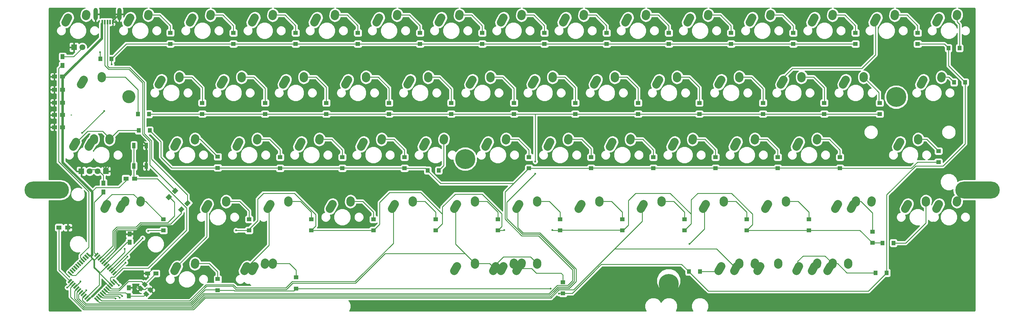
<source format=gbl>
G04 #@! TF.FileFunction,Copper,L2,Bot,Signal*
%FSLAX46Y46*%
G04 Gerber Fmt 4.6, Leading zero omitted, Abs format (unit mm)*
G04 Created by KiCad (PCBNEW 4.0.5+dfsg1-4) date Tue May 30 14:12:21 2017*
%MOMM*%
%LPD*%
G01*
G04 APERTURE LIST*
%ADD10C,0.100000*%
%ADD11C,2.500000*%
%ADD12R,1.500000X1.250000*%
%ADD13R,1.250000X1.500000*%
%ADD14R,1.500000X1.300000*%
%ADD15R,1.000000X1.700000*%
%ADD16O,13.600000X5.200000*%
%ADD17C,4.000000*%
%ADD18C,6.100000*%
%ADD19R,1.800000X1.800000*%
%ADD20C,1.800000*%
%ADD21R,1.300000X1.500000*%
%ADD22R,0.500000X1.400000*%
%ADD23O,1.300000X3.800000*%
%ADD24R,1.200000X1.400000*%
%ADD25R,1.400000X1.200000*%
%ADD26C,0.600000*%
%ADD27C,0.250000*%
%ADD28C,0.500000*%
%ADD29C,0.750000*%
%ADD30C,0.254000*%
G04 APERTURE END LIST*
D10*
D11*
X211312953Y-179356296D02*
X210502047Y-180816204D01*
X216852224Y-178276922D02*
X216812776Y-178855578D01*
D10*
G36*
X82137958Y-175116280D02*
X82526866Y-175505188D01*
X81466206Y-176565848D01*
X81077298Y-176176940D01*
X82137958Y-175116280D01*
X82137958Y-175116280D01*
G37*
G36*
X82703643Y-175681966D02*
X83092551Y-176070874D01*
X82031891Y-177131534D01*
X81642983Y-176742626D01*
X82703643Y-175681966D01*
X82703643Y-175681966D01*
G37*
G36*
X83269328Y-176247651D02*
X83658236Y-176636559D01*
X82597576Y-177697219D01*
X82208668Y-177308311D01*
X83269328Y-176247651D01*
X83269328Y-176247651D01*
G37*
G36*
X83835014Y-176813336D02*
X84223922Y-177202244D01*
X83163262Y-178262904D01*
X82774354Y-177873996D01*
X83835014Y-176813336D01*
X83835014Y-176813336D01*
G37*
G36*
X84400699Y-177379022D02*
X84789607Y-177767930D01*
X83728947Y-178828590D01*
X83340039Y-178439682D01*
X84400699Y-177379022D01*
X84400699Y-177379022D01*
G37*
G36*
X84966385Y-177944707D02*
X85355293Y-178333615D01*
X84294633Y-179394275D01*
X83905725Y-179005367D01*
X84966385Y-177944707D01*
X84966385Y-177944707D01*
G37*
G36*
X85532070Y-178510393D02*
X85920978Y-178899301D01*
X84860318Y-179959961D01*
X84471410Y-179571053D01*
X85532070Y-178510393D01*
X85532070Y-178510393D01*
G37*
G36*
X86097756Y-179076078D02*
X86486664Y-179464986D01*
X85426004Y-180525646D01*
X85037096Y-180136738D01*
X86097756Y-179076078D01*
X86097756Y-179076078D01*
G37*
G36*
X86663441Y-179641764D02*
X87052349Y-180030672D01*
X85991689Y-181091332D01*
X85602781Y-180702424D01*
X86663441Y-179641764D01*
X86663441Y-179641764D01*
G37*
G36*
X87229126Y-180207449D02*
X87618034Y-180596357D01*
X86557374Y-181657017D01*
X86168466Y-181268109D01*
X87229126Y-180207449D01*
X87229126Y-180207449D01*
G37*
G36*
X87794812Y-180773134D02*
X88183720Y-181162042D01*
X87123060Y-182222702D01*
X86734152Y-181833794D01*
X87794812Y-180773134D01*
X87794812Y-180773134D01*
G37*
G36*
X88183720Y-184237958D02*
X87794812Y-184626866D01*
X86734152Y-183566206D01*
X87123060Y-183177298D01*
X88183720Y-184237958D01*
X88183720Y-184237958D01*
G37*
G36*
X87618034Y-184803643D02*
X87229126Y-185192551D01*
X86168466Y-184131891D01*
X86557374Y-183742983D01*
X87618034Y-184803643D01*
X87618034Y-184803643D01*
G37*
G36*
X87052349Y-185369328D02*
X86663441Y-185758236D01*
X85602781Y-184697576D01*
X85991689Y-184308668D01*
X87052349Y-185369328D01*
X87052349Y-185369328D01*
G37*
G36*
X86486664Y-185935014D02*
X86097756Y-186323922D01*
X85037096Y-185263262D01*
X85426004Y-184874354D01*
X86486664Y-185935014D01*
X86486664Y-185935014D01*
G37*
G36*
X85920978Y-186500699D02*
X85532070Y-186889607D01*
X84471410Y-185828947D01*
X84860318Y-185440039D01*
X85920978Y-186500699D01*
X85920978Y-186500699D01*
G37*
G36*
X85355293Y-187066385D02*
X84966385Y-187455293D01*
X83905725Y-186394633D01*
X84294633Y-186005725D01*
X85355293Y-187066385D01*
X85355293Y-187066385D01*
G37*
G36*
X84789607Y-187632070D02*
X84400699Y-188020978D01*
X83340039Y-186960318D01*
X83728947Y-186571410D01*
X84789607Y-187632070D01*
X84789607Y-187632070D01*
G37*
G36*
X84223922Y-188197756D02*
X83835014Y-188586664D01*
X82774354Y-187526004D01*
X83163262Y-187137096D01*
X84223922Y-188197756D01*
X84223922Y-188197756D01*
G37*
G36*
X83658236Y-188763441D02*
X83269328Y-189152349D01*
X82208668Y-188091689D01*
X82597576Y-187702781D01*
X83658236Y-188763441D01*
X83658236Y-188763441D01*
G37*
G36*
X83092551Y-189329126D02*
X82703643Y-189718034D01*
X81642983Y-188657374D01*
X82031891Y-188268466D01*
X83092551Y-189329126D01*
X83092551Y-189329126D01*
G37*
G36*
X82526866Y-189894812D02*
X82137958Y-190283720D01*
X81077298Y-189223060D01*
X81466206Y-188834152D01*
X82526866Y-189894812D01*
X82526866Y-189894812D01*
G37*
G36*
X79733794Y-188834152D02*
X80122702Y-189223060D01*
X79062042Y-190283720D01*
X78673134Y-189894812D01*
X79733794Y-188834152D01*
X79733794Y-188834152D01*
G37*
G36*
X79168109Y-188268466D02*
X79557017Y-188657374D01*
X78496357Y-189718034D01*
X78107449Y-189329126D01*
X79168109Y-188268466D01*
X79168109Y-188268466D01*
G37*
G36*
X78602424Y-187702781D02*
X78991332Y-188091689D01*
X77930672Y-189152349D01*
X77541764Y-188763441D01*
X78602424Y-187702781D01*
X78602424Y-187702781D01*
G37*
G36*
X78036738Y-187137096D02*
X78425646Y-187526004D01*
X77364986Y-188586664D01*
X76976078Y-188197756D01*
X78036738Y-187137096D01*
X78036738Y-187137096D01*
G37*
G36*
X77471053Y-186571410D02*
X77859961Y-186960318D01*
X76799301Y-188020978D01*
X76410393Y-187632070D01*
X77471053Y-186571410D01*
X77471053Y-186571410D01*
G37*
G36*
X76905367Y-186005725D02*
X77294275Y-186394633D01*
X76233615Y-187455293D01*
X75844707Y-187066385D01*
X76905367Y-186005725D01*
X76905367Y-186005725D01*
G37*
G36*
X76339682Y-185440039D02*
X76728590Y-185828947D01*
X75667930Y-186889607D01*
X75279022Y-186500699D01*
X76339682Y-185440039D01*
X76339682Y-185440039D01*
G37*
G36*
X75773996Y-184874354D02*
X76162904Y-185263262D01*
X75102244Y-186323922D01*
X74713336Y-185935014D01*
X75773996Y-184874354D01*
X75773996Y-184874354D01*
G37*
G36*
X75208311Y-184308668D02*
X75597219Y-184697576D01*
X74536559Y-185758236D01*
X74147651Y-185369328D01*
X75208311Y-184308668D01*
X75208311Y-184308668D01*
G37*
G36*
X74642626Y-183742983D02*
X75031534Y-184131891D01*
X73970874Y-185192551D01*
X73581966Y-184803643D01*
X74642626Y-183742983D01*
X74642626Y-183742983D01*
G37*
G36*
X74076940Y-183177298D02*
X74465848Y-183566206D01*
X73405188Y-184626866D01*
X73016280Y-184237958D01*
X74076940Y-183177298D01*
X74076940Y-183177298D01*
G37*
G36*
X74465848Y-181833794D02*
X74076940Y-182222702D01*
X73016280Y-181162042D01*
X73405188Y-180773134D01*
X74465848Y-181833794D01*
X74465848Y-181833794D01*
G37*
G36*
X75031534Y-181268109D02*
X74642626Y-181657017D01*
X73581966Y-180596357D01*
X73970874Y-180207449D01*
X75031534Y-181268109D01*
X75031534Y-181268109D01*
G37*
G36*
X75597219Y-180702424D02*
X75208311Y-181091332D01*
X74147651Y-180030672D01*
X74536559Y-179641764D01*
X75597219Y-180702424D01*
X75597219Y-180702424D01*
G37*
G36*
X76162904Y-180136738D02*
X75773996Y-180525646D01*
X74713336Y-179464986D01*
X75102244Y-179076078D01*
X76162904Y-180136738D01*
X76162904Y-180136738D01*
G37*
G36*
X76728590Y-179571053D02*
X76339682Y-179959961D01*
X75279022Y-178899301D01*
X75667930Y-178510393D01*
X76728590Y-179571053D01*
X76728590Y-179571053D01*
G37*
G36*
X77294275Y-179005367D02*
X76905367Y-179394275D01*
X75844707Y-178333615D01*
X76233615Y-177944707D01*
X77294275Y-179005367D01*
X77294275Y-179005367D01*
G37*
G36*
X77859961Y-178439682D02*
X77471053Y-178828590D01*
X76410393Y-177767930D01*
X76799301Y-177379022D01*
X77859961Y-178439682D01*
X77859961Y-178439682D01*
G37*
G36*
X78425646Y-177873996D02*
X78036738Y-178262904D01*
X76976078Y-177202244D01*
X77364986Y-176813336D01*
X78425646Y-177873996D01*
X78425646Y-177873996D01*
G37*
G36*
X78991332Y-177308311D02*
X78602424Y-177697219D01*
X77541764Y-176636559D01*
X77930672Y-176247651D01*
X78991332Y-177308311D01*
X78991332Y-177308311D01*
G37*
G36*
X79557017Y-176742626D02*
X79168109Y-177131534D01*
X78107449Y-176070874D01*
X78496357Y-175681966D01*
X79557017Y-176742626D01*
X79557017Y-176742626D01*
G37*
G36*
X80122702Y-176176940D02*
X79733794Y-176565848D01*
X78673134Y-175505188D01*
X79062042Y-175116280D01*
X80122702Y-176176940D01*
X80122702Y-176176940D01*
G37*
D12*
X100050000Y-181550000D03*
X97550000Y-181550000D03*
D13*
X91750000Y-188450000D03*
X91750000Y-185950000D03*
D12*
X71500000Y-136750000D03*
X69000000Y-136750000D03*
X71500000Y-133000000D03*
X69000000Y-133000000D03*
X71500000Y-129250000D03*
X69000000Y-129250000D03*
X71500000Y-125250000D03*
X69000000Y-125250000D03*
X71500000Y-121250000D03*
X69000000Y-121250000D03*
D13*
X92000000Y-172000000D03*
X92000000Y-169500000D03*
D14*
X90900000Y-152500000D03*
X93600000Y-152500000D03*
X70400000Y-167500000D03*
X73100000Y-167500000D03*
D10*
G36*
X103974695Y-159144543D02*
X103055457Y-158225305D01*
X104116117Y-157164645D01*
X105035355Y-158083883D01*
X103974695Y-159144543D01*
X103974695Y-159144543D01*
G37*
G36*
X105883883Y-157235355D02*
X104964645Y-156316117D01*
X106025305Y-155255457D01*
X106944543Y-156174695D01*
X105883883Y-157235355D01*
X105883883Y-157235355D01*
G37*
G36*
X109825305Y-159055457D02*
X110744543Y-159974695D01*
X109683883Y-161035355D01*
X108764645Y-160116117D01*
X109825305Y-159055457D01*
X109825305Y-159055457D01*
G37*
G36*
X107916117Y-160964645D02*
X108835355Y-161883883D01*
X107774695Y-162944543D01*
X106855457Y-162025305D01*
X107916117Y-160964645D01*
X107916117Y-160964645D01*
G37*
D15*
X97150000Y-148650000D03*
X97150000Y-142350000D03*
X93350000Y-148650000D03*
X93350000Y-142350000D03*
D16*
X66600000Y-156000000D03*
X351700000Y-156000000D03*
D17*
X91800000Y-127400000D03*
D18*
X326800000Y-127500000D03*
X257100000Y-184800000D03*
X194800000Y-146500000D03*
D10*
G36*
X94531192Y-186081802D02*
X95379720Y-185233274D01*
X96369670Y-186223224D01*
X95521142Y-187071752D01*
X94531192Y-186081802D01*
X94531192Y-186081802D01*
G37*
G36*
X96228248Y-187778858D02*
X97076776Y-186930330D01*
X98066726Y-187920280D01*
X97218198Y-188768808D01*
X96228248Y-187778858D01*
X96228248Y-187778858D01*
G37*
G36*
X95733274Y-184879720D02*
X96581802Y-184031192D01*
X97571752Y-185021142D01*
X96723224Y-185869670D01*
X95733274Y-184879720D01*
X95733274Y-184879720D01*
G37*
G36*
X97430330Y-186576776D02*
X98278858Y-185728248D01*
X99268808Y-186718198D01*
X98420280Y-187566726D01*
X97430330Y-186576776D01*
X97430330Y-186576776D01*
G37*
D19*
X75000000Y-112250000D03*
D20*
X77540000Y-112250000D03*
D19*
X77250000Y-150250000D03*
D20*
X79790000Y-150250000D03*
D21*
X71500000Y-117850000D03*
X71500000Y-115150000D03*
X84000000Y-156600000D03*
X84000000Y-153900000D03*
D19*
X84750000Y-150250000D03*
D20*
X82210000Y-150250000D03*
D11*
X75581703Y-141256296D02*
X74770797Y-142716204D01*
X81120974Y-140176922D02*
X81081526Y-140755578D01*
D22*
X83650000Y-104500000D03*
X84450000Y-104500000D03*
X85250000Y-104500000D03*
X86050000Y-104500000D03*
X86850000Y-104500000D03*
D23*
X81600000Y-102100000D03*
X88900000Y-102100000D03*
D11*
X297037953Y-179356296D02*
X296227047Y-180816204D01*
X302577224Y-178276922D02*
X302537776Y-178855578D01*
X306562953Y-179356296D02*
X305752047Y-180816204D01*
X312102224Y-178276922D02*
X312062776Y-178855578D01*
X320850453Y-103156296D02*
X320039547Y-104616204D01*
X326389724Y-102076922D02*
X326350276Y-102655578D01*
X73200453Y-103156296D02*
X72389547Y-104616204D01*
X78739724Y-102076922D02*
X78700276Y-102655578D01*
X111300453Y-103156296D02*
X110489547Y-104616204D01*
X116839724Y-102076922D02*
X116800276Y-102655578D01*
X130350453Y-103156296D02*
X129539547Y-104616204D01*
X135889724Y-102076922D02*
X135850276Y-102655578D01*
X149400453Y-103156296D02*
X148589547Y-104616204D01*
X154939724Y-102076922D02*
X154900276Y-102655578D01*
X168450453Y-103156296D02*
X167639547Y-104616204D01*
X173989724Y-102076922D02*
X173950276Y-102655578D01*
X187500453Y-103156296D02*
X186689547Y-104616204D01*
X193039724Y-102076922D02*
X193000276Y-102655578D01*
X206550453Y-103156296D02*
X205739547Y-104616204D01*
X212089724Y-102076922D02*
X212050276Y-102655578D01*
X225600453Y-103156296D02*
X224789547Y-104616204D01*
X231139724Y-102076922D02*
X231100276Y-102655578D01*
X244650453Y-103156296D02*
X243839547Y-104616204D01*
X250189724Y-102076922D02*
X250150276Y-102655578D01*
X263700453Y-103156296D02*
X262889547Y-104616204D01*
X269239724Y-102076922D02*
X269200276Y-102655578D01*
X282750453Y-103156296D02*
X281939547Y-104616204D01*
X288289724Y-102076922D02*
X288250276Y-102655578D01*
X301800453Y-103156296D02*
X300989547Y-104616204D01*
X307339724Y-102076922D02*
X307300276Y-102655578D01*
X101775453Y-122206296D02*
X100964547Y-123666204D01*
X107314724Y-121126922D02*
X107275276Y-121705578D01*
X120825453Y-122206296D02*
X120014547Y-123666204D01*
X126364724Y-121126922D02*
X126325276Y-121705578D01*
X139875453Y-122206296D02*
X139064547Y-123666204D01*
X145414724Y-121126922D02*
X145375276Y-121705578D01*
X158925453Y-122206296D02*
X158114547Y-123666204D01*
X164464724Y-121126922D02*
X164425276Y-121705578D01*
X177975453Y-122206296D02*
X177164547Y-123666204D01*
X183514724Y-121126922D02*
X183475276Y-121705578D01*
X197025453Y-122206296D02*
X196214547Y-123666204D01*
X202564724Y-121126922D02*
X202525276Y-121705578D01*
X216075453Y-122206296D02*
X215264547Y-123666204D01*
X221614724Y-121126922D02*
X221575276Y-121705578D01*
X235125453Y-122206296D02*
X234314547Y-123666204D01*
X240664724Y-121126922D02*
X240625276Y-121705578D01*
X254175453Y-122206296D02*
X253364547Y-123666204D01*
X259714724Y-121126922D02*
X259675276Y-121705578D01*
X273225453Y-122206296D02*
X272414547Y-123666204D01*
X278764724Y-121126922D02*
X278725276Y-121705578D01*
X292275453Y-122206296D02*
X291464547Y-123666204D01*
X297814724Y-121126922D02*
X297775276Y-121705578D01*
X311325453Y-122206296D02*
X310514547Y-123666204D01*
X316864724Y-121126922D02*
X316825276Y-121705578D01*
X106537953Y-141256296D02*
X105727047Y-142716204D01*
X112077224Y-140176922D02*
X112037776Y-140755578D01*
X125587953Y-141256296D02*
X124777047Y-142716204D01*
X131127224Y-140176922D02*
X131087776Y-140755578D01*
X144637953Y-141256296D02*
X143827047Y-142716204D01*
X150177224Y-140176922D02*
X150137776Y-140755578D01*
X163687953Y-141256296D02*
X162877047Y-142716204D01*
X169227224Y-140176922D02*
X169187776Y-140755578D01*
X182737953Y-141256296D02*
X181927047Y-142716204D01*
X188277224Y-140176922D02*
X188237776Y-140755578D01*
X201787953Y-141256296D02*
X200977047Y-142716204D01*
X207327224Y-140176922D02*
X207287776Y-140755578D01*
X220837953Y-141256296D02*
X220027047Y-142716204D01*
X226377224Y-140176922D02*
X226337776Y-140755578D01*
X239887953Y-141256296D02*
X239077047Y-142716204D01*
X245427224Y-140176922D02*
X245387776Y-140755578D01*
X258937953Y-141256296D02*
X258127047Y-142716204D01*
X264477224Y-140176922D02*
X264437776Y-140755578D01*
X277987953Y-141256296D02*
X277177047Y-142716204D01*
X283527224Y-140176922D02*
X283487776Y-140755578D01*
X297037953Y-141256296D02*
X296227047Y-142716204D01*
X302577224Y-140176922D02*
X302537776Y-140755578D01*
X116062953Y-160306296D02*
X115252047Y-161766204D01*
X121602224Y-159226922D02*
X121562776Y-159805578D01*
X135112953Y-160306296D02*
X134302047Y-161766204D01*
X140652224Y-159226922D02*
X140612776Y-159805578D01*
X154162953Y-160306296D02*
X153352047Y-161766204D01*
X159702224Y-159226922D02*
X159662776Y-159805578D01*
X173212953Y-160306296D02*
X172402047Y-161766204D01*
X178752224Y-159226922D02*
X178712776Y-159805578D01*
X192262953Y-160306296D02*
X191452047Y-161766204D01*
X197802224Y-159226922D02*
X197762776Y-159805578D01*
X211312953Y-160306296D02*
X210502047Y-161766204D01*
X216852224Y-159226922D02*
X216812776Y-159805578D01*
X230362953Y-160306296D02*
X229552047Y-161766204D01*
X235902224Y-159226922D02*
X235862776Y-159805578D01*
X249412953Y-160306296D02*
X248602047Y-161766204D01*
X254952224Y-159226922D02*
X254912776Y-159805578D01*
X268462953Y-160306296D02*
X267652047Y-161766204D01*
X274002224Y-159226922D02*
X273962776Y-159805578D01*
X287512953Y-160306296D02*
X286702047Y-161766204D01*
X293052224Y-159226922D02*
X293012776Y-159805578D01*
X330375453Y-160306296D02*
X329564547Y-161766204D01*
X335914724Y-159226922D02*
X335875276Y-159805578D01*
X106537953Y-179356296D02*
X105727047Y-180816204D01*
X112077224Y-178276922D02*
X112037776Y-178855578D01*
X301800453Y-179356296D02*
X300989547Y-180816204D01*
X307339724Y-178276922D02*
X307300276Y-178855578D01*
X339900453Y-103156296D02*
X339089547Y-104616204D01*
X345439724Y-102076922D02*
X345400276Y-102655578D01*
X92250453Y-103156296D02*
X91439547Y-104616204D01*
X97789724Y-102076922D02*
X97750276Y-102655578D01*
X80344203Y-141256296D02*
X79533297Y-142716204D01*
X85883474Y-140176922D02*
X85844026Y-140755578D01*
X89869203Y-160306296D02*
X89058297Y-161766204D01*
X95408474Y-159226922D02*
X95369026Y-159805578D01*
X308944203Y-160306296D02*
X308133297Y-161766204D01*
X314483474Y-159226922D02*
X314444026Y-159805578D01*
X285131703Y-179356296D02*
X284320797Y-180816204D01*
X290670974Y-178276922D02*
X290631526Y-178855578D01*
X127969203Y-179356296D02*
X127158297Y-180816204D01*
X133508474Y-178276922D02*
X133469026Y-178855578D01*
X77962953Y-122206296D02*
X77152047Y-123666204D01*
X83502224Y-121126922D02*
X83462776Y-121705578D01*
X130350453Y-179356296D02*
X129539547Y-180816204D01*
X135889724Y-178276922D02*
X135850276Y-178855578D01*
X277987953Y-179356296D02*
X277177047Y-180816204D01*
X283527224Y-178276922D02*
X283487776Y-178855578D01*
X335137953Y-122206296D02*
X334327047Y-123666204D01*
X340677224Y-121126922D02*
X340637776Y-121705578D01*
X273225453Y-179356296D02*
X272414547Y-180816204D01*
X278764724Y-178276922D02*
X278725276Y-178855578D01*
X206550453Y-179356296D02*
X205739547Y-180816204D01*
X212089724Y-178276922D02*
X212050276Y-178855578D01*
X204169203Y-179356296D02*
X203358297Y-180816204D01*
X209708474Y-178276922D02*
X209669026Y-178855578D01*
X327994203Y-141256296D02*
X327183297Y-142716204D01*
X333533474Y-140176922D02*
X333494026Y-140755578D01*
D24*
X344500000Y-123000000D03*
X347900000Y-123000000D03*
D25*
X333375000Y-107837500D03*
X333375000Y-111237500D03*
D24*
X346200000Y-112500000D03*
X342800000Y-112500000D03*
X320500000Y-181400000D03*
X323900000Y-181400000D03*
X266700000Y-181000000D03*
X263300000Y-181000000D03*
D25*
X224750000Y-184300000D03*
X224750000Y-187700000D03*
X143000000Y-182800000D03*
X143000000Y-186200000D03*
X119000000Y-183300000D03*
X119000000Y-186700000D03*
D24*
X325950000Y-172250000D03*
X322550000Y-172250000D03*
D25*
X319500000Y-168800000D03*
X319500000Y-172200000D03*
X300037500Y-164987500D03*
X300037500Y-168387500D03*
X280987500Y-164987500D03*
X280987500Y-168387500D03*
X261937500Y-164987500D03*
X261937500Y-168387500D03*
X242887500Y-164987500D03*
X242887500Y-168387500D03*
X223837500Y-164987500D03*
X223837500Y-168387500D03*
X204787500Y-164987500D03*
X204787500Y-168387500D03*
X185737500Y-164987500D03*
X185737500Y-168387500D03*
X166687500Y-164987500D03*
X166687500Y-168387500D03*
X147637500Y-164987500D03*
X147637500Y-168387500D03*
X128587500Y-164987500D03*
X128587500Y-168387500D03*
X102393750Y-164987500D03*
X102393750Y-168387500D03*
X339750000Y-144050000D03*
X339750000Y-147450000D03*
X309562500Y-145937500D03*
X309562500Y-149337500D03*
X290512500Y-145937500D03*
X290512500Y-149337500D03*
X271462500Y-145937500D03*
X271462500Y-149337500D03*
X252412500Y-145937500D03*
X252412500Y-149337500D03*
X233362500Y-145937500D03*
X233362500Y-149337500D03*
X214312500Y-145937500D03*
X214312500Y-149337500D03*
D24*
X186700000Y-150000000D03*
X183300000Y-150000000D03*
D25*
X176212500Y-145937500D03*
X176212500Y-149337500D03*
X157162500Y-145937500D03*
X157162500Y-149337500D03*
X138112500Y-145937500D03*
X138112500Y-149337500D03*
X119000000Y-145800000D03*
X119000000Y-149200000D03*
D24*
X94800000Y-137750000D03*
X98200000Y-137750000D03*
D25*
X321750000Y-129300000D03*
X321750000Y-132700000D03*
X304750000Y-129300000D03*
X304750000Y-132700000D03*
X286000000Y-129300000D03*
X286000000Y-132700000D03*
X266500000Y-129300000D03*
X266500000Y-132700000D03*
X247750000Y-129300000D03*
X247750000Y-132700000D03*
X228500000Y-129300000D03*
X228500000Y-132700000D03*
X209750000Y-129300000D03*
X209750000Y-132700000D03*
X190500000Y-129300000D03*
X190500000Y-132700000D03*
X171500000Y-129300000D03*
X171500000Y-132700000D03*
X152250000Y-129300000D03*
X152250000Y-132700000D03*
X133500000Y-129300000D03*
X133500000Y-132700000D03*
X114250000Y-129300000D03*
X114250000Y-132700000D03*
D24*
X94550000Y-132750000D03*
X97950000Y-132750000D03*
D25*
X314325000Y-107837500D03*
X314325000Y-111237500D03*
X295275000Y-107837500D03*
X295275000Y-111237500D03*
X276225000Y-107837500D03*
X276225000Y-111237500D03*
X257175000Y-107837500D03*
X257175000Y-111237500D03*
X238125000Y-107837500D03*
X238125000Y-111237500D03*
X219075000Y-107837500D03*
X219075000Y-111237500D03*
X200025000Y-107837500D03*
X200025000Y-111237500D03*
X161925000Y-107837500D03*
X161925000Y-111237500D03*
X142875000Y-107837500D03*
X142875000Y-111237500D03*
X123825000Y-107837500D03*
X123825000Y-111237500D03*
X104500000Y-107800000D03*
X104500000Y-111200000D03*
D24*
X83050000Y-115750000D03*
X86450000Y-115750000D03*
D25*
X180975000Y-107837500D03*
X180975000Y-111237500D03*
D11*
X85106703Y-160306296D02*
X84295797Y-161766204D01*
X90645974Y-159226922D02*
X90606526Y-159805578D01*
X339900453Y-160306296D02*
X339089547Y-161766204D01*
X345439724Y-159226922D02*
X345400276Y-159805578D01*
X313706703Y-160306296D02*
X312895797Y-161766204D01*
X319245974Y-159226922D02*
X319206526Y-159805578D01*
X192262953Y-179356296D02*
X191452047Y-180816204D01*
X197802224Y-178276922D02*
X197762776Y-178855578D01*
D26*
X107500000Y-165000000D03*
X110750000Y-165000000D03*
X92750000Y-140250000D03*
X83000000Y-113750000D03*
X86500000Y-117500000D03*
X84250000Y-131750000D03*
X77000000Y-184000000D03*
X77500000Y-138500000D03*
X216250000Y-147250000D03*
X216250000Y-151000000D03*
X78750000Y-186750000D03*
X97750000Y-168500000D03*
X221500000Y-168250000D03*
X206750000Y-168250000D03*
X124600000Y-168400000D03*
X223500000Y-187750000D03*
X221000000Y-186200000D03*
X90500000Y-174000000D03*
X90750000Y-178250000D03*
X106132500Y-180086250D03*
X91350000Y-176450000D03*
X96000000Y-170750000D03*
X88750000Y-185200000D03*
X263500000Y-172500000D03*
X72900000Y-185900000D03*
X89750000Y-188500000D03*
X89000000Y-189000000D03*
X87750000Y-189250000D03*
D27*
X74250000Y-133000000D02*
X74000000Y-133000000D01*
X74000000Y-133000000D02*
X74250000Y-133000000D01*
X87950000Y-186950000D02*
X88750000Y-186950000D01*
X85950000Y-186950000D02*
X87950000Y-186950000D01*
X85196194Y-186196194D02*
X85950000Y-186950000D01*
X95681371Y-184050000D02*
X96687868Y-185056497D01*
X91650000Y-184050000D02*
X95681371Y-184050000D01*
X88750000Y-186950000D02*
X91650000Y-184050000D01*
X96687868Y-185056497D02*
X96687868Y-184912132D01*
X96687868Y-184912132D02*
X100050000Y-181550000D01*
X85196194Y-186164823D02*
X85196194Y-186196194D01*
X96131371Y-184500000D02*
X96687868Y-185056497D01*
X96231497Y-184787868D02*
X96231497Y-184881497D01*
D28*
X105474996Y-167025004D02*
X107500000Y-165000000D01*
X105474996Y-167025004D02*
X105000000Y-167025004D01*
D27*
X87750000Y-168950000D02*
X87750000Y-174418629D01*
X88350000Y-168350000D02*
X87750000Y-168950000D01*
X89000000Y-168350000D02*
X88350000Y-168350000D01*
X91000000Y-168350000D02*
X89000000Y-168350000D01*
X89000000Y-168350000D02*
X94474572Y-168350000D01*
D28*
X86850000Y-104500000D02*
X86850000Y-104150000D01*
X86850000Y-104150000D02*
X88900000Y-102100000D01*
D27*
X94474572Y-168350000D02*
X94500000Y-168324572D01*
X94500000Y-168324572D02*
X94500000Y-168250000D01*
X94500000Y-168250000D02*
X94500000Y-168324572D01*
X97550000Y-181550000D02*
X97700000Y-181550000D01*
X97700000Y-181550000D02*
X99750000Y-179500000D01*
D28*
X92050000Y-169400000D02*
X93424572Y-169400000D01*
X93424572Y-169400000D02*
X94500000Y-168324572D01*
X95799568Y-167025004D02*
X105000000Y-167025004D01*
X94500000Y-168324572D02*
X95799568Y-167025004D01*
X105000000Y-167025004D02*
X105224996Y-167025004D01*
D27*
X87500000Y-186350000D02*
X88713602Y-186350000D01*
X93513602Y-181550000D02*
X97550000Y-181550000D01*
X88713602Y-186350000D02*
X93513602Y-181550000D01*
X79397918Y-189558936D02*
X79441064Y-189558936D01*
X79441064Y-189558936D02*
X84350000Y-184650000D01*
X84350000Y-184650000D02*
X84812742Y-184650000D01*
X84812742Y-184650000D02*
X85761880Y-185599138D01*
X85761880Y-185599138D02*
X85799138Y-185599138D01*
X85799138Y-185599138D02*
X86550000Y-186350000D01*
X86550000Y-186350000D02*
X87500000Y-186350000D01*
X87750000Y-174418629D02*
X84064823Y-178103806D01*
X91400000Y-186000000D02*
X95368629Y-186000000D01*
X95368629Y-186000000D02*
X95556497Y-186187868D01*
X95556497Y-186187868D02*
X95687868Y-186187868D01*
X95687868Y-186187868D02*
X95950000Y-186450000D01*
X95950000Y-186450000D02*
X96750000Y-186450000D01*
X96750000Y-186450000D02*
X97150000Y-186050000D01*
X97150000Y-186050000D02*
X97681371Y-186050000D01*
X97681371Y-186050000D02*
X98243503Y-186612132D01*
D28*
X97150000Y-142350000D02*
X97150000Y-142150000D01*
X97150000Y-142150000D02*
X95250000Y-140250000D01*
X95250000Y-140250000D02*
X92750000Y-140250000D01*
D29*
X81600000Y-102100000D02*
X81600000Y-103150000D01*
D27*
X68750000Y-121250000D02*
X68500000Y-121250000D01*
X68500000Y-121250000D02*
X68750000Y-121250000D01*
D29*
X81600000Y-102100000D02*
X81600000Y-101350000D01*
D27*
X92750000Y-140250000D02*
X91000000Y-140250000D01*
X91000000Y-140250000D02*
X86500000Y-144750000D01*
X86500000Y-144750000D02*
X86500000Y-148000000D01*
X86500000Y-148000000D02*
X84750000Y-149750000D01*
D28*
X97150000Y-142350000D02*
X97150000Y-148650000D01*
D27*
X75000000Y-111750000D02*
X74850000Y-111750000D01*
X88500000Y-102100000D02*
X88700000Y-102100000D01*
X75000000Y-111750000D02*
X74825000Y-111750000D01*
X97150000Y-148650000D02*
X97150000Y-149013602D01*
X96750000Y-141950000D02*
X97150000Y-142350000D01*
X97100000Y-142350000D02*
X97150000Y-142350000D01*
X77250000Y-149750000D02*
X77250000Y-149250000D01*
X77250000Y-149250000D02*
X78250000Y-148250000D01*
X83250000Y-148250000D02*
X84750000Y-149750000D01*
X78250000Y-148250000D02*
X83250000Y-148250000D01*
X97150000Y-148650000D02*
X97150000Y-148950000D01*
X87500000Y-187500000D02*
X90800000Y-187500000D01*
X90800000Y-187500000D02*
X91750000Y-188450000D01*
X91400000Y-188500000D02*
X96355635Y-188500000D01*
X96355635Y-188500000D02*
X97112132Y-187743503D01*
X84630509Y-186730509D02*
X84730511Y-186730509D01*
X84730511Y-186730509D02*
X85500002Y-187500000D01*
X85500002Y-187500000D02*
X87500000Y-187500000D01*
X87500000Y-187500000D02*
X87600000Y-187500000D01*
D29*
X82750000Y-110250000D02*
X83500000Y-109500000D01*
X83500000Y-109500000D02*
X83500000Y-105000000D01*
X71500000Y-121250000D02*
X71750000Y-121250000D01*
X71750000Y-121250000D02*
X82750000Y-110250000D01*
X82750000Y-110250000D02*
X83000000Y-110000000D01*
D27*
X80500000Y-156510048D02*
X80500000Y-156500000D01*
X81750000Y-155250000D02*
X82250000Y-155250000D01*
X80500000Y-156500000D02*
X81750000Y-155250000D01*
D29*
X71500000Y-147375000D02*
X71500000Y-147510048D01*
X71500000Y-136750000D02*
X71500000Y-147250000D01*
X71500000Y-147250000D02*
X71500000Y-147375000D01*
X80500000Y-156510048D02*
X80500000Y-173500000D01*
X71500000Y-147510048D02*
X80500000Y-156510048D01*
D27*
X83000000Y-155250000D02*
X82250000Y-155250000D01*
X90900000Y-153100000D02*
X88750000Y-155250000D01*
X88750000Y-155250000D02*
X83150000Y-155250000D01*
X83150000Y-155250000D02*
X83000000Y-155250000D01*
X79397918Y-175841064D02*
X79591064Y-175841064D01*
X79591064Y-175841064D02*
X80350000Y-176600000D01*
X80350000Y-176600000D02*
X80350000Y-176700000D01*
D29*
X80500000Y-173500000D02*
X80500000Y-175800000D01*
X80500000Y-175800000D02*
X80350000Y-175950000D01*
D28*
X80350000Y-175950000D02*
X80350000Y-176700000D01*
X80350000Y-176700000D02*
X80350000Y-176700000D01*
X80350000Y-176700000D02*
X80650000Y-177000000D01*
D29*
X80500000Y-173500000D02*
X80500000Y-173700000D01*
D27*
X82700000Y-181250000D02*
X82700000Y-185100000D01*
X81900000Y-185900000D02*
X78832233Y-188967767D01*
X82700000Y-185100000D02*
X81900000Y-185900000D01*
D28*
X81225000Y-177525000D02*
X81225000Y-179775000D01*
X81225000Y-179775000D02*
X82700000Y-181250000D01*
D27*
X85196194Y-179235177D02*
X85164823Y-179235177D01*
X85164823Y-179235177D02*
X83150000Y-181250000D01*
X83150000Y-181250000D02*
X82700000Y-181250000D01*
X82700000Y-181250000D02*
X82550000Y-181250000D01*
X86327565Y-185033452D02*
X86327565Y-185027565D01*
X86327565Y-185027565D02*
X82550000Y-181250000D01*
X75500000Y-182150000D02*
X74400000Y-182150000D01*
X76150000Y-181500000D02*
X80650000Y-177000000D01*
X76150000Y-181500000D02*
X75500000Y-182150000D01*
X73747918Y-181497918D02*
X74400000Y-182150000D01*
X82367767Y-176406750D02*
X82343250Y-176406750D01*
X82343250Y-176406750D02*
X81225000Y-177525000D01*
X81225000Y-177525000D02*
X81200000Y-177550000D01*
D28*
X80650000Y-177000000D02*
X81200000Y-177550000D01*
D27*
X78832233Y-188993250D02*
X78832233Y-188967767D01*
X73741064Y-181497918D02*
X73747918Y-181497918D01*
X90900000Y-152500000D02*
X90900000Y-153100000D01*
D29*
X71500000Y-125250000D02*
X71500000Y-121250000D01*
X71500000Y-129250000D02*
X71500000Y-125250000D01*
X71500000Y-133000000D02*
X71500000Y-129250000D01*
X71500000Y-136750000D02*
X71500000Y-133000000D01*
X71750000Y-137000000D02*
X71500000Y-136750000D01*
D27*
X92000000Y-172000000D02*
X91300000Y-172000000D01*
X91300000Y-172000000D02*
X84630509Y-178669491D01*
X89550000Y-173750000D02*
X84630509Y-178669491D01*
X83000000Y-114750000D02*
X83000000Y-113750000D01*
X83000000Y-114750000D02*
X83000000Y-115700000D01*
X83000000Y-115700000D02*
X83050000Y-115750000D01*
X295275000Y-111237500D02*
X314325000Y-111237500D01*
X86450000Y-115750000D02*
X86450000Y-117450000D01*
X86450000Y-117450000D02*
X86500000Y-117500000D01*
X104500000Y-111200000D02*
X91000000Y-111200000D01*
X91000000Y-111200000D02*
X86450000Y-115750000D01*
X75450862Y-185599138D02*
X77050000Y-184000000D01*
X77000000Y-184000000D02*
X77025000Y-184025000D01*
X77025000Y-184025000D02*
X77050000Y-184000000D01*
X77500000Y-138500000D02*
X84250000Y-131750000D01*
X75450862Y-185599138D02*
X75438120Y-185599138D01*
X295275000Y-111237500D02*
X295275000Y-110975000D01*
X238125000Y-111237500D02*
X257175000Y-111237500D01*
X219075000Y-111237500D02*
X238125000Y-111237500D01*
X200025000Y-111237500D02*
X219075000Y-111237500D01*
X180975000Y-111237500D02*
X200025000Y-111237500D01*
X161925000Y-111237500D02*
X180975000Y-111237500D01*
X142875000Y-111237500D02*
X161925000Y-111237500D01*
X123825000Y-111237500D02*
X142875000Y-111237500D01*
X276225000Y-111237500D02*
X257175000Y-111237500D01*
X295275000Y-111237500D02*
X276225000Y-111237500D01*
X104500000Y-111200000D02*
X123787500Y-111200000D01*
X123787500Y-111200000D02*
X123825000Y-111237500D01*
X104500000Y-111075000D02*
X104925000Y-111075000D01*
X123825000Y-111112500D02*
X123825000Y-110925000D01*
X180975000Y-111112500D02*
X181137500Y-111112500D01*
X200025000Y-111112500D02*
X200137500Y-111112500D01*
X104500000Y-107800000D02*
X104500000Y-105600000D01*
X101266250Y-102366250D02*
X104500000Y-105600000D01*
X101266250Y-102366250D02*
X97770000Y-102366250D01*
X123818750Y-105631250D02*
X123818750Y-107831250D01*
X123818750Y-107831250D02*
X123825000Y-107837500D01*
X116820000Y-102366250D02*
X120553750Y-102366250D01*
X120553750Y-102366250D02*
X123818750Y-105631250D01*
X123818750Y-105631250D02*
X123825000Y-105637500D01*
X142868750Y-105631250D02*
X142868750Y-107831250D01*
X142868750Y-107831250D02*
X142875000Y-107837500D01*
X135870000Y-102366250D02*
X139603750Y-102366250D01*
X139603750Y-102366250D02*
X142868750Y-105631250D01*
X142868750Y-105631250D02*
X142875000Y-105637500D01*
X161925000Y-107837500D02*
X161925000Y-105637500D01*
X158653750Y-102366250D02*
X161925000Y-105637500D01*
X158653750Y-102366250D02*
X154920000Y-102366250D01*
X180975000Y-107837500D02*
X180975000Y-105637500D01*
X177703750Y-102366250D02*
X180975000Y-105637500D01*
X177703750Y-102366250D02*
X173970000Y-102366250D01*
X200025000Y-107837500D02*
X200025000Y-105637500D01*
X196753750Y-102366250D02*
X200025000Y-105637500D01*
X196753750Y-102366250D02*
X193020000Y-102366250D01*
X219075000Y-107837500D02*
X219075000Y-105637500D01*
X215803750Y-102366250D02*
X219075000Y-105637500D01*
X215803750Y-102366250D02*
X212070000Y-102366250D01*
X238125000Y-107837500D02*
X238125000Y-105637500D01*
X234853750Y-102366250D02*
X238125000Y-105637500D01*
X234853750Y-102366250D02*
X231120000Y-102366250D01*
X257175000Y-107837500D02*
X257175000Y-105637500D01*
X253903750Y-102366250D02*
X257175000Y-105637500D01*
X253903750Y-102366250D02*
X250170000Y-102366250D01*
X276193750Y-105606250D02*
X276193750Y-107806250D01*
X276193750Y-107806250D02*
X276225000Y-107837500D01*
X269220000Y-102366250D02*
X272953750Y-102366250D01*
X272953750Y-102366250D02*
X276193750Y-105606250D01*
X276193750Y-105606250D02*
X276225000Y-105637500D01*
X295275000Y-107837500D02*
X295275000Y-105637500D01*
X292003750Y-102366250D02*
X295275000Y-105637500D01*
X292003750Y-102366250D02*
X288270000Y-102366250D01*
X314325000Y-107837500D02*
X314325000Y-105637500D01*
X311053750Y-102366250D02*
X314325000Y-105637500D01*
X311053750Y-102366250D02*
X307320000Y-102366250D01*
X83482500Y-121416250D02*
X90666250Y-121416250D01*
X94550000Y-125300000D02*
X94550000Y-132750000D01*
X90666250Y-121416250D02*
X94550000Y-125300000D01*
X220686396Y-188200002D02*
X221818199Y-187068199D01*
X114797794Y-188200002D02*
X112998898Y-189998898D01*
X143250000Y-188200002D02*
X114797794Y-188200002D01*
X207500000Y-164750000D02*
X212325000Y-169575000D01*
X212325000Y-169575000D02*
X217475000Y-169575000D01*
X217475000Y-169575000D02*
X228150000Y-180250000D01*
X228150000Y-180250000D02*
X228150000Y-183986398D01*
X228150000Y-183986398D02*
X226436396Y-185700002D01*
X226436396Y-185700002D02*
X223186396Y-185700002D01*
X223186396Y-185700002D02*
X221818199Y-187068199D01*
X216250000Y-151000000D02*
X215500000Y-151750000D01*
X207500000Y-159750000D02*
X207500000Y-160500000D01*
X207500000Y-160500000D02*
X207500000Y-160750000D01*
X215500000Y-151750000D02*
X207500000Y-159750000D01*
X207500000Y-160750000D02*
X207500000Y-164750000D01*
X76569491Y-186730509D02*
X75850000Y-187450000D01*
X75850000Y-189386398D02*
X75850000Y-187450000D01*
X78263606Y-191800004D02*
X75850000Y-189386398D01*
X111197792Y-191800004D02*
X78263606Y-191800004D01*
X112998898Y-189998898D02*
X111197792Y-191800004D01*
X143250000Y-188200002D02*
X220686396Y-188200002D01*
X216250000Y-147250000D02*
X216250000Y-139000000D01*
X216250000Y-139000000D02*
X216250000Y-132700000D01*
X216250000Y-132700000D02*
X216250000Y-132750000D01*
X216250000Y-132750000D02*
X216250000Y-132700000D01*
X304750000Y-132700000D02*
X321750000Y-132700000D01*
X286000000Y-132700000D02*
X304750000Y-132700000D01*
X266500000Y-132700000D02*
X286000000Y-132700000D01*
X247750000Y-132700000D02*
X266500000Y-132700000D01*
X228500000Y-132700000D02*
X247750000Y-132700000D01*
X209750000Y-132700000D02*
X216250000Y-132700000D01*
X216250000Y-132700000D02*
X228500000Y-132700000D01*
X190500000Y-132700000D02*
X209750000Y-132700000D01*
X171500000Y-132700000D02*
X190500000Y-132700000D01*
X152250000Y-132700000D02*
X171500000Y-132700000D01*
X133500000Y-132700000D02*
X152250000Y-132700000D01*
X114250000Y-132700000D02*
X133500000Y-132700000D01*
X111500000Y-132750000D02*
X114200000Y-132750000D01*
X114200000Y-132750000D02*
X114250000Y-132700000D01*
X97950000Y-132750000D02*
X111500000Y-132750000D01*
X111500000Y-132750000D02*
X111837500Y-132750000D01*
X114300000Y-126750000D02*
X114300000Y-129250000D01*
X114300000Y-129250000D02*
X114250000Y-129300000D01*
X114300000Y-126887500D02*
X114300000Y-126750000D01*
X114300000Y-126750000D02*
X114300000Y-124600000D01*
X111116250Y-121416250D02*
X107295000Y-121416250D01*
X114300000Y-124600000D02*
X111116250Y-121416250D01*
X133500000Y-129300000D02*
X133500000Y-124837500D01*
X130078750Y-121416250D02*
X126345000Y-121416250D01*
X133500000Y-124837500D02*
X130078750Y-121416250D01*
X152250000Y-129300000D02*
X152250000Y-124537500D01*
X149128750Y-121416250D02*
X145395000Y-121416250D01*
X152250000Y-124537500D02*
X149128750Y-121416250D01*
X171500000Y-129300000D02*
X171500000Y-124737500D01*
X168178750Y-121416250D02*
X164445000Y-121416250D01*
X171500000Y-124737500D02*
X168178750Y-121416250D01*
X190500000Y-129300000D02*
X190500000Y-125000000D01*
X186916250Y-121416250D02*
X183495000Y-121416250D01*
X190500000Y-125000000D02*
X186916250Y-121416250D01*
X209750000Y-129300000D02*
X209750000Y-124887500D01*
X209750000Y-124887500D02*
X206278750Y-121416250D01*
X206278750Y-121416250D02*
X202545000Y-121416250D01*
X228500000Y-129300000D02*
X228500000Y-124587500D01*
X228500000Y-124587500D02*
X225328750Y-121416250D01*
X225328750Y-121416250D02*
X221595000Y-121416250D01*
X244378750Y-121416250D02*
X247750000Y-124787500D01*
X247750000Y-124787500D02*
X247750000Y-129300000D01*
X244378750Y-121416250D02*
X244333750Y-121416250D01*
X244333750Y-121416250D02*
X244250000Y-121500000D01*
X244250000Y-121500000D02*
X244250000Y-121416250D01*
X244378750Y-121416250D02*
X244250000Y-121416250D01*
X244250000Y-121416250D02*
X240645000Y-121416250D01*
X266500000Y-129300000D02*
X266500000Y-124500000D01*
X266000000Y-124000000D02*
X266000000Y-123987500D01*
X266500000Y-124500000D02*
X266000000Y-124000000D01*
X263428750Y-121416250D02*
X266000000Y-123987500D01*
X263428750Y-121416250D02*
X259695000Y-121416250D01*
X286000000Y-129300000D02*
X286000000Y-124937500D01*
X286000000Y-124937500D02*
X285750000Y-124687500D01*
X282478750Y-121416250D02*
X285750000Y-124687500D01*
X282478750Y-121416250D02*
X278745000Y-121416250D01*
X304800000Y-126750000D02*
X304800000Y-129250000D01*
X304800000Y-129250000D02*
X304750000Y-129300000D01*
X304800000Y-126887500D02*
X304800000Y-126750000D01*
X304800000Y-126750000D02*
X304800000Y-124687500D01*
X301528750Y-121416250D02*
X304800000Y-124687500D01*
X301528750Y-121416250D02*
X297795000Y-121416250D01*
X321525000Y-128825000D02*
X321525000Y-126096250D01*
X321525000Y-126096250D02*
X316845000Y-121416250D01*
X94800000Y-137750000D02*
X92600000Y-137750000D01*
X88580000Y-137750000D02*
X85863750Y-140466250D01*
X92600000Y-137750000D02*
X88580000Y-137750000D01*
X85863750Y-140466250D02*
X85863750Y-140113750D01*
X85863750Y-140113750D02*
X83750000Y-138000000D01*
X79162500Y-138000000D02*
X75176250Y-141986250D01*
X83750000Y-138000000D02*
X79162500Y-138000000D01*
X75175000Y-141987500D02*
X75176250Y-141986250D01*
X209650000Y-154000000D02*
X207049998Y-156600002D01*
X207049998Y-156600002D02*
X207049998Y-158000000D01*
X183300000Y-150000000D02*
X183300000Y-150050000D01*
X183300000Y-150050000D02*
X187250000Y-154000000D01*
X209650000Y-154000000D02*
X214312500Y-149337500D01*
X187250000Y-154000000D02*
X209650000Y-154000000D01*
X176212500Y-149337500D02*
X182637500Y-149337500D01*
X182637500Y-149337500D02*
X183300000Y-150000000D01*
X210400000Y-153250000D02*
X214312500Y-149337500D01*
X339750000Y-147450000D02*
X333300000Y-147450000D01*
X333300000Y-147450000D02*
X331412500Y-149337500D01*
X207049998Y-160750000D02*
X207049998Y-158000000D01*
X207049998Y-158000000D02*
X207049998Y-157799998D01*
X143500000Y-187750000D02*
X220500000Y-187750000D01*
X220500000Y-187750000D02*
X222500000Y-185750000D01*
X114611398Y-187750000D02*
X112805699Y-189555699D01*
X143500000Y-187750000D02*
X114611398Y-187750000D01*
X227699998Y-180436396D02*
X227699998Y-183800002D01*
X227699998Y-183800002D02*
X226250000Y-185250000D01*
X226250000Y-185250000D02*
X223000000Y-185250000D01*
X223000000Y-185250000D02*
X222500000Y-185750000D01*
X207049998Y-164936396D02*
X212138604Y-170025002D01*
X207049998Y-164500000D02*
X207049998Y-160750000D01*
X207049998Y-160750000D02*
X207049998Y-160686396D01*
X207049998Y-164500000D02*
X207049998Y-164936396D01*
X217288604Y-170025002D02*
X227699998Y-180436396D01*
X212138604Y-170025002D02*
X217288604Y-170025002D01*
X76400000Y-188031371D02*
X77135177Y-187296194D01*
X76400000Y-189300000D02*
X76400000Y-188031371D01*
X76936398Y-189836398D02*
X76400000Y-189300000D01*
X76950000Y-189836398D02*
X76936398Y-189836398D01*
X78463604Y-191350002D02*
X76950000Y-189836398D01*
X111011396Y-191350002D02*
X78463604Y-191350002D01*
X112805699Y-189555699D02*
X111011396Y-191350002D01*
X233362500Y-149337500D02*
X214312500Y-149337500D01*
X339750000Y-147450000D02*
X339550000Y-147450000D01*
X331412500Y-149337500D02*
X309562500Y-149337500D01*
X176212500Y-149262500D02*
X176175000Y-149225000D01*
X233500000Y-149275000D02*
X233437500Y-149337500D01*
X233437500Y-149337500D02*
X233362500Y-149337500D01*
X176212500Y-149262500D02*
X176212500Y-149337500D01*
X98200000Y-137750000D02*
X98200000Y-137825000D01*
X98200000Y-137825000D02*
X101600000Y-141225000D01*
X112400000Y-149250000D02*
X118950000Y-149250000D01*
X118950000Y-149250000D02*
X119000000Y-149200000D01*
X104925000Y-149250000D02*
X112400000Y-149250000D01*
X112400000Y-149250000D02*
X113000000Y-149250000D01*
X101600000Y-145925000D02*
X104925000Y-149250000D01*
X101600000Y-141225000D02*
X101600000Y-145925000D01*
X157162500Y-149212500D02*
X138112500Y-149212500D01*
X138112500Y-149212500D02*
X121250000Y-149212500D01*
X121250000Y-149212500D02*
X119137500Y-149212500D01*
X119137500Y-149212500D02*
X119000000Y-149075000D01*
X290512500Y-149212500D02*
X272712500Y-149212500D01*
X272712500Y-149212500D02*
X271462500Y-149212500D01*
X271462500Y-149212500D02*
X252412500Y-149212500D01*
X252412500Y-149212500D02*
X233362500Y-149212500D01*
X176212500Y-149212500D02*
X138112500Y-149212500D01*
X138112500Y-149212500D02*
X137975000Y-149075000D01*
X290512500Y-149212500D02*
X309562500Y-149212500D01*
X112057500Y-140466250D02*
X113666250Y-140466250D01*
X113666250Y-140466250D02*
X119000000Y-145800000D01*
X138112500Y-145937500D02*
X138112500Y-143737500D01*
X138112500Y-143737500D02*
X138100000Y-143725000D01*
X138100000Y-143725000D02*
X137975000Y-143725000D01*
X137975000Y-143725000D02*
X137975000Y-143600000D01*
X131107500Y-140466250D02*
X134841250Y-140466250D01*
X134841250Y-140466250D02*
X137975000Y-143600000D01*
X137975000Y-143600000D02*
X138112500Y-143737500D01*
X157162500Y-145937500D02*
X157162500Y-143737500D01*
X153891250Y-140466250D02*
X157162500Y-143737500D01*
X153891250Y-140466250D02*
X150157500Y-140466250D01*
X176212500Y-145937500D02*
X176212500Y-143737500D01*
X172941250Y-140466250D02*
X176212500Y-143737500D01*
X172941250Y-140466250D02*
X169207500Y-140466250D01*
X188257500Y-147250000D02*
X188257500Y-148442500D01*
X188257500Y-148442500D02*
X186700000Y-150000000D01*
X188257500Y-140466250D02*
X188257500Y-147250000D01*
X188257500Y-147250000D02*
X188257500Y-147307500D01*
X214312500Y-145937500D02*
X214312500Y-143737500D01*
X211041250Y-140466250D02*
X214312500Y-143737500D01*
X211041250Y-140466250D02*
X207307500Y-140466250D01*
X233362500Y-145937500D02*
X233362500Y-143337500D01*
X230491250Y-140466250D02*
X226357500Y-140466250D01*
X233362500Y-143337500D02*
X230491250Y-140466250D01*
X252412500Y-145937500D02*
X252412500Y-143737500D01*
X249141250Y-140466250D02*
X252412500Y-143737500D01*
X249141250Y-140466250D02*
X245407500Y-140466250D01*
X271462500Y-145937500D02*
X271462500Y-143737500D01*
X268191250Y-140466250D02*
X271462500Y-143737500D01*
X268191250Y-140466250D02*
X264457500Y-140466250D01*
X290512500Y-145937500D02*
X290512500Y-143737500D01*
X287241250Y-140466250D02*
X290512500Y-143737500D01*
X287241250Y-140466250D02*
X283507500Y-140466250D01*
X309562500Y-145937500D02*
X309562500Y-143737500D01*
X306291250Y-140466250D02*
X309562500Y-143737500D01*
X306291250Y-140466250D02*
X302557500Y-140466250D01*
X333513750Y-140466250D02*
X336166250Y-140466250D01*
X336166250Y-140466250D02*
X339750000Y-144050000D01*
X84701250Y-161036250D02*
X84701250Y-159223750D01*
X84701250Y-159223750D02*
X86600000Y-157325000D01*
X86600000Y-157325000D02*
X93197500Y-157325000D01*
X93197500Y-157325000D02*
X95388750Y-159516250D01*
X95388750Y-159516250D02*
X96922500Y-159516250D01*
X96922500Y-159516250D02*
X102393750Y-164987500D01*
X319500000Y-172200000D02*
X322500000Y-172200000D01*
X322500000Y-172200000D02*
X322550000Y-172250000D01*
X300037500Y-168387500D02*
X315687500Y-168387500D01*
X315687500Y-168387500D02*
X319500000Y-172200000D01*
X78750000Y-186750000D02*
X78781371Y-186781371D01*
X100750000Y-168387500D02*
X97862500Y-168387500D01*
X97862500Y-168387500D02*
X97750000Y-168500000D01*
X78781371Y-186781371D02*
X77700862Y-187861880D01*
X102393750Y-168387500D02*
X100750000Y-168387500D01*
X100750000Y-168387500D02*
X99862500Y-168387500D01*
X133000000Y-157000000D02*
X141750000Y-157000000D01*
X147637500Y-168387500D02*
X166687500Y-168387500D01*
X141750000Y-157000000D02*
X142500000Y-157000000D01*
X149000000Y-163500000D02*
X149000000Y-167025000D01*
X142500000Y-157000000D02*
X149000000Y-163500000D01*
X204787500Y-168387500D02*
X206612500Y-168387500D01*
X221637500Y-168387500D02*
X223837500Y-168387500D01*
X221500000Y-168250000D02*
X221637500Y-168387500D01*
X206612500Y-168387500D02*
X206750000Y-168250000D01*
X223837500Y-168662500D02*
X223837500Y-168387500D01*
X204787500Y-168387500D02*
X206000000Y-167175000D01*
X187800000Y-161200000D02*
X191750000Y-157250000D01*
X191750000Y-157250000D02*
X200000000Y-157250000D01*
X200000000Y-157250000D02*
X206000000Y-163250000D01*
X206000000Y-163250000D02*
X206000000Y-167175000D01*
X187800000Y-161200000D02*
X187800000Y-163500000D01*
X185737500Y-168387500D02*
X187800000Y-166325000D01*
X187800000Y-166325000D02*
X187800000Y-163500000D01*
X124600000Y-168400000D02*
X128575000Y-168400000D01*
X128575000Y-168400000D02*
X128587500Y-168387500D01*
X124600000Y-168400000D02*
X124612500Y-168387500D01*
X149000000Y-167025000D02*
X147637500Y-168387500D01*
X128587500Y-168012500D02*
X131200000Y-165400000D01*
X131200000Y-158800000D02*
X133000000Y-157000000D01*
X131200000Y-165400000D02*
X131200000Y-158800000D01*
X168600000Y-166200000D02*
X168600000Y-166475000D01*
X168600000Y-166475000D02*
X166687500Y-168387500D01*
X168600000Y-163800000D02*
X168600000Y-166200000D01*
X187800000Y-163400000D02*
X187800000Y-163500000D01*
X181200000Y-156800000D02*
X187800000Y-163400000D01*
X171600000Y-156800000D02*
X181200000Y-156800000D01*
X168600000Y-159800000D02*
X171600000Y-156800000D01*
X168600000Y-163800000D02*
X168600000Y-159800000D01*
X264000000Y-163400000D02*
X264000000Y-159000000D01*
X282800000Y-166575000D02*
X280987500Y-168387500D01*
X282800000Y-163400000D02*
X282800000Y-166575000D01*
X276400000Y-157000000D02*
X282800000Y-163400000D01*
X266000000Y-157000000D02*
X276400000Y-157000000D01*
X264000000Y-159000000D02*
X266000000Y-157000000D01*
X242887500Y-168387500D02*
X243212500Y-168387500D01*
X243212500Y-168387500D02*
X244800000Y-166800000D01*
X244800000Y-166800000D02*
X244800000Y-159200000D01*
X244800000Y-159200000D02*
X247000000Y-157000000D01*
X247000000Y-157000000D02*
X257600000Y-157000000D01*
X257600000Y-157000000D02*
X264000000Y-163400000D01*
X264000000Y-163400000D02*
X264000000Y-166325000D01*
X264000000Y-166325000D02*
X261937500Y-168387500D01*
X102256250Y-168250000D02*
X102393750Y-168387500D01*
X300037500Y-168387500D02*
X280987500Y-168387500D01*
X242887500Y-168262500D02*
X223837500Y-168262500D01*
X128587500Y-164987500D02*
X128587500Y-162337500D01*
X125766250Y-159516250D02*
X121582500Y-159516250D01*
X128587500Y-162337500D02*
X125766250Y-159516250D01*
X147637500Y-164987500D02*
X147637500Y-162787500D01*
X144366250Y-159516250D02*
X147637500Y-162787500D01*
X144366250Y-159516250D02*
X140632500Y-159516250D01*
X166687500Y-164987500D02*
X166687500Y-162787500D01*
X163416250Y-159516250D02*
X166687500Y-162787500D01*
X163416250Y-159516250D02*
X159682500Y-159516250D01*
X185737500Y-164987500D02*
X185737500Y-162787500D01*
X182466250Y-159516250D02*
X185737500Y-162787500D01*
X182466250Y-159516250D02*
X178732500Y-159516250D01*
X204787500Y-164987500D02*
X204787500Y-162787500D01*
X201516250Y-159516250D02*
X204787500Y-162787500D01*
X201516250Y-159516250D02*
X197782500Y-159516250D01*
X223837500Y-164987500D02*
X223837500Y-162787500D01*
X220566250Y-159516250D02*
X223837500Y-162787500D01*
X220566250Y-159516250D02*
X216832500Y-159516250D01*
X242887500Y-164987500D02*
X242887500Y-162787500D01*
X239616250Y-159516250D02*
X242887500Y-162787500D01*
X239616250Y-159516250D02*
X235882500Y-159516250D01*
X261937500Y-164987500D02*
X261937500Y-162787500D01*
X258666250Y-159516250D02*
X254932500Y-159516250D01*
X261937500Y-162787500D02*
X258666250Y-159516250D01*
X280987500Y-164987500D02*
X280987500Y-162787500D01*
X277716250Y-159516250D02*
X280987500Y-162787500D01*
X277716250Y-159516250D02*
X273982500Y-159516250D01*
X300037500Y-164987500D02*
X300037500Y-162787500D01*
X296766250Y-159516250D02*
X300037500Y-162787500D01*
X296766250Y-159516250D02*
X293032500Y-159516250D01*
X314463750Y-159516250D02*
X316016250Y-159516250D01*
X319500000Y-163000000D02*
X319500000Y-168800000D01*
X316016250Y-159516250D02*
X319500000Y-163000000D01*
X325950000Y-172250000D02*
X329700000Y-172250000D01*
X335895000Y-166055000D02*
X329700000Y-172250000D01*
X335895000Y-166055000D02*
X335895000Y-159516250D01*
X326250000Y-172200000D02*
X326300000Y-172250000D01*
X119000000Y-183300000D02*
X119000000Y-181100000D01*
X116466250Y-178566250D02*
X119000000Y-181100000D01*
X116466250Y-178566250D02*
X112057500Y-178566250D01*
X235750000Y-179500000D02*
X236500000Y-178750000D01*
X261050000Y-178750000D02*
X263300000Y-181000000D01*
X236500000Y-178750000D02*
X261050000Y-178750000D01*
X234125000Y-181125000D02*
X235750000Y-179500000D01*
X332875000Y-148625000D02*
X332761398Y-148625000D01*
X341125000Y-148625000D02*
X347900000Y-141850000D01*
X347900000Y-123000000D02*
X347900000Y-141850000D01*
X341125000Y-148625000D02*
X332875000Y-148625000D01*
X323900000Y-157486398D02*
X323900000Y-181400000D01*
X332761398Y-148625000D02*
X323900000Y-157486398D01*
X234125000Y-181125000D02*
X227550000Y-187700000D01*
X263300000Y-181000000D02*
X263300000Y-181050000D01*
X263300000Y-181050000D02*
X269250000Y-187000000D01*
X269250000Y-187000000D02*
X318300000Y-187000000D01*
X318300000Y-187000000D02*
X323900000Y-181400000D01*
X119000000Y-186700000D02*
X123950000Y-186700000D01*
X142299996Y-186900004D02*
X143000000Y-186200000D01*
X124150004Y-186900004D02*
X142299996Y-186900004D01*
X123950000Y-186700000D02*
X124150004Y-186900004D01*
X78266548Y-188427565D02*
X78266548Y-188433452D01*
X78266548Y-188433452D02*
X77550000Y-189150000D01*
X77550000Y-189150000D02*
X77550000Y-189800000D01*
X77550000Y-189800000D02*
X78650000Y-190900000D01*
X78650000Y-190900000D02*
X110825000Y-190900000D01*
X110825000Y-190900000D02*
X115150000Y-186575000D01*
X224750000Y-187700000D02*
X227550000Y-187700000D01*
X223550000Y-187700000D02*
X224750000Y-187700000D01*
X223500000Y-187750000D02*
X223550000Y-187700000D01*
X342800000Y-112500000D02*
X342800000Y-117900000D01*
X342800000Y-117900000D02*
X347900000Y-123000000D01*
X333375000Y-111237500D02*
X341537500Y-111237500D01*
X341537500Y-111237500D02*
X342800000Y-112500000D01*
X263300000Y-181050000D02*
X268375000Y-186125000D01*
X268375000Y-186125000D02*
X268450002Y-186200002D01*
X333375000Y-111237500D02*
X333375000Y-111675000D01*
X117175000Y-186575000D02*
X115150000Y-186575000D01*
X119000000Y-186575000D02*
X117175000Y-186575000D01*
X143000000Y-186200000D02*
X221000000Y-186200000D01*
X143000000Y-186275000D02*
X143000000Y-186200000D01*
X143000000Y-182800000D02*
X143000000Y-180600000D01*
X140966250Y-178566250D02*
X143000000Y-180600000D01*
X140966250Y-178566250D02*
X135870000Y-178566250D01*
X133488750Y-178566250D02*
X135870000Y-178566250D01*
X224750000Y-184300000D02*
X224750000Y-182100000D01*
X215111250Y-180086250D02*
X216550000Y-181525000D01*
X216550000Y-181525000D02*
X224175000Y-181525000D01*
X224175000Y-181525000D02*
X224750000Y-182100000D01*
X215111250Y-180086250D02*
X210907500Y-180086250D01*
X209688750Y-178566250D02*
X209688750Y-178867500D01*
X209688750Y-178867500D02*
X210907500Y-180086250D01*
X266700000Y-181000000D02*
X271906250Y-181000000D01*
X271906250Y-181000000D02*
X272820000Y-180086250D01*
X296632500Y-180086250D02*
X296632500Y-177867500D01*
X296632500Y-177867500D02*
X298250000Y-176250000D01*
X298250000Y-176250000D02*
X305003750Y-176250000D01*
X305003750Y-176250000D02*
X307320000Y-178566250D01*
X307320000Y-178566250D02*
X308841250Y-178566250D01*
X308841250Y-178566250D02*
X311700000Y-181425000D01*
X311700000Y-181425000D02*
X320500000Y-181425000D01*
X345420000Y-102366250D02*
X345420000Y-104420000D01*
X346200000Y-105200000D02*
X346200000Y-112500000D01*
X345420000Y-104420000D02*
X346200000Y-105200000D01*
X333375000Y-107837500D02*
X333375000Y-105637500D01*
X330103750Y-102366250D02*
X326370000Y-102366250D01*
X330103750Y-102366250D02*
X333375000Y-105637500D01*
X340657500Y-121416250D02*
X342916250Y-121416250D01*
X342916250Y-121416250D02*
X344500000Y-123000000D01*
X340657500Y-121416250D02*
X339716250Y-121416250D01*
X91863602Y-119000000D02*
X85613602Y-119000000D01*
X84450000Y-111500000D02*
X84450000Y-107000000D01*
X84450000Y-117836398D02*
X85613602Y-119000000D01*
X84450000Y-111500000D02*
X84450000Y-117836398D01*
X91863602Y-119000000D02*
X91931801Y-119068199D01*
X98250000Y-141111398D02*
X96049998Y-138911396D01*
X98250000Y-148200000D02*
X98250000Y-141111398D01*
X91863602Y-119000000D02*
X91931801Y-119068199D01*
X91931801Y-119068199D02*
X96049998Y-123186396D01*
X96049998Y-123186396D02*
X96049998Y-138911396D01*
X98250000Y-148200000D02*
X98250000Y-148340812D01*
X98250000Y-148340812D02*
X106154594Y-156245406D01*
X84450000Y-107050000D02*
X84450000Y-107000000D01*
X84450000Y-107000000D02*
X84450000Y-104500000D01*
X98250000Y-148250000D02*
X98250000Y-148200000D01*
X85250000Y-112200002D02*
X85250000Y-118000000D01*
X85250000Y-104500000D02*
X85250000Y-105500000D01*
X85250000Y-105500000D02*
X85250000Y-112200002D01*
X85250000Y-118000000D02*
X85750000Y-118500000D01*
X87750000Y-118500000D02*
X92000000Y-118500000D01*
X96500000Y-123000000D02*
X96500000Y-127250000D01*
X92000000Y-118500000D02*
X96500000Y-123000000D01*
X85750000Y-118500000D02*
X86500000Y-118500000D01*
X109754594Y-157954594D02*
X109754594Y-157554594D01*
X109754594Y-160045406D02*
X109754594Y-157954594D01*
X109754594Y-157554594D02*
X98700002Y-146500002D01*
X86500000Y-118500000D02*
X87750000Y-118500000D01*
X96500000Y-127250000D02*
X96500000Y-138725000D01*
X96500000Y-138725000D02*
X98700002Y-140925002D01*
X98700002Y-140925002D02*
X98700002Y-146500002D01*
X90500000Y-174000000D02*
X90500000Y-175062742D01*
X90500000Y-175062742D02*
X85761880Y-179800862D01*
X85761880Y-179800862D02*
X90500000Y-175062742D01*
X90750000Y-178250000D02*
X87502082Y-181497918D01*
X87502082Y-181497918D02*
X87458936Y-181497918D01*
X87458936Y-181497918D02*
X87458936Y-181391064D01*
X106132500Y-180086250D02*
X106132500Y-179817500D01*
X106132500Y-179817500D02*
X115657500Y-170292500D01*
X115657500Y-170292500D02*
X115657500Y-161036250D01*
X115657500Y-161036250D02*
X115657500Y-167217500D01*
X115750000Y-161128750D02*
X115657500Y-161036250D01*
X86893250Y-180932233D02*
X86893250Y-180906750D01*
X86893250Y-180906750D02*
X91350000Y-176450000D01*
X134707500Y-161036250D02*
X134707500Y-172942500D01*
X134707500Y-172942500D02*
X127563750Y-180086250D01*
X86383452Y-180366548D02*
X96000000Y-170750000D01*
X86327565Y-180366548D02*
X86383452Y-180366548D01*
X86327565Y-180366548D02*
X86333452Y-180366548D01*
X123750000Y-185049998D02*
X123799998Y-185049998D01*
X123799998Y-185049998D02*
X124500000Y-185750000D01*
X82367767Y-188993250D02*
X82493254Y-188993250D01*
X82493254Y-188993250D02*
X83500000Y-189999996D01*
X115402206Y-185049998D02*
X123750000Y-185049998D01*
X110452208Y-189999996D02*
X115402206Y-185049998D01*
X83500000Y-189999996D02*
X110452208Y-189999996D01*
X138000000Y-186000000D02*
X139863602Y-186000000D01*
X161063604Y-184049998D02*
X162181801Y-182931801D01*
X141813604Y-184049998D02*
X161063604Y-184049998D01*
X139863602Y-186000000D02*
X141813604Y-184049998D01*
X124750000Y-186000000D02*
X138000000Y-186000000D01*
X138000000Y-186000000D02*
X139700000Y-186000000D01*
X124375000Y-185625000D02*
X124500000Y-185750000D01*
X124500000Y-185750000D02*
X124750000Y-186000000D01*
X82367767Y-188993250D02*
X82493250Y-188993250D01*
X82493250Y-188993250D02*
X83350000Y-189850000D01*
X161113602Y-184000000D02*
X162181801Y-182931801D01*
X172807500Y-172092500D02*
X172807500Y-161036250D01*
X172807500Y-172306102D02*
X172807500Y-172092500D01*
X162181801Y-182931801D02*
X172807500Y-172306102D01*
X173000000Y-161228750D02*
X172807500Y-161036250D01*
X203763750Y-180086250D02*
X206145000Y-180086250D01*
X203763750Y-180086250D02*
X203763750Y-179236250D01*
X203763750Y-179236250D02*
X206500000Y-176500000D01*
X214766250Y-176500000D02*
X216832500Y-178566250D01*
X206500000Y-176500000D02*
X214766250Y-176500000D01*
X197782500Y-178566250D02*
X202243750Y-178566250D01*
X202243750Y-178566250D02*
X203763750Y-180086250D01*
X191857500Y-168180000D02*
X191857500Y-172641250D01*
X191857500Y-168050000D02*
X191857500Y-168180000D01*
X191857500Y-172641250D02*
X194716250Y-175500000D01*
X165750000Y-180086250D02*
X165750000Y-180000000D01*
X165750000Y-180000000D02*
X170250000Y-175500000D01*
X170250000Y-175500000D02*
X194716250Y-175500000D01*
X194716250Y-175500000D02*
X197782500Y-178566250D01*
X81802082Y-189558936D02*
X81858938Y-189558936D01*
X81858938Y-189558936D02*
X82750000Y-190449998D01*
X123613602Y-185500000D02*
X123681801Y-185568199D01*
X115588602Y-185500000D02*
X123613602Y-185500000D01*
X110638604Y-190449998D02*
X115588602Y-185500000D01*
X82750000Y-190449998D02*
X110638604Y-190449998D01*
X82600002Y-190300002D02*
X81858936Y-189558936D01*
X142000000Y-184500000D02*
X143500000Y-184500000D01*
X140049998Y-186450002D02*
X142000000Y-184500000D01*
X124563604Y-186450002D02*
X140049998Y-186450002D01*
X123681801Y-185568199D02*
X124563604Y-186450002D01*
X81802082Y-189558936D02*
X81858936Y-189558936D01*
X165750000Y-180086250D02*
X165663750Y-180086250D01*
X143500000Y-184500000D02*
X161250000Y-184500000D01*
X165663750Y-180086250D02*
X161250000Y-184500000D01*
X191857500Y-168050000D02*
X191857500Y-168067500D01*
X142300000Y-184500000D02*
X143500000Y-184500000D01*
X191857500Y-161036250D02*
X191857500Y-168050000D01*
X143000000Y-188650004D02*
X220872792Y-188650004D01*
X220872792Y-188650004D02*
X222261398Y-187261398D01*
X114984190Y-188650004D02*
X113277385Y-190356809D01*
X143000000Y-188650004D02*
X114984190Y-188650004D01*
X228750000Y-180213602D02*
X228750000Y-183500000D01*
X217661396Y-169124998D02*
X228750000Y-180213602D01*
X212511396Y-169124998D02*
X217661396Y-169124998D01*
X210907500Y-167521102D02*
X212511396Y-169124998D01*
X210907500Y-165750000D02*
X210907500Y-167521102D01*
X222261398Y-187261398D02*
X223372792Y-186150004D01*
X223372792Y-186150004D02*
X226622792Y-186150004D01*
X226622792Y-186150004D02*
X228750000Y-184022796D01*
X228750000Y-184022796D02*
X228750000Y-183500000D01*
X75200000Y-186968629D02*
X76003806Y-186164823D01*
X75200000Y-189372796D02*
X75200000Y-186968629D01*
X78077210Y-192250006D02*
X75200000Y-189372796D01*
X111384188Y-192250006D02*
X78077210Y-192250006D01*
X113277385Y-190356809D02*
X111384188Y-192250006D01*
X210907500Y-161036250D02*
X210907500Y-165750000D01*
X210907500Y-165750000D02*
X210907500Y-165907500D01*
X87458936Y-183908936D02*
X88750000Y-185200000D01*
X87458936Y-183902082D02*
X87458936Y-183908936D01*
X271750000Y-174000000D02*
X240613602Y-174000000D01*
X277582500Y-179832500D02*
X271750000Y-174000000D01*
X240750000Y-174000000D02*
X240750000Y-173863602D01*
X240613602Y-174000000D02*
X240750000Y-174000000D01*
X226000000Y-186600006D02*
X228013596Y-186600006D01*
X228013596Y-186600006D02*
X240750000Y-173863602D01*
X249007500Y-165606102D02*
X249007500Y-161036250D01*
X240750000Y-173863602D02*
X249007500Y-165606102D01*
X225500000Y-186600006D02*
X223559188Y-186600006D01*
X223559188Y-186600006D02*
X221059188Y-189100006D01*
X142250000Y-189100006D02*
X221059188Y-189100006D01*
X221059188Y-189100006D02*
X221149994Y-189100006D01*
X115170586Y-189100006D02*
X113010296Y-191260296D01*
X142250000Y-189100006D02*
X115170586Y-189100006D01*
X277582500Y-180086250D02*
X277582500Y-179832500D01*
X226750000Y-186600006D02*
X227649994Y-186600006D01*
X249007500Y-161036250D02*
X249007500Y-165242500D01*
X113010296Y-191260296D02*
X111570584Y-192700008D01*
X111570584Y-192700008D02*
X77890814Y-192700008D01*
X77890814Y-192700008D02*
X73950000Y-188759194D01*
X73950000Y-188759194D02*
X73950000Y-185955887D01*
X73950000Y-185955887D02*
X74872435Y-185033452D01*
X225500000Y-186600006D02*
X226000000Y-186600006D01*
X226000000Y-186600006D02*
X226750000Y-186600006D01*
X223500000Y-186659194D02*
X223559188Y-186600006D01*
X249000000Y-161043750D02*
X249007500Y-161036250D01*
X268057500Y-165692500D02*
X268057500Y-167942500D01*
X268057500Y-161036250D02*
X268057500Y-165657500D01*
X268057500Y-165657500D02*
X268057500Y-165692500D01*
X268057500Y-167942500D02*
X263500000Y-172500000D01*
X74306750Y-184493250D02*
X72900000Y-185900000D01*
X74306750Y-184467767D02*
X74306750Y-184493250D01*
X301395000Y-180086250D02*
X301395000Y-179728750D01*
X244245000Y-103886250D02*
X244245000Y-103005000D01*
X89250000Y-188000000D02*
X89750000Y-188500000D01*
X86250000Y-188000000D02*
X87000000Y-188000000D01*
X84096194Y-187296194D02*
X84800000Y-188000000D01*
X84800000Y-188000000D02*
X86250000Y-188000000D01*
X87000000Y-188000000D02*
X89250000Y-188000000D01*
X84064823Y-187296194D02*
X84096194Y-187296194D01*
X263295000Y-103886250D02*
X263313750Y-103886250D01*
X86000000Y-188500000D02*
X88500000Y-188500000D01*
X88500000Y-188500000D02*
X89000000Y-189000000D01*
X84150000Y-188500000D02*
X86000000Y-188500000D01*
X83511880Y-187861880D02*
X84150000Y-188500000D01*
X291870000Y-122936250D02*
X291870000Y-121880000D01*
X291870000Y-121880000D02*
X295000000Y-118750000D01*
X320445000Y-114555000D02*
X320445000Y-103886250D01*
X316250000Y-118750000D02*
X320445000Y-114555000D01*
X295000000Y-118750000D02*
X316250000Y-118750000D01*
X83499138Y-187861880D02*
X83511880Y-187861880D01*
X82933452Y-188427565D02*
X83177565Y-188427565D01*
X83177565Y-188427565D02*
X83750000Y-189000000D01*
X87500000Y-189000000D02*
X87750000Y-189250000D01*
X83750000Y-189000000D02*
X87500000Y-189000000D01*
X87300000Y-182700000D02*
X86450000Y-182700000D01*
X86150000Y-183000000D02*
X86150000Y-183724517D01*
X86450000Y-182700000D02*
X86150000Y-183000000D01*
X86893250Y-184467767D02*
X86150000Y-183724517D01*
X109500000Y-168250000D02*
X97750000Y-180000000D01*
X97750000Y-180000000D02*
X90000000Y-180000000D01*
X90000000Y-180000000D02*
X87300000Y-182700000D01*
X109500000Y-168250000D02*
X109500000Y-164000000D01*
X100500000Y-152500000D02*
X109500000Y-161500000D01*
X109500000Y-161500000D02*
X109500000Y-164000000D01*
X109500000Y-164000000D02*
X109500000Y-164100000D01*
X93600000Y-152500000D02*
X100500000Y-152500000D01*
X93600000Y-152500000D02*
X94250000Y-152500000D01*
X93350000Y-142350000D02*
X93350000Y-148650000D01*
X93350000Y-148650000D02*
X93350000Y-152250000D01*
X93350000Y-152250000D02*
X93600000Y-152500000D01*
X70400000Y-174800000D02*
X70400000Y-180561018D01*
X70400000Y-180561018D02*
X73741064Y-183902082D01*
X70400000Y-167500000D02*
X70400000Y-174800000D01*
X70400000Y-174800000D02*
X70400000Y-174961018D01*
X96250000Y-166000000D02*
X95374998Y-166000000D01*
X95374998Y-166000000D02*
X94000000Y-167374998D01*
X82933452Y-176972435D02*
X82977565Y-176972435D01*
X82977565Y-176972435D02*
X86849996Y-173100004D01*
X86849996Y-173100004D02*
X86849996Y-168563606D01*
X86849996Y-168563606D02*
X88038604Y-167374998D01*
X88038604Y-167374998D02*
X88350000Y-167374998D01*
X94000000Y-167374998D02*
X88350000Y-167374998D01*
X104045406Y-158154594D02*
X104154594Y-158154594D01*
X104154594Y-158154594D02*
X105750000Y-159750000D01*
X103750000Y-166000000D02*
X103000000Y-166000000D01*
X105750000Y-164000000D02*
X103750000Y-166000000D01*
X105750000Y-159750000D02*
X105750000Y-164000000D01*
X103250000Y-166000000D02*
X103000000Y-166000000D01*
X103000000Y-166000000D02*
X96250000Y-166000000D01*
X104245406Y-158354594D02*
X104045406Y-158154594D01*
X92250000Y-167825000D02*
X94186396Y-167825000D01*
X104549998Y-166450002D02*
X105750000Y-165250000D01*
X95561394Y-166450002D02*
X104549998Y-166450002D01*
X94186396Y-167825000D02*
X95561394Y-166450002D01*
X83499138Y-177538120D02*
X83561878Y-177538120D01*
X83561878Y-177538120D02*
X87299998Y-173800000D01*
X87299998Y-173800000D02*
X87299998Y-168750002D01*
X87299998Y-168750002D02*
X88225000Y-167825000D01*
X92250000Y-167825000D02*
X88225000Y-167825000D01*
X107845406Y-163154594D02*
X105750000Y-165250000D01*
X107845406Y-163154594D02*
X107845406Y-161954594D01*
X77540000Y-111750000D02*
X77540000Y-112460000D01*
X77540000Y-112460000D02*
X74850000Y-115150000D01*
X74850000Y-115150000D02*
X71500000Y-115150000D01*
X84000000Y-153900000D02*
X84000000Y-151540000D01*
X84000000Y-151540000D02*
X82210000Y-149750000D01*
X79790000Y-149750000D02*
X81000000Y-149750000D01*
X81000000Y-149750000D02*
X82210000Y-149750000D01*
X77700862Y-177538120D02*
X77700862Y-177450862D01*
X77700862Y-177450862D02*
X77000000Y-176750000D01*
X70250000Y-147250000D02*
X70250000Y-145000000D01*
X79500000Y-156500000D02*
X70250000Y-147250000D01*
X79500000Y-173500000D02*
X79500000Y-156500000D01*
X77000000Y-176000000D02*
X79500000Y-173500000D01*
X77000000Y-176750000D02*
X77000000Y-176000000D01*
X71500000Y-117850000D02*
X71150000Y-117850000D01*
X71150000Y-117850000D02*
X70250000Y-118750000D01*
X70250000Y-118750000D02*
X70250000Y-120000000D01*
X70250000Y-120000000D02*
X70250000Y-145000000D01*
X70250000Y-145000000D02*
X70250000Y-147300000D01*
X84000000Y-156600000D02*
X84000000Y-156950000D01*
X84000000Y-156950000D02*
X81200002Y-159749998D01*
X81200002Y-175238984D02*
X81802082Y-175841064D01*
X81200002Y-159749998D02*
X81200002Y-175238984D01*
X84000000Y-156950000D02*
X81400000Y-159550000D01*
D30*
G36*
X78141387Y-100247864D02*
X77503472Y-100613941D01*
X77054207Y-101196270D01*
X76861988Y-101906198D01*
X76816742Y-102569880D01*
X76910833Y-103299327D01*
X77276909Y-103937242D01*
X77859238Y-104386507D01*
X78569166Y-104578726D01*
X79298613Y-104484635D01*
X79936528Y-104118559D01*
X80347905Y-103585340D01*
X80461416Y-103959081D01*
X80781171Y-104348435D01*
X81225585Y-104585786D01*
X81274529Y-104593099D01*
X81473000Y-104469067D01*
X81473000Y-102227000D01*
X81453000Y-102227000D01*
X81453000Y-101973000D01*
X81473000Y-101973000D01*
X81473000Y-101953000D01*
X81727000Y-101953000D01*
X81727000Y-101973000D01*
X82885000Y-101973000D01*
X82885000Y-100723000D01*
X82738584Y-100240919D01*
X82713192Y-100210000D01*
X87786808Y-100210000D01*
X87761416Y-100240919D01*
X87615000Y-100723000D01*
X87615000Y-101973000D01*
X88773000Y-101973000D01*
X88773000Y-101953000D01*
X89027000Y-101953000D01*
X89027000Y-101973000D01*
X90185000Y-101973000D01*
X90185000Y-100723000D01*
X90038584Y-100240919D01*
X90013192Y-100210000D01*
X97484933Y-100210000D01*
X97191387Y-100247864D01*
X96553472Y-100613941D01*
X96104207Y-101196270D01*
X95911988Y-101906198D01*
X95866742Y-102569880D01*
X95960833Y-103299327D01*
X96326909Y-103937242D01*
X96909238Y-104386507D01*
X97619166Y-104578726D01*
X98348613Y-104484635D01*
X98986528Y-104118559D01*
X99435793Y-103536230D01*
X99546799Y-103126250D01*
X100951448Y-103126250D01*
X103740000Y-105914802D01*
X103740000Y-106563850D01*
X103564683Y-106596838D01*
X103348559Y-106735910D01*
X103203569Y-106948110D01*
X103152560Y-107200000D01*
X103152560Y-108400000D01*
X103196838Y-108635317D01*
X103335910Y-108851441D01*
X103548110Y-108996431D01*
X103800000Y-109047440D01*
X105200000Y-109047440D01*
X105435317Y-109003162D01*
X105651441Y-108864090D01*
X105796431Y-108651890D01*
X105847440Y-108400000D01*
X105847440Y-107450517D01*
X107733842Y-107450517D01*
X107959580Y-107996845D01*
X108377206Y-108415201D01*
X108923139Y-108641892D01*
X109514267Y-108642408D01*
X110060595Y-108416670D01*
X110478951Y-107999044D01*
X110612726Y-107676876D01*
X111670645Y-107676876D01*
X112070028Y-108643457D01*
X112808904Y-109383623D01*
X113774785Y-109784692D01*
X114820626Y-109785605D01*
X115787207Y-109386222D01*
X116527373Y-108647346D01*
X116928442Y-107681465D01*
X116928643Y-107450517D01*
X117893842Y-107450517D01*
X118119580Y-107996845D01*
X118537206Y-108415201D01*
X119083139Y-108641892D01*
X119674267Y-108642408D01*
X120220595Y-108416670D01*
X120638951Y-107999044D01*
X120865642Y-107453111D01*
X120866158Y-106861983D01*
X120640420Y-106315655D01*
X120222794Y-105897299D01*
X119676861Y-105670608D01*
X119085733Y-105670092D01*
X118539405Y-105895830D01*
X118121049Y-106313456D01*
X117894358Y-106859389D01*
X117893842Y-107450517D01*
X116928643Y-107450517D01*
X116929355Y-106635624D01*
X116529972Y-105669043D01*
X115791096Y-104928877D01*
X114825215Y-104527808D01*
X113779374Y-104526895D01*
X112812793Y-104926278D01*
X112072627Y-105665154D01*
X111671558Y-106631035D01*
X111670645Y-107676876D01*
X110612726Y-107676876D01*
X110705642Y-107453111D01*
X110706158Y-106861983D01*
X110560652Y-106509832D01*
X110981667Y-106475218D01*
X111635825Y-106139027D01*
X112111532Y-105578092D01*
X112974188Y-104025016D01*
X113199024Y-103324734D01*
X113138758Y-102591717D01*
X112802567Y-101937559D01*
X112241632Y-101461852D01*
X111541350Y-101237016D01*
X110808332Y-101297282D01*
X110154175Y-101633473D01*
X109678467Y-102194408D01*
X108815812Y-103747484D01*
X108590976Y-104447766D01*
X108651242Y-105180783D01*
X108906744Y-105677938D01*
X108379405Y-105895830D01*
X107961049Y-106313456D01*
X107734358Y-106859389D01*
X107733842Y-107450517D01*
X105847440Y-107450517D01*
X105847440Y-107200000D01*
X105803162Y-106964683D01*
X105664090Y-106748559D01*
X105451890Y-106603569D01*
X105260000Y-106564710D01*
X105260000Y-105600000D01*
X105202148Y-105309161D01*
X105037401Y-105062599D01*
X101803651Y-101828849D01*
X101557089Y-101664102D01*
X101266250Y-101606250D01*
X99601492Y-101606250D01*
X99579167Y-101433172D01*
X99213091Y-100795258D01*
X98630762Y-100345993D01*
X98128495Y-100210000D01*
X116534933Y-100210000D01*
X116241387Y-100247864D01*
X115603472Y-100613941D01*
X115154207Y-101196270D01*
X114961988Y-101906198D01*
X114916742Y-102569880D01*
X115010833Y-103299327D01*
X115376909Y-103937242D01*
X115959238Y-104386507D01*
X116669166Y-104578726D01*
X117398613Y-104484635D01*
X118036528Y-104118559D01*
X118485793Y-103536230D01*
X118596799Y-103126250D01*
X120238948Y-103126250D01*
X123058750Y-105946052D01*
X123058750Y-106602526D01*
X122889683Y-106634338D01*
X122673559Y-106773410D01*
X122528569Y-106985610D01*
X122477560Y-107237500D01*
X122477560Y-108437500D01*
X122521838Y-108672817D01*
X122660910Y-108888941D01*
X122873110Y-109033931D01*
X123125000Y-109084940D01*
X124525000Y-109084940D01*
X124760317Y-109040662D01*
X124976441Y-108901590D01*
X125121431Y-108689390D01*
X125172440Y-108437500D01*
X125172440Y-107450517D01*
X126783842Y-107450517D01*
X127009580Y-107996845D01*
X127427206Y-108415201D01*
X127973139Y-108641892D01*
X128564267Y-108642408D01*
X129110595Y-108416670D01*
X129528951Y-107999044D01*
X129662726Y-107676876D01*
X130720645Y-107676876D01*
X131120028Y-108643457D01*
X131858904Y-109383623D01*
X132824785Y-109784692D01*
X133870626Y-109785605D01*
X134837207Y-109386222D01*
X135577373Y-108647346D01*
X135978442Y-107681465D01*
X135978643Y-107450517D01*
X136943842Y-107450517D01*
X137169580Y-107996845D01*
X137587206Y-108415201D01*
X138133139Y-108641892D01*
X138724267Y-108642408D01*
X139270595Y-108416670D01*
X139688951Y-107999044D01*
X139915642Y-107453111D01*
X139916158Y-106861983D01*
X139690420Y-106315655D01*
X139272794Y-105897299D01*
X138726861Y-105670608D01*
X138135733Y-105670092D01*
X137589405Y-105895830D01*
X137171049Y-106313456D01*
X136944358Y-106859389D01*
X136943842Y-107450517D01*
X135978643Y-107450517D01*
X135979355Y-106635624D01*
X135579972Y-105669043D01*
X134841096Y-104928877D01*
X133875215Y-104527808D01*
X132829374Y-104526895D01*
X131862793Y-104926278D01*
X131122627Y-105665154D01*
X130721558Y-106631035D01*
X130720645Y-107676876D01*
X129662726Y-107676876D01*
X129755642Y-107453111D01*
X129756158Y-106861983D01*
X129610652Y-106509832D01*
X130031667Y-106475218D01*
X130685825Y-106139027D01*
X131161532Y-105578092D01*
X132024188Y-104025016D01*
X132249024Y-103324734D01*
X132188758Y-102591717D01*
X131852567Y-101937559D01*
X131291632Y-101461852D01*
X130591350Y-101237016D01*
X129858332Y-101297282D01*
X129204175Y-101633473D01*
X128728467Y-102194408D01*
X127865812Y-103747484D01*
X127640976Y-104447766D01*
X127701242Y-105180783D01*
X127956744Y-105677938D01*
X127429405Y-105895830D01*
X127011049Y-106313456D01*
X126784358Y-106859389D01*
X126783842Y-107450517D01*
X125172440Y-107450517D01*
X125172440Y-107237500D01*
X125128162Y-107002183D01*
X124989090Y-106786059D01*
X124776890Y-106641069D01*
X124578750Y-106600945D01*
X124578750Y-105668921D01*
X124585000Y-105637500D01*
X124527148Y-105346661D01*
X124362401Y-105100099D01*
X121091151Y-101828849D01*
X120844589Y-101664102D01*
X120553750Y-101606250D01*
X118651492Y-101606250D01*
X118629167Y-101433172D01*
X118263091Y-100795258D01*
X117680762Y-100345993D01*
X117178495Y-100210000D01*
X135584933Y-100210000D01*
X135291387Y-100247864D01*
X134653472Y-100613941D01*
X134204207Y-101196270D01*
X134011988Y-101906198D01*
X133966742Y-102569880D01*
X134060833Y-103299327D01*
X134426909Y-103937242D01*
X135009238Y-104386507D01*
X135719166Y-104578726D01*
X136448613Y-104484635D01*
X137086528Y-104118559D01*
X137535793Y-103536230D01*
X137646799Y-103126250D01*
X139288948Y-103126250D01*
X142108750Y-105946052D01*
X142108750Y-106602526D01*
X141939683Y-106634338D01*
X141723559Y-106773410D01*
X141578569Y-106985610D01*
X141527560Y-107237500D01*
X141527560Y-108437500D01*
X141571838Y-108672817D01*
X141710910Y-108888941D01*
X141923110Y-109033931D01*
X142175000Y-109084940D01*
X143575000Y-109084940D01*
X143810317Y-109040662D01*
X144026441Y-108901590D01*
X144171431Y-108689390D01*
X144222440Y-108437500D01*
X144222440Y-107450517D01*
X145833842Y-107450517D01*
X146059580Y-107996845D01*
X146477206Y-108415201D01*
X147023139Y-108641892D01*
X147614267Y-108642408D01*
X148160595Y-108416670D01*
X148578951Y-107999044D01*
X148712726Y-107676876D01*
X149770645Y-107676876D01*
X150170028Y-108643457D01*
X150908904Y-109383623D01*
X151874785Y-109784692D01*
X152920626Y-109785605D01*
X153887207Y-109386222D01*
X154627373Y-108647346D01*
X155028442Y-107681465D01*
X155028643Y-107450517D01*
X155993842Y-107450517D01*
X156219580Y-107996845D01*
X156637206Y-108415201D01*
X157183139Y-108641892D01*
X157774267Y-108642408D01*
X158320595Y-108416670D01*
X158738951Y-107999044D01*
X158965642Y-107453111D01*
X158966158Y-106861983D01*
X158740420Y-106315655D01*
X158322794Y-105897299D01*
X157776861Y-105670608D01*
X157185733Y-105670092D01*
X156639405Y-105895830D01*
X156221049Y-106313456D01*
X155994358Y-106859389D01*
X155993842Y-107450517D01*
X155028643Y-107450517D01*
X155029355Y-106635624D01*
X154629972Y-105669043D01*
X153891096Y-104928877D01*
X152925215Y-104527808D01*
X151879374Y-104526895D01*
X150912793Y-104926278D01*
X150172627Y-105665154D01*
X149771558Y-106631035D01*
X149770645Y-107676876D01*
X148712726Y-107676876D01*
X148805642Y-107453111D01*
X148806158Y-106861983D01*
X148660652Y-106509832D01*
X149081667Y-106475218D01*
X149735825Y-106139027D01*
X150211532Y-105578092D01*
X151074188Y-104025016D01*
X151299024Y-103324734D01*
X151238758Y-102591717D01*
X150902567Y-101937559D01*
X150341632Y-101461852D01*
X149641350Y-101237016D01*
X148908332Y-101297282D01*
X148254175Y-101633473D01*
X147778467Y-102194408D01*
X146915812Y-103747484D01*
X146690976Y-104447766D01*
X146751242Y-105180783D01*
X147006744Y-105677938D01*
X146479405Y-105895830D01*
X146061049Y-106313456D01*
X145834358Y-106859389D01*
X145833842Y-107450517D01*
X144222440Y-107450517D01*
X144222440Y-107237500D01*
X144178162Y-107002183D01*
X144039090Y-106786059D01*
X143826890Y-106641069D01*
X143628750Y-106600945D01*
X143628750Y-105668921D01*
X143635000Y-105637500D01*
X143577148Y-105346661D01*
X143412401Y-105100099D01*
X140141151Y-101828849D01*
X139894589Y-101664102D01*
X139603750Y-101606250D01*
X137701492Y-101606250D01*
X137679167Y-101433172D01*
X137313091Y-100795258D01*
X136730762Y-100345993D01*
X136228495Y-100210000D01*
X154634933Y-100210000D01*
X154341387Y-100247864D01*
X153703472Y-100613941D01*
X153254207Y-101196270D01*
X153061988Y-101906198D01*
X153016742Y-102569880D01*
X153110833Y-103299327D01*
X153476909Y-103937242D01*
X154059238Y-104386507D01*
X154769166Y-104578726D01*
X155498613Y-104484635D01*
X156136528Y-104118559D01*
X156585793Y-103536230D01*
X156696799Y-103126250D01*
X158338948Y-103126250D01*
X161165000Y-105952302D01*
X161165000Y-106601350D01*
X160989683Y-106634338D01*
X160773559Y-106773410D01*
X160628569Y-106985610D01*
X160577560Y-107237500D01*
X160577560Y-108437500D01*
X160621838Y-108672817D01*
X160760910Y-108888941D01*
X160973110Y-109033931D01*
X161225000Y-109084940D01*
X162625000Y-109084940D01*
X162860317Y-109040662D01*
X163076441Y-108901590D01*
X163221431Y-108689390D01*
X163272440Y-108437500D01*
X163272440Y-107450517D01*
X164883842Y-107450517D01*
X165109580Y-107996845D01*
X165527206Y-108415201D01*
X166073139Y-108641892D01*
X166664267Y-108642408D01*
X167210595Y-108416670D01*
X167628951Y-107999044D01*
X167762726Y-107676876D01*
X168820645Y-107676876D01*
X169220028Y-108643457D01*
X169958904Y-109383623D01*
X170924785Y-109784692D01*
X171970626Y-109785605D01*
X172937207Y-109386222D01*
X173677373Y-108647346D01*
X174078442Y-107681465D01*
X174078643Y-107450517D01*
X175043842Y-107450517D01*
X175269580Y-107996845D01*
X175687206Y-108415201D01*
X176233139Y-108641892D01*
X176824267Y-108642408D01*
X177370595Y-108416670D01*
X177788951Y-107999044D01*
X178015642Y-107453111D01*
X178016158Y-106861983D01*
X177790420Y-106315655D01*
X177372794Y-105897299D01*
X176826861Y-105670608D01*
X176235733Y-105670092D01*
X175689405Y-105895830D01*
X175271049Y-106313456D01*
X175044358Y-106859389D01*
X175043842Y-107450517D01*
X174078643Y-107450517D01*
X174079355Y-106635624D01*
X173679972Y-105669043D01*
X172941096Y-104928877D01*
X171975215Y-104527808D01*
X170929374Y-104526895D01*
X169962793Y-104926278D01*
X169222627Y-105665154D01*
X168821558Y-106631035D01*
X168820645Y-107676876D01*
X167762726Y-107676876D01*
X167855642Y-107453111D01*
X167856158Y-106861983D01*
X167710652Y-106509832D01*
X168131667Y-106475218D01*
X168785825Y-106139027D01*
X169261532Y-105578092D01*
X170124188Y-104025016D01*
X170349024Y-103324734D01*
X170288758Y-102591717D01*
X169952567Y-101937559D01*
X169391632Y-101461852D01*
X168691350Y-101237016D01*
X167958332Y-101297282D01*
X167304175Y-101633473D01*
X166828467Y-102194408D01*
X165965812Y-103747484D01*
X165740976Y-104447766D01*
X165801242Y-105180783D01*
X166056744Y-105677938D01*
X165529405Y-105895830D01*
X165111049Y-106313456D01*
X164884358Y-106859389D01*
X164883842Y-107450517D01*
X163272440Y-107450517D01*
X163272440Y-107237500D01*
X163228162Y-107002183D01*
X163089090Y-106786059D01*
X162876890Y-106641069D01*
X162685000Y-106602210D01*
X162685000Y-105637500D01*
X162627148Y-105346661D01*
X162462401Y-105100099D01*
X159191151Y-101828849D01*
X158944589Y-101664102D01*
X158653750Y-101606250D01*
X156751492Y-101606250D01*
X156729167Y-101433172D01*
X156363091Y-100795258D01*
X155780762Y-100345993D01*
X155278495Y-100210000D01*
X173684933Y-100210000D01*
X173391387Y-100247864D01*
X172753472Y-100613941D01*
X172304207Y-101196270D01*
X172111988Y-101906198D01*
X172066742Y-102569880D01*
X172160833Y-103299327D01*
X172526909Y-103937242D01*
X173109238Y-104386507D01*
X173819166Y-104578726D01*
X174548613Y-104484635D01*
X175186528Y-104118559D01*
X175635793Y-103536230D01*
X175746799Y-103126250D01*
X177388948Y-103126250D01*
X180215000Y-105952302D01*
X180215000Y-106601350D01*
X180039683Y-106634338D01*
X179823559Y-106773410D01*
X179678569Y-106985610D01*
X179627560Y-107237500D01*
X179627560Y-108437500D01*
X179671838Y-108672817D01*
X179810910Y-108888941D01*
X180023110Y-109033931D01*
X180275000Y-109084940D01*
X181675000Y-109084940D01*
X181910317Y-109040662D01*
X182126441Y-108901590D01*
X182271431Y-108689390D01*
X182322440Y-108437500D01*
X182322440Y-107450517D01*
X183933842Y-107450517D01*
X184159580Y-107996845D01*
X184577206Y-108415201D01*
X185123139Y-108641892D01*
X185714267Y-108642408D01*
X186260595Y-108416670D01*
X186678951Y-107999044D01*
X186812726Y-107676876D01*
X187870645Y-107676876D01*
X188270028Y-108643457D01*
X189008904Y-109383623D01*
X189974785Y-109784692D01*
X191020626Y-109785605D01*
X191987207Y-109386222D01*
X192727373Y-108647346D01*
X193128442Y-107681465D01*
X193128643Y-107450517D01*
X194093842Y-107450517D01*
X194319580Y-107996845D01*
X194737206Y-108415201D01*
X195283139Y-108641892D01*
X195874267Y-108642408D01*
X196420595Y-108416670D01*
X196838951Y-107999044D01*
X197065642Y-107453111D01*
X197066158Y-106861983D01*
X196840420Y-106315655D01*
X196422794Y-105897299D01*
X195876861Y-105670608D01*
X195285733Y-105670092D01*
X194739405Y-105895830D01*
X194321049Y-106313456D01*
X194094358Y-106859389D01*
X194093842Y-107450517D01*
X193128643Y-107450517D01*
X193129355Y-106635624D01*
X192729972Y-105669043D01*
X191991096Y-104928877D01*
X191025215Y-104527808D01*
X189979374Y-104526895D01*
X189012793Y-104926278D01*
X188272627Y-105665154D01*
X187871558Y-106631035D01*
X187870645Y-107676876D01*
X186812726Y-107676876D01*
X186905642Y-107453111D01*
X186906158Y-106861983D01*
X186760652Y-106509832D01*
X187181667Y-106475218D01*
X187835825Y-106139027D01*
X188311532Y-105578092D01*
X189174188Y-104025016D01*
X189399024Y-103324734D01*
X189338758Y-102591717D01*
X189002567Y-101937559D01*
X188441632Y-101461852D01*
X187741350Y-101237016D01*
X187008332Y-101297282D01*
X186354175Y-101633473D01*
X185878467Y-102194408D01*
X185015812Y-103747484D01*
X184790976Y-104447766D01*
X184851242Y-105180783D01*
X185106744Y-105677938D01*
X184579405Y-105895830D01*
X184161049Y-106313456D01*
X183934358Y-106859389D01*
X183933842Y-107450517D01*
X182322440Y-107450517D01*
X182322440Y-107237500D01*
X182278162Y-107002183D01*
X182139090Y-106786059D01*
X181926890Y-106641069D01*
X181735000Y-106602210D01*
X181735000Y-105637500D01*
X181677148Y-105346661D01*
X181512401Y-105100099D01*
X178241151Y-101828849D01*
X177994589Y-101664102D01*
X177703750Y-101606250D01*
X175801492Y-101606250D01*
X175779167Y-101433172D01*
X175413091Y-100795258D01*
X174830762Y-100345993D01*
X174328495Y-100210000D01*
X192734933Y-100210000D01*
X192441387Y-100247864D01*
X191803472Y-100613941D01*
X191354207Y-101196270D01*
X191161988Y-101906198D01*
X191116742Y-102569880D01*
X191210833Y-103299327D01*
X191576909Y-103937242D01*
X192159238Y-104386507D01*
X192869166Y-104578726D01*
X193598613Y-104484635D01*
X194236528Y-104118559D01*
X194685793Y-103536230D01*
X194796799Y-103126250D01*
X196438948Y-103126250D01*
X199265000Y-105952302D01*
X199265000Y-106601350D01*
X199089683Y-106634338D01*
X198873559Y-106773410D01*
X198728569Y-106985610D01*
X198677560Y-107237500D01*
X198677560Y-108437500D01*
X198721838Y-108672817D01*
X198860910Y-108888941D01*
X199073110Y-109033931D01*
X199325000Y-109084940D01*
X200725000Y-109084940D01*
X200960317Y-109040662D01*
X201176441Y-108901590D01*
X201321431Y-108689390D01*
X201372440Y-108437500D01*
X201372440Y-107450517D01*
X202983842Y-107450517D01*
X203209580Y-107996845D01*
X203627206Y-108415201D01*
X204173139Y-108641892D01*
X204764267Y-108642408D01*
X205310595Y-108416670D01*
X205728951Y-107999044D01*
X205862726Y-107676876D01*
X206920645Y-107676876D01*
X207320028Y-108643457D01*
X208058904Y-109383623D01*
X209024785Y-109784692D01*
X210070626Y-109785605D01*
X211037207Y-109386222D01*
X211777373Y-108647346D01*
X212178442Y-107681465D01*
X212178643Y-107450517D01*
X213143842Y-107450517D01*
X213369580Y-107996845D01*
X213787206Y-108415201D01*
X214333139Y-108641892D01*
X214924267Y-108642408D01*
X215470595Y-108416670D01*
X215888951Y-107999044D01*
X216115642Y-107453111D01*
X216116158Y-106861983D01*
X215890420Y-106315655D01*
X215472794Y-105897299D01*
X214926861Y-105670608D01*
X214335733Y-105670092D01*
X213789405Y-105895830D01*
X213371049Y-106313456D01*
X213144358Y-106859389D01*
X213143842Y-107450517D01*
X212178643Y-107450517D01*
X212179355Y-106635624D01*
X211779972Y-105669043D01*
X211041096Y-104928877D01*
X210075215Y-104527808D01*
X209029374Y-104526895D01*
X208062793Y-104926278D01*
X207322627Y-105665154D01*
X206921558Y-106631035D01*
X206920645Y-107676876D01*
X205862726Y-107676876D01*
X205955642Y-107453111D01*
X205956158Y-106861983D01*
X205810652Y-106509832D01*
X206231667Y-106475218D01*
X206885825Y-106139027D01*
X207361532Y-105578092D01*
X208224188Y-104025016D01*
X208449024Y-103324734D01*
X208388758Y-102591717D01*
X208052567Y-101937559D01*
X207491632Y-101461852D01*
X206791350Y-101237016D01*
X206058332Y-101297282D01*
X205404175Y-101633473D01*
X204928467Y-102194408D01*
X204065812Y-103747484D01*
X203840976Y-104447766D01*
X203901242Y-105180783D01*
X204156744Y-105677938D01*
X203629405Y-105895830D01*
X203211049Y-106313456D01*
X202984358Y-106859389D01*
X202983842Y-107450517D01*
X201372440Y-107450517D01*
X201372440Y-107237500D01*
X201328162Y-107002183D01*
X201189090Y-106786059D01*
X200976890Y-106641069D01*
X200785000Y-106602210D01*
X200785000Y-105637500D01*
X200727148Y-105346661D01*
X200562401Y-105100099D01*
X197291151Y-101828849D01*
X197044589Y-101664102D01*
X196753750Y-101606250D01*
X194851492Y-101606250D01*
X194829167Y-101433172D01*
X194463091Y-100795258D01*
X193880762Y-100345993D01*
X193378495Y-100210000D01*
X211784933Y-100210000D01*
X211491387Y-100247864D01*
X210853472Y-100613941D01*
X210404207Y-101196270D01*
X210211988Y-101906198D01*
X210166742Y-102569880D01*
X210260833Y-103299327D01*
X210626909Y-103937242D01*
X211209238Y-104386507D01*
X211919166Y-104578726D01*
X212648613Y-104484635D01*
X213286528Y-104118559D01*
X213735793Y-103536230D01*
X213846799Y-103126250D01*
X215488948Y-103126250D01*
X218315000Y-105952302D01*
X218315000Y-106601350D01*
X218139683Y-106634338D01*
X217923559Y-106773410D01*
X217778569Y-106985610D01*
X217727560Y-107237500D01*
X217727560Y-108437500D01*
X217771838Y-108672817D01*
X217910910Y-108888941D01*
X218123110Y-109033931D01*
X218375000Y-109084940D01*
X219775000Y-109084940D01*
X220010317Y-109040662D01*
X220226441Y-108901590D01*
X220371431Y-108689390D01*
X220422440Y-108437500D01*
X220422440Y-107450517D01*
X222033842Y-107450517D01*
X222259580Y-107996845D01*
X222677206Y-108415201D01*
X223223139Y-108641892D01*
X223814267Y-108642408D01*
X224360595Y-108416670D01*
X224778951Y-107999044D01*
X224912726Y-107676876D01*
X225970645Y-107676876D01*
X226370028Y-108643457D01*
X227108904Y-109383623D01*
X228074785Y-109784692D01*
X229120626Y-109785605D01*
X230087207Y-109386222D01*
X230827373Y-108647346D01*
X231228442Y-107681465D01*
X231228643Y-107450517D01*
X232193842Y-107450517D01*
X232419580Y-107996845D01*
X232837206Y-108415201D01*
X233383139Y-108641892D01*
X233974267Y-108642408D01*
X234520595Y-108416670D01*
X234938951Y-107999044D01*
X235165642Y-107453111D01*
X235166158Y-106861983D01*
X234940420Y-106315655D01*
X234522794Y-105897299D01*
X233976861Y-105670608D01*
X233385733Y-105670092D01*
X232839405Y-105895830D01*
X232421049Y-106313456D01*
X232194358Y-106859389D01*
X232193842Y-107450517D01*
X231228643Y-107450517D01*
X231229355Y-106635624D01*
X230829972Y-105669043D01*
X230091096Y-104928877D01*
X229125215Y-104527808D01*
X228079374Y-104526895D01*
X227112793Y-104926278D01*
X226372627Y-105665154D01*
X225971558Y-106631035D01*
X225970645Y-107676876D01*
X224912726Y-107676876D01*
X225005642Y-107453111D01*
X225006158Y-106861983D01*
X224860652Y-106509832D01*
X225281667Y-106475218D01*
X225935825Y-106139027D01*
X226411532Y-105578092D01*
X227274188Y-104025016D01*
X227499024Y-103324734D01*
X227438758Y-102591717D01*
X227102567Y-101937559D01*
X226541632Y-101461852D01*
X225841350Y-101237016D01*
X225108332Y-101297282D01*
X224454175Y-101633473D01*
X223978467Y-102194408D01*
X223115812Y-103747484D01*
X222890976Y-104447766D01*
X222951242Y-105180783D01*
X223206744Y-105677938D01*
X222679405Y-105895830D01*
X222261049Y-106313456D01*
X222034358Y-106859389D01*
X222033842Y-107450517D01*
X220422440Y-107450517D01*
X220422440Y-107237500D01*
X220378162Y-107002183D01*
X220239090Y-106786059D01*
X220026890Y-106641069D01*
X219835000Y-106602210D01*
X219835000Y-105637500D01*
X219777148Y-105346661D01*
X219612401Y-105100099D01*
X216341151Y-101828849D01*
X216094589Y-101664102D01*
X215803750Y-101606250D01*
X213901492Y-101606250D01*
X213879167Y-101433172D01*
X213513091Y-100795258D01*
X212930762Y-100345993D01*
X212428495Y-100210000D01*
X230834933Y-100210000D01*
X230541387Y-100247864D01*
X229903472Y-100613941D01*
X229454207Y-101196270D01*
X229261988Y-101906198D01*
X229216742Y-102569880D01*
X229310833Y-103299327D01*
X229676909Y-103937242D01*
X230259238Y-104386507D01*
X230969166Y-104578726D01*
X231698613Y-104484635D01*
X232336528Y-104118559D01*
X232785793Y-103536230D01*
X232896799Y-103126250D01*
X234538948Y-103126250D01*
X237365000Y-105952302D01*
X237365000Y-106601350D01*
X237189683Y-106634338D01*
X236973559Y-106773410D01*
X236828569Y-106985610D01*
X236777560Y-107237500D01*
X236777560Y-108437500D01*
X236821838Y-108672817D01*
X236960910Y-108888941D01*
X237173110Y-109033931D01*
X237425000Y-109084940D01*
X238825000Y-109084940D01*
X239060317Y-109040662D01*
X239276441Y-108901590D01*
X239421431Y-108689390D01*
X239472440Y-108437500D01*
X239472440Y-107450517D01*
X241083842Y-107450517D01*
X241309580Y-107996845D01*
X241727206Y-108415201D01*
X242273139Y-108641892D01*
X242864267Y-108642408D01*
X243410595Y-108416670D01*
X243828951Y-107999044D01*
X243962726Y-107676876D01*
X245020645Y-107676876D01*
X245420028Y-108643457D01*
X246158904Y-109383623D01*
X247124785Y-109784692D01*
X248170626Y-109785605D01*
X249137207Y-109386222D01*
X249877373Y-108647346D01*
X250278442Y-107681465D01*
X250278643Y-107450517D01*
X251243842Y-107450517D01*
X251469580Y-107996845D01*
X251887206Y-108415201D01*
X252433139Y-108641892D01*
X253024267Y-108642408D01*
X253570595Y-108416670D01*
X253988951Y-107999044D01*
X254215642Y-107453111D01*
X254216158Y-106861983D01*
X253990420Y-106315655D01*
X253572794Y-105897299D01*
X253026861Y-105670608D01*
X252435733Y-105670092D01*
X251889405Y-105895830D01*
X251471049Y-106313456D01*
X251244358Y-106859389D01*
X251243842Y-107450517D01*
X250278643Y-107450517D01*
X250279355Y-106635624D01*
X249879972Y-105669043D01*
X249141096Y-104928877D01*
X248175215Y-104527808D01*
X247129374Y-104526895D01*
X246162793Y-104926278D01*
X245422627Y-105665154D01*
X245021558Y-106631035D01*
X245020645Y-107676876D01*
X243962726Y-107676876D01*
X244055642Y-107453111D01*
X244056158Y-106861983D01*
X243910652Y-106509832D01*
X244331667Y-106475218D01*
X244985825Y-106139027D01*
X245461532Y-105578092D01*
X246324188Y-104025016D01*
X246549024Y-103324734D01*
X246488758Y-102591717D01*
X246152567Y-101937559D01*
X245591632Y-101461852D01*
X244891350Y-101237016D01*
X244158332Y-101297282D01*
X243504175Y-101633473D01*
X243028467Y-102194408D01*
X242165812Y-103747484D01*
X241940976Y-104447766D01*
X242001242Y-105180783D01*
X242256744Y-105677938D01*
X241729405Y-105895830D01*
X241311049Y-106313456D01*
X241084358Y-106859389D01*
X241083842Y-107450517D01*
X239472440Y-107450517D01*
X239472440Y-107237500D01*
X239428162Y-107002183D01*
X239289090Y-106786059D01*
X239076890Y-106641069D01*
X238885000Y-106602210D01*
X238885000Y-105637500D01*
X238827148Y-105346661D01*
X238662401Y-105100099D01*
X235391151Y-101828849D01*
X235144589Y-101664102D01*
X234853750Y-101606250D01*
X232951492Y-101606250D01*
X232929167Y-101433172D01*
X232563091Y-100795258D01*
X231980762Y-100345993D01*
X231478495Y-100210000D01*
X249884933Y-100210000D01*
X249591387Y-100247864D01*
X248953472Y-100613941D01*
X248504207Y-101196270D01*
X248311988Y-101906198D01*
X248266742Y-102569880D01*
X248360833Y-103299327D01*
X248726909Y-103937242D01*
X249309238Y-104386507D01*
X250019166Y-104578726D01*
X250748613Y-104484635D01*
X251386528Y-104118559D01*
X251835793Y-103536230D01*
X251946799Y-103126250D01*
X253588948Y-103126250D01*
X256415000Y-105952302D01*
X256415000Y-106601350D01*
X256239683Y-106634338D01*
X256023559Y-106773410D01*
X255878569Y-106985610D01*
X255827560Y-107237500D01*
X255827560Y-108437500D01*
X255871838Y-108672817D01*
X256010910Y-108888941D01*
X256223110Y-109033931D01*
X256475000Y-109084940D01*
X257875000Y-109084940D01*
X258110317Y-109040662D01*
X258326441Y-108901590D01*
X258471431Y-108689390D01*
X258522440Y-108437500D01*
X258522440Y-107450517D01*
X260133842Y-107450517D01*
X260359580Y-107996845D01*
X260777206Y-108415201D01*
X261323139Y-108641892D01*
X261914267Y-108642408D01*
X262460595Y-108416670D01*
X262878951Y-107999044D01*
X263012726Y-107676876D01*
X264070645Y-107676876D01*
X264470028Y-108643457D01*
X265208904Y-109383623D01*
X266174785Y-109784692D01*
X267220626Y-109785605D01*
X268187207Y-109386222D01*
X268927373Y-108647346D01*
X269328442Y-107681465D01*
X269328643Y-107450517D01*
X270293842Y-107450517D01*
X270519580Y-107996845D01*
X270937206Y-108415201D01*
X271483139Y-108641892D01*
X272074267Y-108642408D01*
X272620595Y-108416670D01*
X273038951Y-107999044D01*
X273265642Y-107453111D01*
X273266158Y-106861983D01*
X273040420Y-106315655D01*
X272622794Y-105897299D01*
X272076861Y-105670608D01*
X271485733Y-105670092D01*
X270939405Y-105895830D01*
X270521049Y-106313456D01*
X270294358Y-106859389D01*
X270293842Y-107450517D01*
X269328643Y-107450517D01*
X269329355Y-106635624D01*
X268929972Y-105669043D01*
X268191096Y-104928877D01*
X267225215Y-104527808D01*
X266179374Y-104526895D01*
X265212793Y-104926278D01*
X264472627Y-105665154D01*
X264071558Y-106631035D01*
X264070645Y-107676876D01*
X263012726Y-107676876D01*
X263105642Y-107453111D01*
X263106158Y-106861983D01*
X262960652Y-106509832D01*
X263381667Y-106475218D01*
X264035825Y-106139027D01*
X264511532Y-105578092D01*
X265374188Y-104025016D01*
X265599024Y-103324734D01*
X265538758Y-102591717D01*
X265202567Y-101937559D01*
X264641632Y-101461852D01*
X263941350Y-101237016D01*
X263208332Y-101297282D01*
X262554175Y-101633473D01*
X262078467Y-102194408D01*
X261215812Y-103747484D01*
X260990976Y-104447766D01*
X261051242Y-105180783D01*
X261306744Y-105677938D01*
X260779405Y-105895830D01*
X260361049Y-106313456D01*
X260134358Y-106859389D01*
X260133842Y-107450517D01*
X258522440Y-107450517D01*
X258522440Y-107237500D01*
X258478162Y-107002183D01*
X258339090Y-106786059D01*
X258126890Y-106641069D01*
X257935000Y-106602210D01*
X257935000Y-105637500D01*
X257877148Y-105346661D01*
X257712401Y-105100099D01*
X254441151Y-101828849D01*
X254194589Y-101664102D01*
X253903750Y-101606250D01*
X252001492Y-101606250D01*
X251979167Y-101433172D01*
X251613091Y-100795258D01*
X251030762Y-100345993D01*
X250528495Y-100210000D01*
X268934933Y-100210000D01*
X268641387Y-100247864D01*
X268003472Y-100613941D01*
X267554207Y-101196270D01*
X267361988Y-101906198D01*
X267316742Y-102569880D01*
X267410833Y-103299327D01*
X267776909Y-103937242D01*
X268359238Y-104386507D01*
X269069166Y-104578726D01*
X269798613Y-104484635D01*
X270436528Y-104118559D01*
X270885793Y-103536230D01*
X270996799Y-103126250D01*
X272638948Y-103126250D01*
X275433750Y-105921052D01*
X275433750Y-106607230D01*
X275289683Y-106634338D01*
X275073559Y-106773410D01*
X274928569Y-106985610D01*
X274877560Y-107237500D01*
X274877560Y-108437500D01*
X274921838Y-108672817D01*
X275060910Y-108888941D01*
X275273110Y-109033931D01*
X275525000Y-109084940D01*
X276925000Y-109084940D01*
X277160317Y-109040662D01*
X277376441Y-108901590D01*
X277521431Y-108689390D01*
X277572440Y-108437500D01*
X277572440Y-107450517D01*
X279183842Y-107450517D01*
X279409580Y-107996845D01*
X279827206Y-108415201D01*
X280373139Y-108641892D01*
X280964267Y-108642408D01*
X281510595Y-108416670D01*
X281928951Y-107999044D01*
X282062726Y-107676876D01*
X283120645Y-107676876D01*
X283520028Y-108643457D01*
X284258904Y-109383623D01*
X285224785Y-109784692D01*
X286270626Y-109785605D01*
X287237207Y-109386222D01*
X287977373Y-108647346D01*
X288378442Y-107681465D01*
X288378643Y-107450517D01*
X289343842Y-107450517D01*
X289569580Y-107996845D01*
X289987206Y-108415201D01*
X290533139Y-108641892D01*
X291124267Y-108642408D01*
X291670595Y-108416670D01*
X292088951Y-107999044D01*
X292315642Y-107453111D01*
X292316158Y-106861983D01*
X292090420Y-106315655D01*
X291672794Y-105897299D01*
X291126861Y-105670608D01*
X290535733Y-105670092D01*
X289989405Y-105895830D01*
X289571049Y-106313456D01*
X289344358Y-106859389D01*
X289343842Y-107450517D01*
X288378643Y-107450517D01*
X288379355Y-106635624D01*
X287979972Y-105669043D01*
X287241096Y-104928877D01*
X286275215Y-104527808D01*
X285229374Y-104526895D01*
X284262793Y-104926278D01*
X283522627Y-105665154D01*
X283121558Y-106631035D01*
X283120645Y-107676876D01*
X282062726Y-107676876D01*
X282155642Y-107453111D01*
X282156158Y-106861983D01*
X282010652Y-106509832D01*
X282431667Y-106475218D01*
X283085825Y-106139027D01*
X283561532Y-105578092D01*
X284424188Y-104025016D01*
X284649024Y-103324734D01*
X284588758Y-102591717D01*
X284252567Y-101937559D01*
X283691632Y-101461852D01*
X282991350Y-101237016D01*
X282258332Y-101297282D01*
X281604175Y-101633473D01*
X281128467Y-102194408D01*
X280265812Y-103747484D01*
X280040976Y-104447766D01*
X280101242Y-105180783D01*
X280356744Y-105677938D01*
X279829405Y-105895830D01*
X279411049Y-106313456D01*
X279184358Y-106859389D01*
X279183842Y-107450517D01*
X277572440Y-107450517D01*
X277572440Y-107237500D01*
X277528162Y-107002183D01*
X277389090Y-106786059D01*
X277176890Y-106641069D01*
X276953750Y-106595882D01*
X276953750Y-105794603D01*
X276985000Y-105637500D01*
X276927148Y-105346660D01*
X276762401Y-105100099D01*
X273491151Y-101828849D01*
X273244589Y-101664102D01*
X272953750Y-101606250D01*
X271051492Y-101606250D01*
X271029167Y-101433172D01*
X270663091Y-100795258D01*
X270080762Y-100345993D01*
X269578495Y-100210000D01*
X287984933Y-100210000D01*
X287691387Y-100247864D01*
X287053472Y-100613941D01*
X286604207Y-101196270D01*
X286411988Y-101906198D01*
X286366742Y-102569880D01*
X286460833Y-103299327D01*
X286826909Y-103937242D01*
X287409238Y-104386507D01*
X288119166Y-104578726D01*
X288848613Y-104484635D01*
X289486528Y-104118559D01*
X289935793Y-103536230D01*
X290046799Y-103126250D01*
X291688948Y-103126250D01*
X294515000Y-105952302D01*
X294515000Y-106601350D01*
X294339683Y-106634338D01*
X294123559Y-106773410D01*
X293978569Y-106985610D01*
X293927560Y-107237500D01*
X293927560Y-108437500D01*
X293971838Y-108672817D01*
X294110910Y-108888941D01*
X294323110Y-109033931D01*
X294575000Y-109084940D01*
X295975000Y-109084940D01*
X296210317Y-109040662D01*
X296426441Y-108901590D01*
X296571431Y-108689390D01*
X296622440Y-108437500D01*
X296622440Y-107450517D01*
X298233842Y-107450517D01*
X298459580Y-107996845D01*
X298877206Y-108415201D01*
X299423139Y-108641892D01*
X300014267Y-108642408D01*
X300560595Y-108416670D01*
X300978951Y-107999044D01*
X301112726Y-107676876D01*
X302170645Y-107676876D01*
X302570028Y-108643457D01*
X303308904Y-109383623D01*
X304274785Y-109784692D01*
X305320626Y-109785605D01*
X306287207Y-109386222D01*
X307027373Y-108647346D01*
X307428442Y-107681465D01*
X307428643Y-107450517D01*
X308393842Y-107450517D01*
X308619580Y-107996845D01*
X309037206Y-108415201D01*
X309583139Y-108641892D01*
X310174267Y-108642408D01*
X310720595Y-108416670D01*
X311138951Y-107999044D01*
X311365642Y-107453111D01*
X311366158Y-106861983D01*
X311140420Y-106315655D01*
X310722794Y-105897299D01*
X310176861Y-105670608D01*
X309585733Y-105670092D01*
X309039405Y-105895830D01*
X308621049Y-106313456D01*
X308394358Y-106859389D01*
X308393842Y-107450517D01*
X307428643Y-107450517D01*
X307429355Y-106635624D01*
X307029972Y-105669043D01*
X306291096Y-104928877D01*
X305325215Y-104527808D01*
X304279374Y-104526895D01*
X303312793Y-104926278D01*
X302572627Y-105665154D01*
X302171558Y-106631035D01*
X302170645Y-107676876D01*
X301112726Y-107676876D01*
X301205642Y-107453111D01*
X301206158Y-106861983D01*
X301060652Y-106509832D01*
X301481667Y-106475218D01*
X302135825Y-106139027D01*
X302611532Y-105578092D01*
X303474188Y-104025016D01*
X303699024Y-103324734D01*
X303638758Y-102591717D01*
X303302567Y-101937559D01*
X302741632Y-101461852D01*
X302041350Y-101237016D01*
X301308332Y-101297282D01*
X300654175Y-101633473D01*
X300178467Y-102194408D01*
X299315812Y-103747484D01*
X299090976Y-104447766D01*
X299151242Y-105180783D01*
X299406744Y-105677938D01*
X298879405Y-105895830D01*
X298461049Y-106313456D01*
X298234358Y-106859389D01*
X298233842Y-107450517D01*
X296622440Y-107450517D01*
X296622440Y-107237500D01*
X296578162Y-107002183D01*
X296439090Y-106786059D01*
X296226890Y-106641069D01*
X296035000Y-106602210D01*
X296035000Y-105637500D01*
X295977148Y-105346661D01*
X295812401Y-105100099D01*
X292541151Y-101828849D01*
X292294589Y-101664102D01*
X292003750Y-101606250D01*
X290101492Y-101606250D01*
X290079167Y-101433172D01*
X289713091Y-100795258D01*
X289130762Y-100345993D01*
X288628495Y-100210000D01*
X307034933Y-100210000D01*
X306741387Y-100247864D01*
X306103472Y-100613941D01*
X305654207Y-101196270D01*
X305461988Y-101906198D01*
X305416742Y-102569880D01*
X305510833Y-103299327D01*
X305876909Y-103937242D01*
X306459238Y-104386507D01*
X307169166Y-104578726D01*
X307898613Y-104484635D01*
X308536528Y-104118559D01*
X308985793Y-103536230D01*
X309096799Y-103126250D01*
X310738948Y-103126250D01*
X313565000Y-105952302D01*
X313565000Y-106601350D01*
X313389683Y-106634338D01*
X313173559Y-106773410D01*
X313028569Y-106985610D01*
X312977560Y-107237500D01*
X312977560Y-108437500D01*
X313021838Y-108672817D01*
X313160910Y-108888941D01*
X313373110Y-109033931D01*
X313625000Y-109084940D01*
X315025000Y-109084940D01*
X315260317Y-109040662D01*
X315476441Y-108901590D01*
X315621431Y-108689390D01*
X315672440Y-108437500D01*
X315672440Y-107237500D01*
X315628162Y-107002183D01*
X315489090Y-106786059D01*
X315276890Y-106641069D01*
X315085000Y-106602210D01*
X315085000Y-105637500D01*
X315027148Y-105346661D01*
X314862401Y-105100099D01*
X311591151Y-101828849D01*
X311344589Y-101664102D01*
X311053750Y-101606250D01*
X309151492Y-101606250D01*
X309129167Y-101433172D01*
X308763091Y-100795258D01*
X308180762Y-100345993D01*
X307678495Y-100210000D01*
X326084933Y-100210000D01*
X325791387Y-100247864D01*
X325153472Y-100613941D01*
X324704207Y-101196270D01*
X324511988Y-101906198D01*
X324466742Y-102569880D01*
X324560833Y-103299327D01*
X324926909Y-103937242D01*
X325509238Y-104386507D01*
X326219166Y-104578726D01*
X326948613Y-104484635D01*
X327586528Y-104118559D01*
X328035793Y-103536230D01*
X328146799Y-103126250D01*
X329788948Y-103126250D01*
X332615000Y-105952302D01*
X332615000Y-106601350D01*
X332439683Y-106634338D01*
X332223559Y-106773410D01*
X332078569Y-106985610D01*
X332027560Y-107237500D01*
X332027560Y-108437500D01*
X332071838Y-108672817D01*
X332210910Y-108888941D01*
X332423110Y-109033931D01*
X332675000Y-109084940D01*
X334075000Y-109084940D01*
X334310317Y-109040662D01*
X334526441Y-108901590D01*
X334671431Y-108689390D01*
X334722440Y-108437500D01*
X334722440Y-107450517D01*
X336333842Y-107450517D01*
X336559580Y-107996845D01*
X336977206Y-108415201D01*
X337523139Y-108641892D01*
X338114267Y-108642408D01*
X338660595Y-108416670D01*
X339078951Y-107999044D01*
X339305642Y-107453111D01*
X339306158Y-106861983D01*
X339160652Y-106509832D01*
X339581667Y-106475218D01*
X340235825Y-106139027D01*
X340711532Y-105578092D01*
X341574188Y-104025016D01*
X341799024Y-103324734D01*
X341738758Y-102591717D01*
X341402567Y-101937559D01*
X340841632Y-101461852D01*
X340141350Y-101237016D01*
X339408332Y-101297282D01*
X338754175Y-101633473D01*
X338278467Y-102194408D01*
X337415812Y-103747484D01*
X337190976Y-104447766D01*
X337251242Y-105180783D01*
X337506744Y-105677938D01*
X336979405Y-105895830D01*
X336561049Y-106313456D01*
X336334358Y-106859389D01*
X336333842Y-107450517D01*
X334722440Y-107450517D01*
X334722440Y-107237500D01*
X334678162Y-107002183D01*
X334539090Y-106786059D01*
X334326890Y-106641069D01*
X334135000Y-106602210D01*
X334135000Y-105637500D01*
X334077148Y-105346661D01*
X333912401Y-105100099D01*
X330641151Y-101828849D01*
X330394589Y-101664102D01*
X330103750Y-101606250D01*
X328201492Y-101606250D01*
X328179167Y-101433172D01*
X327813091Y-100795258D01*
X327230762Y-100345993D01*
X326728495Y-100210000D01*
X345134933Y-100210000D01*
X344841387Y-100247864D01*
X344203472Y-100613941D01*
X343754207Y-101196270D01*
X343561988Y-101906198D01*
X343516742Y-102569880D01*
X343610833Y-103299327D01*
X343976909Y-103937242D01*
X344559238Y-104386507D01*
X344660000Y-104413789D01*
X344660000Y-104420000D01*
X344717852Y-104710839D01*
X344882599Y-104957401D01*
X345440000Y-105514802D01*
X345440000Y-106419368D01*
X345129972Y-105669043D01*
X344391096Y-104928877D01*
X343425215Y-104527808D01*
X342379374Y-104526895D01*
X341412793Y-104926278D01*
X340672627Y-105665154D01*
X340271558Y-106631035D01*
X340270645Y-107676876D01*
X340670028Y-108643457D01*
X341408904Y-109383623D01*
X342374785Y-109784692D01*
X343420626Y-109785605D01*
X344387207Y-109386222D01*
X345127373Y-108647346D01*
X345440000Y-107894457D01*
X345440000Y-111182666D01*
X345364683Y-111196838D01*
X345148559Y-111335910D01*
X345003569Y-111548110D01*
X344952560Y-111800000D01*
X344952560Y-113200000D01*
X344996838Y-113435317D01*
X345135910Y-113651441D01*
X345348110Y-113796431D01*
X345600000Y-113847440D01*
X346800000Y-113847440D01*
X347035317Y-113803162D01*
X347251441Y-113664090D01*
X347396431Y-113451890D01*
X347447440Y-113200000D01*
X347447440Y-111800000D01*
X347403162Y-111564683D01*
X347264090Y-111348559D01*
X347051890Y-111203569D01*
X346960000Y-111184961D01*
X346960000Y-108237685D01*
X347137206Y-108415201D01*
X347683139Y-108641892D01*
X348274267Y-108642408D01*
X348820595Y-108416670D01*
X349238951Y-107999044D01*
X349465642Y-107453111D01*
X349466158Y-106861983D01*
X349240420Y-106315655D01*
X348822794Y-105897299D01*
X348276861Y-105670608D01*
X347685733Y-105670092D01*
X347139405Y-105895830D01*
X346960000Y-106074922D01*
X346960000Y-105200000D01*
X346902148Y-104909161D01*
X346737401Y-104662599D01*
X346354949Y-104280147D01*
X346636528Y-104118559D01*
X347085793Y-103536230D01*
X347278012Y-102826302D01*
X347323258Y-102162619D01*
X347229167Y-101433172D01*
X346863091Y-100795258D01*
X346280762Y-100345993D01*
X345778495Y-100210000D01*
X350630070Y-100210000D01*
X350805655Y-100244926D01*
X350895225Y-100304774D01*
X350955074Y-100394345D01*
X350990000Y-100569930D01*
X350990000Y-152765000D01*
X347354340Y-152765000D01*
X346116359Y-153011250D01*
X345525193Y-153406255D01*
X345525555Y-152991376D01*
X345126749Y-152026193D01*
X344388941Y-151287096D01*
X343424456Y-150886606D01*
X342380126Y-150885695D01*
X341414943Y-151284501D01*
X340675846Y-152022309D01*
X340275356Y-152986794D01*
X340274445Y-154031124D01*
X340673251Y-154996307D01*
X341411059Y-155735404D01*
X342375544Y-156135894D01*
X343419874Y-156136805D01*
X344152327Y-155834161D01*
X344119340Y-156000000D01*
X344365590Y-157237981D01*
X344574686Y-157550915D01*
X344203472Y-157763941D01*
X343754207Y-158346270D01*
X343561988Y-159056198D01*
X343516742Y-159719880D01*
X343610833Y-160449327D01*
X343976909Y-161087242D01*
X344559238Y-161536507D01*
X345269166Y-161728726D01*
X345998613Y-161634635D01*
X346636528Y-161268559D01*
X347085793Y-160686230D01*
X347278012Y-159976302D01*
X347323258Y-159312619D01*
X347312164Y-159226611D01*
X347354340Y-159235000D01*
X350990000Y-159235000D01*
X350990000Y-192730070D01*
X350955074Y-192905655D01*
X350895225Y-192995226D01*
X350805655Y-193055074D01*
X350630070Y-193090000D01*
X268928386Y-193090000D01*
X269324644Y-192135706D01*
X269325555Y-191091376D01*
X268926749Y-190126193D01*
X268188941Y-189387096D01*
X267224456Y-188986606D01*
X266180126Y-188985695D01*
X265214943Y-189384501D01*
X264475846Y-190122309D01*
X264075356Y-191086794D01*
X264074445Y-192131124D01*
X264470645Y-193090000D01*
X259403386Y-193090000D01*
X259799644Y-192135706D01*
X259800555Y-191091376D01*
X259401749Y-190126193D01*
X258663941Y-189387096D01*
X257699456Y-188986606D01*
X256655126Y-188985695D01*
X255689943Y-189384501D01*
X254950846Y-190122309D01*
X254793859Y-190500376D01*
X254639249Y-190126193D01*
X253901441Y-189387096D01*
X252936956Y-188986606D01*
X251892626Y-188985695D01*
X250927443Y-189384501D01*
X250188346Y-190122309D01*
X249787856Y-191086794D01*
X249786945Y-192131124D01*
X250183145Y-193090000D01*
X159390886Y-193090000D01*
X159787144Y-192135706D01*
X159788055Y-191091376D01*
X159389249Y-190126193D01*
X159123526Y-189860006D01*
X221149994Y-189860006D01*
X221440833Y-189802154D01*
X221687395Y-189637407D01*
X221852142Y-189390845D01*
X221854375Y-189379621D01*
X222830860Y-188403136D01*
X222969673Y-188542192D01*
X223313201Y-188684838D01*
X223543181Y-188685038D01*
X223585910Y-188751441D01*
X223798110Y-188896431D01*
X224050000Y-188947440D01*
X225450000Y-188947440D01*
X225685317Y-188903162D01*
X225901441Y-188764090D01*
X226046431Y-188551890D01*
X226065039Y-188460000D01*
X227550000Y-188460000D01*
X227840839Y-188402148D01*
X228087401Y-188237401D01*
X231795026Y-184529776D01*
X253414362Y-184529776D01*
X253974188Y-185884658D01*
X255009890Y-186922169D01*
X256363793Y-187484359D01*
X257829776Y-187485638D01*
X259184658Y-186925812D01*
X260222169Y-185890110D01*
X260784359Y-184536207D01*
X260785638Y-183070224D01*
X260225812Y-181715342D01*
X259190110Y-180677831D01*
X257836207Y-180115641D01*
X256370224Y-180114362D01*
X255015342Y-180674188D01*
X253977831Y-181709890D01*
X253415641Y-183063793D01*
X253414362Y-184529776D01*
X231795026Y-184529776D01*
X236814802Y-179510000D01*
X260735198Y-179510000D01*
X262052560Y-180827362D01*
X262052560Y-181700000D01*
X262096838Y-181935317D01*
X262235910Y-182151441D01*
X262448110Y-182296431D01*
X262700000Y-182347440D01*
X263522638Y-182347440D01*
X268712599Y-187537401D01*
X268959161Y-187702148D01*
X269250000Y-187760000D01*
X318300000Y-187760000D01*
X318590839Y-187702148D01*
X318837401Y-187537401D01*
X323627362Y-182747440D01*
X324500000Y-182747440D01*
X324735317Y-182703162D01*
X324951441Y-182564090D01*
X325096431Y-182351890D01*
X325147440Y-182100000D01*
X325147440Y-180700000D01*
X325103162Y-180464683D01*
X324964090Y-180248559D01*
X324751890Y-180103569D01*
X324660000Y-180084961D01*
X324660000Y-171550000D01*
X324702560Y-171550000D01*
X324702560Y-172950000D01*
X324746838Y-173185317D01*
X324885910Y-173401441D01*
X325098110Y-173546431D01*
X325350000Y-173597440D01*
X326550000Y-173597440D01*
X326785317Y-173553162D01*
X327001441Y-173414090D01*
X327146431Y-173201890D01*
X327185290Y-173010000D01*
X329700000Y-173010000D01*
X329990839Y-172952148D01*
X330237401Y-172787401D01*
X336432401Y-166592401D01*
X336597148Y-166345839D01*
X336655000Y-166055000D01*
X336655000Y-165242432D01*
X336977206Y-165565201D01*
X337523139Y-165791892D01*
X338114267Y-165792408D01*
X338136880Y-165783065D01*
X338158139Y-165791892D01*
X338749267Y-165792408D01*
X339295595Y-165566670D01*
X339713951Y-165149044D01*
X339847726Y-164826876D01*
X340270645Y-164826876D01*
X340670028Y-165793457D01*
X341408904Y-166533623D01*
X342374785Y-166934692D01*
X343420626Y-166935605D01*
X344387207Y-166536222D01*
X345127373Y-165797346D01*
X345528442Y-164831465D01*
X345528643Y-164600517D01*
X346493842Y-164600517D01*
X346719580Y-165146845D01*
X347137206Y-165565201D01*
X347683139Y-165791892D01*
X348274267Y-165792408D01*
X348820595Y-165566670D01*
X349238951Y-165149044D01*
X349465642Y-164603111D01*
X349466158Y-164011983D01*
X349240420Y-163465655D01*
X348822794Y-163047299D01*
X348276861Y-162820608D01*
X347685733Y-162820092D01*
X347139405Y-163045830D01*
X346721049Y-163463456D01*
X346494358Y-164009389D01*
X346493842Y-164600517D01*
X345528643Y-164600517D01*
X345529355Y-163785624D01*
X345129972Y-162819043D01*
X344391096Y-162078877D01*
X343425215Y-161677808D01*
X342379374Y-161676895D01*
X341412793Y-162076278D01*
X340672627Y-162815154D01*
X340271558Y-163781035D01*
X340270645Y-164826876D01*
X339847726Y-164826876D01*
X339940642Y-164603111D01*
X339941158Y-164011983D01*
X339746374Y-163540570D01*
X340235825Y-163289027D01*
X340711532Y-162728092D01*
X341574188Y-161175016D01*
X341799024Y-160474734D01*
X341738758Y-159741717D01*
X341402567Y-159087559D01*
X340841632Y-158611852D01*
X340141350Y-158387016D01*
X339408332Y-158447282D01*
X338754175Y-158783473D01*
X338278467Y-159344408D01*
X337587080Y-160589142D01*
X337753012Y-159976302D01*
X337798258Y-159312619D01*
X337704167Y-158583172D01*
X337338091Y-157945258D01*
X336755762Y-157495993D01*
X336045834Y-157303774D01*
X335316387Y-157397864D01*
X334678472Y-157763941D01*
X334229207Y-158346270D01*
X334036988Y-159056198D01*
X333991742Y-159719880D01*
X334085833Y-160449327D01*
X334451909Y-161087242D01*
X335034238Y-161536507D01*
X335135000Y-161563789D01*
X335135000Y-162348250D01*
X334866096Y-162078877D01*
X333900215Y-161677808D01*
X332854374Y-161676895D01*
X331887793Y-162076278D01*
X331147627Y-162815154D01*
X330746558Y-163781035D01*
X330745645Y-164826876D01*
X331145028Y-165793457D01*
X331883904Y-166533623D01*
X332849785Y-166934692D01*
X333895626Y-166935605D01*
X333970552Y-166904646D01*
X329385198Y-171490000D01*
X327186150Y-171490000D01*
X327153162Y-171314683D01*
X327014090Y-171098559D01*
X326801890Y-170953569D01*
X326550000Y-170902560D01*
X325350000Y-170902560D01*
X325114683Y-170946838D01*
X324898559Y-171085910D01*
X324753569Y-171298110D01*
X324702560Y-171550000D01*
X324660000Y-171550000D01*
X324660000Y-164600517D01*
X326808842Y-164600517D01*
X327034580Y-165146845D01*
X327452206Y-165565201D01*
X327998139Y-165791892D01*
X328589267Y-165792408D01*
X329135595Y-165566670D01*
X329553951Y-165149044D01*
X329780642Y-164603111D01*
X329781158Y-164011983D01*
X329635652Y-163659832D01*
X330056667Y-163625218D01*
X330710825Y-163289027D01*
X331186532Y-162728092D01*
X332049188Y-161175016D01*
X332274024Y-160474734D01*
X332213758Y-159741717D01*
X331877567Y-159087559D01*
X331316632Y-158611852D01*
X330616350Y-158387016D01*
X329883332Y-158447282D01*
X329229175Y-158783473D01*
X328753467Y-159344408D01*
X327890812Y-160897484D01*
X327665976Y-161597766D01*
X327726242Y-162330783D01*
X327981744Y-162827938D01*
X327454405Y-163045830D01*
X327036049Y-163463456D01*
X326809358Y-164009389D01*
X326808842Y-164600517D01*
X324660000Y-164600517D01*
X324660000Y-157801200D01*
X333076200Y-149385000D01*
X341125000Y-149385000D01*
X341415839Y-149327148D01*
X341662401Y-149162401D01*
X348437401Y-142387401D01*
X348602148Y-142140839D01*
X348660000Y-141850000D01*
X348660000Y-124317334D01*
X348735317Y-124303162D01*
X348951441Y-124164090D01*
X349096431Y-123951890D01*
X349147440Y-123700000D01*
X349147440Y-122300000D01*
X349103162Y-122064683D01*
X348964090Y-121848559D01*
X348751890Y-121703569D01*
X348500000Y-121652560D01*
X347627362Y-121652560D01*
X343560000Y-117585198D01*
X343560000Y-113817334D01*
X343635317Y-113803162D01*
X343851441Y-113664090D01*
X343996431Y-113451890D01*
X344047440Y-113200000D01*
X344047440Y-111800000D01*
X344003162Y-111564683D01*
X343864090Y-111348559D01*
X343651890Y-111203569D01*
X343400000Y-111152560D01*
X342527362Y-111152560D01*
X342074901Y-110700099D01*
X341828339Y-110535352D01*
X341537500Y-110477500D01*
X334692334Y-110477500D01*
X334678162Y-110402183D01*
X334539090Y-110186059D01*
X334326890Y-110041069D01*
X334075000Y-109990060D01*
X332675000Y-109990060D01*
X332439683Y-110034338D01*
X332223559Y-110173410D01*
X332078569Y-110385610D01*
X332027560Y-110637500D01*
X332027560Y-111837500D01*
X332071838Y-112072817D01*
X332210910Y-112288941D01*
X332423110Y-112433931D01*
X332675000Y-112484940D01*
X334075000Y-112484940D01*
X334310317Y-112440662D01*
X334526441Y-112301590D01*
X334671431Y-112089390D01*
X334690039Y-111997500D01*
X341222698Y-111997500D01*
X341552560Y-112327362D01*
X341552560Y-113200000D01*
X341596838Y-113435317D01*
X341735910Y-113651441D01*
X341948110Y-113796431D01*
X342040000Y-113815039D01*
X342040000Y-117900000D01*
X342097852Y-118190839D01*
X342262599Y-118437401D01*
X346652560Y-122827362D01*
X346652560Y-123700000D01*
X346696838Y-123935317D01*
X346835910Y-124151441D01*
X347048110Y-124296431D01*
X347140000Y-124315039D01*
X347140000Y-141535198D01*
X341097440Y-147577758D01*
X341097440Y-146850000D01*
X341053162Y-146614683D01*
X340914090Y-146398559D01*
X340701890Y-146253569D01*
X340450000Y-146202560D01*
X339050000Y-146202560D01*
X338814683Y-146246838D01*
X338598559Y-146385910D01*
X338453569Y-146598110D01*
X338434961Y-146690000D01*
X336494854Y-146690000D01*
X336914345Y-146516670D01*
X337332701Y-146099044D01*
X337559392Y-145553111D01*
X337559908Y-144961983D01*
X337334170Y-144415655D01*
X336916544Y-143997299D01*
X336370611Y-143770608D01*
X335779483Y-143770092D01*
X335233155Y-143995830D01*
X334814799Y-144413456D01*
X334588108Y-144959389D01*
X334587592Y-145550517D01*
X334813330Y-146096845D01*
X335230956Y-146515201D01*
X335651919Y-146690000D01*
X333300000Y-146690000D01*
X333239978Y-146701939D01*
X333622192Y-145781465D01*
X333623105Y-144735624D01*
X333223722Y-143769043D01*
X332484846Y-143028877D01*
X331518965Y-142627808D01*
X330473124Y-142626895D01*
X329506543Y-143026278D01*
X328766377Y-143765154D01*
X328365308Y-144731035D01*
X328364395Y-145776876D01*
X328763778Y-146743457D01*
X329502654Y-147483623D01*
X330468535Y-147884692D01*
X331514376Y-147885605D01*
X331983382Y-147691816D01*
X331097698Y-148577500D01*
X310879834Y-148577500D01*
X310865662Y-148502183D01*
X310726590Y-148286059D01*
X310514390Y-148141069D01*
X310262500Y-148090060D01*
X308862500Y-148090060D01*
X308627183Y-148134338D01*
X308411059Y-148273410D01*
X308288692Y-148452500D01*
X291783692Y-148452500D01*
X291676590Y-148286059D01*
X291464390Y-148141069D01*
X291212500Y-148090060D01*
X289812500Y-148090060D01*
X289577183Y-148134338D01*
X289361059Y-148273410D01*
X289238692Y-148452500D01*
X272733692Y-148452500D01*
X272626590Y-148286059D01*
X272414390Y-148141069D01*
X272162500Y-148090060D01*
X270762500Y-148090060D01*
X270527183Y-148134338D01*
X270311059Y-148273410D01*
X270188692Y-148452500D01*
X253683692Y-148452500D01*
X253576590Y-148286059D01*
X253364390Y-148141069D01*
X253112500Y-148090060D01*
X251712500Y-148090060D01*
X251477183Y-148134338D01*
X251261059Y-148273410D01*
X251138692Y-148452500D01*
X234633692Y-148452500D01*
X234526590Y-148286059D01*
X234314390Y-148141069D01*
X234062500Y-148090060D01*
X232662500Y-148090060D01*
X232427183Y-148134338D01*
X232211059Y-148273410D01*
X232066069Y-148485610D01*
X232047461Y-148577500D01*
X215629834Y-148577500D01*
X215615662Y-148502183D01*
X215476590Y-148286059D01*
X215264390Y-148141069D01*
X215012500Y-148090060D01*
X213612500Y-148090060D01*
X213377183Y-148134338D01*
X213161059Y-148273410D01*
X213016069Y-148485610D01*
X212965060Y-148737500D01*
X212965060Y-149610138D01*
X209335198Y-153240000D01*
X187564802Y-153240000D01*
X184547440Y-150222638D01*
X184547440Y-149300000D01*
X184503162Y-149064683D01*
X184364090Y-148848559D01*
X184151890Y-148703569D01*
X183900000Y-148652560D01*
X182954093Y-148652560D01*
X182928339Y-148635352D01*
X182637500Y-148577500D01*
X177529834Y-148577500D01*
X177515662Y-148502183D01*
X177376590Y-148286059D01*
X177164390Y-148141069D01*
X176912500Y-148090060D01*
X175512500Y-148090060D01*
X175277183Y-148134338D01*
X175061059Y-148273410D01*
X174938692Y-148452500D01*
X158433692Y-148452500D01*
X158326590Y-148286059D01*
X158114390Y-148141069D01*
X157862500Y-148090060D01*
X156462500Y-148090060D01*
X156227183Y-148134338D01*
X156011059Y-148273410D01*
X155888692Y-148452500D01*
X139383692Y-148452500D01*
X139276590Y-148286059D01*
X139064390Y-148141069D01*
X138812500Y-148090060D01*
X137412500Y-148090060D01*
X137177183Y-148134338D01*
X136961059Y-148273410D01*
X136838692Y-148452500D01*
X120319686Y-148452500D01*
X120303162Y-148364683D01*
X120164090Y-148148559D01*
X119951890Y-148003569D01*
X119700000Y-147952560D01*
X118300000Y-147952560D01*
X118064683Y-147996838D01*
X117848559Y-148135910D01*
X117703569Y-148348110D01*
X117674836Y-148490000D01*
X105239802Y-148490000D01*
X102360000Y-145610198D01*
X102360000Y-145550517D01*
X102971342Y-145550517D01*
X103197080Y-146096845D01*
X103614706Y-146515201D01*
X104160639Y-146741892D01*
X104751767Y-146742408D01*
X105298095Y-146516670D01*
X105716451Y-146099044D01*
X105850226Y-145776876D01*
X106908145Y-145776876D01*
X107307528Y-146743457D01*
X108046404Y-147483623D01*
X109012285Y-147884692D01*
X110058126Y-147885605D01*
X111024707Y-147486222D01*
X111764873Y-146747346D01*
X112165942Y-145781465D01*
X112166143Y-145550517D01*
X113131342Y-145550517D01*
X113357080Y-146096845D01*
X113774706Y-146515201D01*
X114320639Y-146741892D01*
X114911767Y-146742408D01*
X115458095Y-146516670D01*
X115876451Y-146099044D01*
X116103142Y-145553111D01*
X116103658Y-144961983D01*
X115877920Y-144415655D01*
X115460294Y-143997299D01*
X114914361Y-143770608D01*
X114323233Y-143770092D01*
X113776905Y-143995830D01*
X113358549Y-144413456D01*
X113131858Y-144959389D01*
X113131342Y-145550517D01*
X112166143Y-145550517D01*
X112166855Y-144735624D01*
X111767472Y-143769043D01*
X111028596Y-143028877D01*
X110062715Y-142627808D01*
X109016874Y-142626895D01*
X108050293Y-143026278D01*
X107310127Y-143765154D01*
X106909058Y-144731035D01*
X106908145Y-145776876D01*
X105850226Y-145776876D01*
X105943142Y-145553111D01*
X105943658Y-144961983D01*
X105798152Y-144609832D01*
X106219167Y-144575218D01*
X106873325Y-144239027D01*
X107349032Y-143678092D01*
X108211688Y-142125016D01*
X108436524Y-141424734D01*
X108376258Y-140691717D01*
X108365036Y-140669880D01*
X110154242Y-140669880D01*
X110248333Y-141399327D01*
X110614409Y-142037242D01*
X111196738Y-142486507D01*
X111906666Y-142678726D01*
X112636113Y-142584635D01*
X113274028Y-142218559D01*
X113723293Y-141636230D01*
X113731418Y-141606220D01*
X117652560Y-145527362D01*
X117652560Y-146400000D01*
X117696838Y-146635317D01*
X117835910Y-146851441D01*
X118048110Y-146996431D01*
X118300000Y-147047440D01*
X119700000Y-147047440D01*
X119935317Y-147003162D01*
X120151441Y-146864090D01*
X120296431Y-146651890D01*
X120347440Y-146400000D01*
X120347440Y-145550517D01*
X122021342Y-145550517D01*
X122247080Y-146096845D01*
X122664706Y-146515201D01*
X123210639Y-146741892D01*
X123801767Y-146742408D01*
X124348095Y-146516670D01*
X124766451Y-146099044D01*
X124900226Y-145776876D01*
X125958145Y-145776876D01*
X126357528Y-146743457D01*
X127096404Y-147483623D01*
X128062285Y-147884692D01*
X129108126Y-147885605D01*
X130074707Y-147486222D01*
X130814873Y-146747346D01*
X131215942Y-145781465D01*
X131216143Y-145550517D01*
X132181342Y-145550517D01*
X132407080Y-146096845D01*
X132824706Y-146515201D01*
X133370639Y-146741892D01*
X133961767Y-146742408D01*
X134508095Y-146516670D01*
X134926451Y-146099044D01*
X135153142Y-145553111D01*
X135153658Y-144961983D01*
X134927920Y-144415655D01*
X134510294Y-143997299D01*
X133964361Y-143770608D01*
X133373233Y-143770092D01*
X132826905Y-143995830D01*
X132408549Y-144413456D01*
X132181858Y-144959389D01*
X132181342Y-145550517D01*
X131216143Y-145550517D01*
X131216855Y-144735624D01*
X130817472Y-143769043D01*
X130078596Y-143028877D01*
X129112715Y-142627808D01*
X128066874Y-142626895D01*
X127100293Y-143026278D01*
X126360127Y-143765154D01*
X125959058Y-144731035D01*
X125958145Y-145776876D01*
X124900226Y-145776876D01*
X124993142Y-145553111D01*
X124993658Y-144961983D01*
X124848152Y-144609832D01*
X125269167Y-144575218D01*
X125923325Y-144239027D01*
X126399032Y-143678092D01*
X127261688Y-142125016D01*
X127486524Y-141424734D01*
X127426258Y-140691717D01*
X127415036Y-140669880D01*
X129204242Y-140669880D01*
X129298333Y-141399327D01*
X129664409Y-142037242D01*
X130246738Y-142486507D01*
X130956666Y-142678726D01*
X131686113Y-142584635D01*
X132324028Y-142218559D01*
X132773293Y-141636230D01*
X132884299Y-141226250D01*
X134526448Y-141226250D01*
X137262129Y-143961931D01*
X137272852Y-144015839D01*
X137352500Y-144135041D01*
X137352500Y-144701350D01*
X137177183Y-144734338D01*
X136961059Y-144873410D01*
X136816069Y-145085610D01*
X136765060Y-145337500D01*
X136765060Y-146537500D01*
X136809338Y-146772817D01*
X136948410Y-146988941D01*
X137160610Y-147133931D01*
X137412500Y-147184940D01*
X138812500Y-147184940D01*
X139047817Y-147140662D01*
X139263941Y-147001590D01*
X139408931Y-146789390D01*
X139459940Y-146537500D01*
X139459940Y-145550517D01*
X141071342Y-145550517D01*
X141297080Y-146096845D01*
X141714706Y-146515201D01*
X142260639Y-146741892D01*
X142851767Y-146742408D01*
X143398095Y-146516670D01*
X143816451Y-146099044D01*
X143950226Y-145776876D01*
X145008145Y-145776876D01*
X145407528Y-146743457D01*
X146146404Y-147483623D01*
X147112285Y-147884692D01*
X148158126Y-147885605D01*
X149124707Y-147486222D01*
X149864873Y-146747346D01*
X150265942Y-145781465D01*
X150266143Y-145550517D01*
X151231342Y-145550517D01*
X151457080Y-146096845D01*
X151874706Y-146515201D01*
X152420639Y-146741892D01*
X153011767Y-146742408D01*
X153558095Y-146516670D01*
X153976451Y-146099044D01*
X154203142Y-145553111D01*
X154203658Y-144961983D01*
X153977920Y-144415655D01*
X153560294Y-143997299D01*
X153014361Y-143770608D01*
X152423233Y-143770092D01*
X151876905Y-143995830D01*
X151458549Y-144413456D01*
X151231858Y-144959389D01*
X151231342Y-145550517D01*
X150266143Y-145550517D01*
X150266855Y-144735624D01*
X149867472Y-143769043D01*
X149128596Y-143028877D01*
X148162715Y-142627808D01*
X147116874Y-142626895D01*
X146150293Y-143026278D01*
X145410127Y-143765154D01*
X145009058Y-144731035D01*
X145008145Y-145776876D01*
X143950226Y-145776876D01*
X144043142Y-145553111D01*
X144043658Y-144961983D01*
X143898152Y-144609832D01*
X144319167Y-144575218D01*
X144973325Y-144239027D01*
X145449032Y-143678092D01*
X146311688Y-142125016D01*
X146536524Y-141424734D01*
X146476258Y-140691717D01*
X146465036Y-140669880D01*
X148254242Y-140669880D01*
X148348333Y-141399327D01*
X148714409Y-142037242D01*
X149296738Y-142486507D01*
X150006666Y-142678726D01*
X150736113Y-142584635D01*
X151374028Y-142218559D01*
X151823293Y-141636230D01*
X151934299Y-141226250D01*
X153576448Y-141226250D01*
X156402500Y-144052302D01*
X156402500Y-144701350D01*
X156227183Y-144734338D01*
X156011059Y-144873410D01*
X155866069Y-145085610D01*
X155815060Y-145337500D01*
X155815060Y-146537500D01*
X155859338Y-146772817D01*
X155998410Y-146988941D01*
X156210610Y-147133931D01*
X156462500Y-147184940D01*
X157862500Y-147184940D01*
X158097817Y-147140662D01*
X158313941Y-147001590D01*
X158458931Y-146789390D01*
X158509940Y-146537500D01*
X158509940Y-145550517D01*
X160121342Y-145550517D01*
X160347080Y-146096845D01*
X160764706Y-146515201D01*
X161310639Y-146741892D01*
X161901767Y-146742408D01*
X162448095Y-146516670D01*
X162866451Y-146099044D01*
X163000226Y-145776876D01*
X164058145Y-145776876D01*
X164457528Y-146743457D01*
X165196404Y-147483623D01*
X166162285Y-147884692D01*
X167208126Y-147885605D01*
X168174707Y-147486222D01*
X168914873Y-146747346D01*
X169315942Y-145781465D01*
X169316143Y-145550517D01*
X170281342Y-145550517D01*
X170507080Y-146096845D01*
X170924706Y-146515201D01*
X171470639Y-146741892D01*
X172061767Y-146742408D01*
X172608095Y-146516670D01*
X173026451Y-146099044D01*
X173253142Y-145553111D01*
X173253658Y-144961983D01*
X173027920Y-144415655D01*
X172610294Y-143997299D01*
X172064361Y-143770608D01*
X171473233Y-143770092D01*
X170926905Y-143995830D01*
X170508549Y-144413456D01*
X170281858Y-144959389D01*
X170281342Y-145550517D01*
X169316143Y-145550517D01*
X169316855Y-144735624D01*
X168917472Y-143769043D01*
X168178596Y-143028877D01*
X167212715Y-142627808D01*
X166166874Y-142626895D01*
X165200293Y-143026278D01*
X164460127Y-143765154D01*
X164059058Y-144731035D01*
X164058145Y-145776876D01*
X163000226Y-145776876D01*
X163093142Y-145553111D01*
X163093658Y-144961983D01*
X162948152Y-144609832D01*
X163369167Y-144575218D01*
X164023325Y-144239027D01*
X164499032Y-143678092D01*
X165361688Y-142125016D01*
X165586524Y-141424734D01*
X165526258Y-140691717D01*
X165515036Y-140669880D01*
X167304242Y-140669880D01*
X167398333Y-141399327D01*
X167764409Y-142037242D01*
X168346738Y-142486507D01*
X169056666Y-142678726D01*
X169786113Y-142584635D01*
X170424028Y-142218559D01*
X170873293Y-141636230D01*
X170984299Y-141226250D01*
X172626448Y-141226250D01*
X175452500Y-144052302D01*
X175452500Y-144701350D01*
X175277183Y-144734338D01*
X175061059Y-144873410D01*
X174916069Y-145085610D01*
X174865060Y-145337500D01*
X174865060Y-146537500D01*
X174909338Y-146772817D01*
X175048410Y-146988941D01*
X175260610Y-147133931D01*
X175512500Y-147184940D01*
X176912500Y-147184940D01*
X177147817Y-147140662D01*
X177363941Y-147001590D01*
X177508931Y-146789390D01*
X177559940Y-146537500D01*
X177559940Y-145550517D01*
X179171342Y-145550517D01*
X179397080Y-146096845D01*
X179814706Y-146515201D01*
X180360639Y-146741892D01*
X180951767Y-146742408D01*
X181498095Y-146516670D01*
X181916451Y-146099044D01*
X182050226Y-145776876D01*
X183108145Y-145776876D01*
X183507528Y-146743457D01*
X184246404Y-147483623D01*
X185212285Y-147884692D01*
X186258126Y-147885605D01*
X187224707Y-147486222D01*
X187497500Y-147213904D01*
X187497500Y-148127698D01*
X186972638Y-148652560D01*
X186100000Y-148652560D01*
X185864683Y-148696838D01*
X185648559Y-148835910D01*
X185503569Y-149048110D01*
X185452560Y-149300000D01*
X185452560Y-150700000D01*
X185496838Y-150935317D01*
X185635910Y-151151441D01*
X185848110Y-151296431D01*
X186100000Y-151347440D01*
X187300000Y-151347440D01*
X187535317Y-151303162D01*
X187751441Y-151164090D01*
X187896431Y-150951890D01*
X187947440Y-150700000D01*
X187947440Y-149827362D01*
X188794901Y-148979901D01*
X188959648Y-148733339D01*
X189017500Y-148442500D01*
X189017500Y-145550517D01*
X189331342Y-145550517D01*
X189557080Y-146096845D01*
X189974706Y-146515201D01*
X190520639Y-146741892D01*
X191111767Y-146742408D01*
X191114788Y-146741160D01*
X191114362Y-147229776D01*
X191674188Y-148584658D01*
X192709890Y-149622169D01*
X194063793Y-150184359D01*
X195529776Y-150185638D01*
X196884658Y-149625812D01*
X197922169Y-148590110D01*
X198484359Y-147236207D01*
X198485320Y-146135151D01*
X198864706Y-146515201D01*
X199410639Y-146741892D01*
X200001767Y-146742408D01*
X200548095Y-146516670D01*
X200966451Y-146099044D01*
X201100226Y-145776876D01*
X202158145Y-145776876D01*
X202557528Y-146743457D01*
X203296404Y-147483623D01*
X204262285Y-147884692D01*
X205308126Y-147885605D01*
X206274707Y-147486222D01*
X207014873Y-146747346D01*
X207415942Y-145781465D01*
X207416143Y-145550517D01*
X208381342Y-145550517D01*
X208607080Y-146096845D01*
X209024706Y-146515201D01*
X209570639Y-146741892D01*
X210161767Y-146742408D01*
X210708095Y-146516670D01*
X211126451Y-146099044D01*
X211353142Y-145553111D01*
X211353658Y-144961983D01*
X211127920Y-144415655D01*
X210710294Y-143997299D01*
X210164361Y-143770608D01*
X209573233Y-143770092D01*
X209026905Y-143995830D01*
X208608549Y-144413456D01*
X208381858Y-144959389D01*
X208381342Y-145550517D01*
X207416143Y-145550517D01*
X207416855Y-144735624D01*
X207017472Y-143769043D01*
X206278596Y-143028877D01*
X205312715Y-142627808D01*
X204266874Y-142626895D01*
X203300293Y-143026278D01*
X202560127Y-143765154D01*
X202159058Y-144731035D01*
X202158145Y-145776876D01*
X201100226Y-145776876D01*
X201193142Y-145553111D01*
X201193658Y-144961983D01*
X201048152Y-144609832D01*
X201469167Y-144575218D01*
X202123325Y-144239027D01*
X202599032Y-143678092D01*
X203461688Y-142125016D01*
X203686524Y-141424734D01*
X203626258Y-140691717D01*
X203290067Y-140037559D01*
X202729132Y-139561852D01*
X202028850Y-139337016D01*
X201295832Y-139397282D01*
X200641675Y-139733473D01*
X200165967Y-140294408D01*
X199303312Y-141847484D01*
X199078476Y-142547766D01*
X199138742Y-143280783D01*
X199394244Y-143777938D01*
X198866905Y-143995830D01*
X198448549Y-144413456D01*
X198221858Y-144959389D01*
X198221708Y-145131464D01*
X197925812Y-144415342D01*
X196890110Y-143377831D01*
X195536207Y-142815641D01*
X194070224Y-142814362D01*
X192715342Y-143374188D01*
X191875342Y-144212723D01*
X191660294Y-143997299D01*
X191114361Y-143770608D01*
X190523233Y-143770092D01*
X189976905Y-143995830D01*
X189558549Y-144413456D01*
X189331858Y-144959389D01*
X189331342Y-145550517D01*
X189017500Y-145550517D01*
X189017500Y-142480544D01*
X189474028Y-142218559D01*
X189923293Y-141636230D01*
X190115512Y-140926302D01*
X190160758Y-140262619D01*
X190066667Y-139533172D01*
X189700591Y-138895258D01*
X189118262Y-138445993D01*
X188408334Y-138253774D01*
X187678887Y-138347864D01*
X187040972Y-138713941D01*
X186591707Y-139296270D01*
X186399488Y-140006198D01*
X186354242Y-140669880D01*
X186448333Y-141399327D01*
X186814409Y-142037242D01*
X187396738Y-142486507D01*
X187497500Y-142513789D01*
X187497500Y-143298250D01*
X187228596Y-143028877D01*
X186262715Y-142627808D01*
X185216874Y-142626895D01*
X184250293Y-143026278D01*
X183510127Y-143765154D01*
X183109058Y-144731035D01*
X183108145Y-145776876D01*
X182050226Y-145776876D01*
X182143142Y-145553111D01*
X182143658Y-144961983D01*
X181998152Y-144609832D01*
X182419167Y-144575218D01*
X183073325Y-144239027D01*
X183549032Y-143678092D01*
X184411688Y-142125016D01*
X184636524Y-141424734D01*
X184576258Y-140691717D01*
X184240067Y-140037559D01*
X183679132Y-139561852D01*
X182978850Y-139337016D01*
X182245832Y-139397282D01*
X181591675Y-139733473D01*
X181115967Y-140294408D01*
X180253312Y-141847484D01*
X180028476Y-142547766D01*
X180088742Y-143280783D01*
X180344244Y-143777938D01*
X179816905Y-143995830D01*
X179398549Y-144413456D01*
X179171858Y-144959389D01*
X179171342Y-145550517D01*
X177559940Y-145550517D01*
X177559940Y-145337500D01*
X177515662Y-145102183D01*
X177376590Y-144886059D01*
X177164390Y-144741069D01*
X176972500Y-144702210D01*
X176972500Y-143737500D01*
X176914648Y-143446661D01*
X176749901Y-143200099D01*
X173478651Y-139928849D01*
X173232089Y-139764102D01*
X172941250Y-139706250D01*
X171038992Y-139706250D01*
X171016667Y-139533172D01*
X170650591Y-138895258D01*
X170068262Y-138445993D01*
X169358334Y-138253774D01*
X168628887Y-138347864D01*
X167990972Y-138713941D01*
X167541707Y-139296270D01*
X167349488Y-140006198D01*
X167304242Y-140669880D01*
X165515036Y-140669880D01*
X165190067Y-140037559D01*
X164629132Y-139561852D01*
X163928850Y-139337016D01*
X163195832Y-139397282D01*
X162541675Y-139733473D01*
X162065967Y-140294408D01*
X161203312Y-141847484D01*
X160978476Y-142547766D01*
X161038742Y-143280783D01*
X161294244Y-143777938D01*
X160766905Y-143995830D01*
X160348549Y-144413456D01*
X160121858Y-144959389D01*
X160121342Y-145550517D01*
X158509940Y-145550517D01*
X158509940Y-145337500D01*
X158465662Y-145102183D01*
X158326590Y-144886059D01*
X158114390Y-144741069D01*
X157922500Y-144702210D01*
X157922500Y-143737500D01*
X157864648Y-143446661D01*
X157699901Y-143200099D01*
X154428651Y-139928849D01*
X154182089Y-139764102D01*
X153891250Y-139706250D01*
X151988992Y-139706250D01*
X151966667Y-139533172D01*
X151600591Y-138895258D01*
X151018262Y-138445993D01*
X150308334Y-138253774D01*
X149578887Y-138347864D01*
X148940972Y-138713941D01*
X148491707Y-139296270D01*
X148299488Y-140006198D01*
X148254242Y-140669880D01*
X146465036Y-140669880D01*
X146140067Y-140037559D01*
X145579132Y-139561852D01*
X144878850Y-139337016D01*
X144145832Y-139397282D01*
X143491675Y-139733473D01*
X143015967Y-140294408D01*
X142153312Y-141847484D01*
X141928476Y-142547766D01*
X141988742Y-143280783D01*
X142244244Y-143777938D01*
X141716905Y-143995830D01*
X141298549Y-144413456D01*
X141071858Y-144959389D01*
X141071342Y-145550517D01*
X139459940Y-145550517D01*
X139459940Y-145337500D01*
X139415662Y-145102183D01*
X139276590Y-144886059D01*
X139064390Y-144741069D01*
X138872500Y-144702210D01*
X138872500Y-143737500D01*
X138814648Y-143446661D01*
X138814648Y-143446660D01*
X138649901Y-143200099D01*
X135378651Y-139928849D01*
X135132089Y-139764102D01*
X134841250Y-139706250D01*
X132938992Y-139706250D01*
X132916667Y-139533172D01*
X132550591Y-138895258D01*
X131968262Y-138445993D01*
X131258334Y-138253774D01*
X130528887Y-138347864D01*
X129890972Y-138713941D01*
X129441707Y-139296270D01*
X129249488Y-140006198D01*
X129204242Y-140669880D01*
X127415036Y-140669880D01*
X127090067Y-140037559D01*
X126529132Y-139561852D01*
X125828850Y-139337016D01*
X125095832Y-139397282D01*
X124441675Y-139733473D01*
X123965967Y-140294408D01*
X123103312Y-141847484D01*
X122878476Y-142547766D01*
X122938742Y-143280783D01*
X123194244Y-143777938D01*
X122666905Y-143995830D01*
X122248549Y-144413456D01*
X122021858Y-144959389D01*
X122021342Y-145550517D01*
X120347440Y-145550517D01*
X120347440Y-145200000D01*
X120303162Y-144964683D01*
X120164090Y-144748559D01*
X119951890Y-144603569D01*
X119700000Y-144552560D01*
X118827362Y-144552560D01*
X114203651Y-139928849D01*
X113957089Y-139764102D01*
X113894858Y-139751723D01*
X113866667Y-139533172D01*
X113500591Y-138895258D01*
X112918262Y-138445993D01*
X112208334Y-138253774D01*
X111478887Y-138347864D01*
X110840972Y-138713941D01*
X110391707Y-139296270D01*
X110199488Y-140006198D01*
X110154242Y-140669880D01*
X108365036Y-140669880D01*
X108040067Y-140037559D01*
X107479132Y-139561852D01*
X106778850Y-139337016D01*
X106045832Y-139397282D01*
X105391675Y-139733473D01*
X104915967Y-140294408D01*
X104053312Y-141847484D01*
X103828476Y-142547766D01*
X103888742Y-143280783D01*
X104144244Y-143777938D01*
X103616905Y-143995830D01*
X103198549Y-144413456D01*
X102971858Y-144959389D01*
X102971342Y-145550517D01*
X102360000Y-145550517D01*
X102360000Y-141225000D01*
X102302148Y-140934161D01*
X102137401Y-140687599D01*
X99447440Y-137997638D01*
X99447440Y-137050000D01*
X99403162Y-136814683D01*
X99264090Y-136598559D01*
X99051890Y-136453569D01*
X98800000Y-136402560D01*
X97600000Y-136402560D01*
X97364683Y-136446838D01*
X97260000Y-136514200D01*
X97260000Y-134079215D01*
X97350000Y-134097440D01*
X98550000Y-134097440D01*
X98785317Y-134053162D01*
X99001441Y-133914090D01*
X99146431Y-133701890D01*
X99185290Y-133510000D01*
X112942074Y-133510000D01*
X112946838Y-133535317D01*
X113085910Y-133751441D01*
X113298110Y-133896431D01*
X113550000Y-133947440D01*
X114950000Y-133947440D01*
X115185317Y-133903162D01*
X115401441Y-133764090D01*
X115546431Y-133551890D01*
X115565039Y-133460000D01*
X132182666Y-133460000D01*
X132196838Y-133535317D01*
X132335910Y-133751441D01*
X132548110Y-133896431D01*
X132800000Y-133947440D01*
X134200000Y-133947440D01*
X134435317Y-133903162D01*
X134651441Y-133764090D01*
X134796431Y-133551890D01*
X134815039Y-133460000D01*
X150932666Y-133460000D01*
X150946838Y-133535317D01*
X151085910Y-133751441D01*
X151298110Y-133896431D01*
X151550000Y-133947440D01*
X152950000Y-133947440D01*
X153185317Y-133903162D01*
X153401441Y-133764090D01*
X153546431Y-133551890D01*
X153565039Y-133460000D01*
X170182666Y-133460000D01*
X170196838Y-133535317D01*
X170335910Y-133751441D01*
X170548110Y-133896431D01*
X170800000Y-133947440D01*
X172200000Y-133947440D01*
X172435317Y-133903162D01*
X172651441Y-133764090D01*
X172796431Y-133551890D01*
X172815039Y-133460000D01*
X189182666Y-133460000D01*
X189196838Y-133535317D01*
X189335910Y-133751441D01*
X189548110Y-133896431D01*
X189800000Y-133947440D01*
X191200000Y-133947440D01*
X191435317Y-133903162D01*
X191651441Y-133764090D01*
X191796431Y-133551890D01*
X191815039Y-133460000D01*
X208432666Y-133460000D01*
X208446838Y-133535317D01*
X208585910Y-133751441D01*
X208798110Y-133896431D01*
X209050000Y-133947440D01*
X210450000Y-133947440D01*
X210685317Y-133903162D01*
X210901441Y-133764090D01*
X211046431Y-133551890D01*
X211065039Y-133460000D01*
X215490000Y-133460000D01*
X215490000Y-144906899D01*
X215476590Y-144886059D01*
X215264390Y-144741069D01*
X215072500Y-144702210D01*
X215072500Y-143737500D01*
X215014648Y-143446661D01*
X214849901Y-143200099D01*
X211578651Y-139928849D01*
X211332089Y-139764102D01*
X211041250Y-139706250D01*
X209138992Y-139706250D01*
X209116667Y-139533172D01*
X208750591Y-138895258D01*
X208168262Y-138445993D01*
X207458334Y-138253774D01*
X206728887Y-138347864D01*
X206090972Y-138713941D01*
X205641707Y-139296270D01*
X205449488Y-140006198D01*
X205404242Y-140669880D01*
X205498333Y-141399327D01*
X205864409Y-142037242D01*
X206446738Y-142486507D01*
X207156666Y-142678726D01*
X207886113Y-142584635D01*
X208524028Y-142218559D01*
X208973293Y-141636230D01*
X209084299Y-141226250D01*
X210726448Y-141226250D01*
X213552500Y-144052302D01*
X213552500Y-144701350D01*
X213377183Y-144734338D01*
X213161059Y-144873410D01*
X213016069Y-145085610D01*
X212965060Y-145337500D01*
X212965060Y-146537500D01*
X213009338Y-146772817D01*
X213148410Y-146988941D01*
X213360610Y-147133931D01*
X213612500Y-147184940D01*
X215012500Y-147184940D01*
X215247817Y-147140662D01*
X215315132Y-147097346D01*
X215314838Y-147435167D01*
X215456883Y-147778943D01*
X215719673Y-148042192D01*
X216063201Y-148184838D01*
X216435167Y-148185162D01*
X216778943Y-148043117D01*
X217042192Y-147780327D01*
X217184838Y-147436799D01*
X217185162Y-147064833D01*
X217043117Y-146721057D01*
X217010000Y-146687882D01*
X217010000Y-145550517D01*
X217271342Y-145550517D01*
X217497080Y-146096845D01*
X217914706Y-146515201D01*
X218460639Y-146741892D01*
X219051767Y-146742408D01*
X219598095Y-146516670D01*
X220016451Y-146099044D01*
X220150226Y-145776876D01*
X221208145Y-145776876D01*
X221607528Y-146743457D01*
X222346404Y-147483623D01*
X223312285Y-147884692D01*
X224358126Y-147885605D01*
X225324707Y-147486222D01*
X226064873Y-146747346D01*
X226465942Y-145781465D01*
X226466143Y-145550517D01*
X227431342Y-145550517D01*
X227657080Y-146096845D01*
X228074706Y-146515201D01*
X228620639Y-146741892D01*
X229211767Y-146742408D01*
X229758095Y-146516670D01*
X230176451Y-146099044D01*
X230403142Y-145553111D01*
X230403658Y-144961983D01*
X230177920Y-144415655D01*
X229760294Y-143997299D01*
X229214361Y-143770608D01*
X228623233Y-143770092D01*
X228076905Y-143995830D01*
X227658549Y-144413456D01*
X227431858Y-144959389D01*
X227431342Y-145550517D01*
X226466143Y-145550517D01*
X226466855Y-144735624D01*
X226067472Y-143769043D01*
X225328596Y-143028877D01*
X224362715Y-142627808D01*
X223316874Y-142626895D01*
X222350293Y-143026278D01*
X221610127Y-143765154D01*
X221209058Y-144731035D01*
X221208145Y-145776876D01*
X220150226Y-145776876D01*
X220243142Y-145553111D01*
X220243658Y-144961983D01*
X220098152Y-144609832D01*
X220519167Y-144575218D01*
X221173325Y-144239027D01*
X221649032Y-143678092D01*
X222511688Y-142125016D01*
X222736524Y-141424734D01*
X222676258Y-140691717D01*
X222665036Y-140669880D01*
X224454242Y-140669880D01*
X224548333Y-141399327D01*
X224914409Y-142037242D01*
X225496738Y-142486507D01*
X226206666Y-142678726D01*
X226936113Y-142584635D01*
X227574028Y-142218559D01*
X228023293Y-141636230D01*
X228134299Y-141226250D01*
X230176448Y-141226250D01*
X232602500Y-143652302D01*
X232602500Y-144701350D01*
X232427183Y-144734338D01*
X232211059Y-144873410D01*
X232066069Y-145085610D01*
X232015060Y-145337500D01*
X232015060Y-146537500D01*
X232059338Y-146772817D01*
X232198410Y-146988941D01*
X232410610Y-147133931D01*
X232662500Y-147184940D01*
X234062500Y-147184940D01*
X234297817Y-147140662D01*
X234513941Y-147001590D01*
X234658931Y-146789390D01*
X234709940Y-146537500D01*
X234709940Y-145550517D01*
X236321342Y-145550517D01*
X236547080Y-146096845D01*
X236964706Y-146515201D01*
X237510639Y-146741892D01*
X238101767Y-146742408D01*
X238648095Y-146516670D01*
X239066451Y-146099044D01*
X239200226Y-145776876D01*
X240258145Y-145776876D01*
X240657528Y-146743457D01*
X241396404Y-147483623D01*
X242362285Y-147884692D01*
X243408126Y-147885605D01*
X244374707Y-147486222D01*
X245114873Y-146747346D01*
X245515942Y-145781465D01*
X245516143Y-145550517D01*
X246481342Y-145550517D01*
X246707080Y-146096845D01*
X247124706Y-146515201D01*
X247670639Y-146741892D01*
X248261767Y-146742408D01*
X248808095Y-146516670D01*
X249226451Y-146099044D01*
X249453142Y-145553111D01*
X249453658Y-144961983D01*
X249227920Y-144415655D01*
X248810294Y-143997299D01*
X248264361Y-143770608D01*
X247673233Y-143770092D01*
X247126905Y-143995830D01*
X246708549Y-144413456D01*
X246481858Y-144959389D01*
X246481342Y-145550517D01*
X245516143Y-145550517D01*
X245516855Y-144735624D01*
X245117472Y-143769043D01*
X244378596Y-143028877D01*
X243412715Y-142627808D01*
X242366874Y-142626895D01*
X241400293Y-143026278D01*
X240660127Y-143765154D01*
X240259058Y-144731035D01*
X240258145Y-145776876D01*
X239200226Y-145776876D01*
X239293142Y-145553111D01*
X239293658Y-144961983D01*
X239148152Y-144609832D01*
X239569167Y-144575218D01*
X240223325Y-144239027D01*
X240699032Y-143678092D01*
X241561688Y-142125016D01*
X241786524Y-141424734D01*
X241726258Y-140691717D01*
X241715036Y-140669880D01*
X243504242Y-140669880D01*
X243598333Y-141399327D01*
X243964409Y-142037242D01*
X244546738Y-142486507D01*
X245256666Y-142678726D01*
X245986113Y-142584635D01*
X246624028Y-142218559D01*
X247073293Y-141636230D01*
X247184299Y-141226250D01*
X248826448Y-141226250D01*
X251652500Y-144052302D01*
X251652500Y-144701350D01*
X251477183Y-144734338D01*
X251261059Y-144873410D01*
X251116069Y-145085610D01*
X251065060Y-145337500D01*
X251065060Y-146537500D01*
X251109338Y-146772817D01*
X251248410Y-146988941D01*
X251460610Y-147133931D01*
X251712500Y-147184940D01*
X253112500Y-147184940D01*
X253347817Y-147140662D01*
X253563941Y-147001590D01*
X253708931Y-146789390D01*
X253759940Y-146537500D01*
X253759940Y-145550517D01*
X255371342Y-145550517D01*
X255597080Y-146096845D01*
X256014706Y-146515201D01*
X256560639Y-146741892D01*
X257151767Y-146742408D01*
X257698095Y-146516670D01*
X258116451Y-146099044D01*
X258250226Y-145776876D01*
X259308145Y-145776876D01*
X259707528Y-146743457D01*
X260446404Y-147483623D01*
X261412285Y-147884692D01*
X262458126Y-147885605D01*
X263424707Y-147486222D01*
X264164873Y-146747346D01*
X264565942Y-145781465D01*
X264566143Y-145550517D01*
X265531342Y-145550517D01*
X265757080Y-146096845D01*
X266174706Y-146515201D01*
X266720639Y-146741892D01*
X267311767Y-146742408D01*
X267858095Y-146516670D01*
X268276451Y-146099044D01*
X268503142Y-145553111D01*
X268503658Y-144961983D01*
X268277920Y-144415655D01*
X267860294Y-143997299D01*
X267314361Y-143770608D01*
X266723233Y-143770092D01*
X266176905Y-143995830D01*
X265758549Y-144413456D01*
X265531858Y-144959389D01*
X265531342Y-145550517D01*
X264566143Y-145550517D01*
X264566855Y-144735624D01*
X264167472Y-143769043D01*
X263428596Y-143028877D01*
X262462715Y-142627808D01*
X261416874Y-142626895D01*
X260450293Y-143026278D01*
X259710127Y-143765154D01*
X259309058Y-144731035D01*
X259308145Y-145776876D01*
X258250226Y-145776876D01*
X258343142Y-145553111D01*
X258343658Y-144961983D01*
X258198152Y-144609832D01*
X258619167Y-144575218D01*
X259273325Y-144239027D01*
X259749032Y-143678092D01*
X260611688Y-142125016D01*
X260836524Y-141424734D01*
X260776258Y-140691717D01*
X260765036Y-140669880D01*
X262554242Y-140669880D01*
X262648333Y-141399327D01*
X263014409Y-142037242D01*
X263596738Y-142486507D01*
X264306666Y-142678726D01*
X265036113Y-142584635D01*
X265674028Y-142218559D01*
X266123293Y-141636230D01*
X266234299Y-141226250D01*
X267876448Y-141226250D01*
X270702500Y-144052302D01*
X270702500Y-144701350D01*
X270527183Y-144734338D01*
X270311059Y-144873410D01*
X270166069Y-145085610D01*
X270115060Y-145337500D01*
X270115060Y-146537500D01*
X270159338Y-146772817D01*
X270298410Y-146988941D01*
X270510610Y-147133931D01*
X270762500Y-147184940D01*
X272162500Y-147184940D01*
X272397817Y-147140662D01*
X272613941Y-147001590D01*
X272758931Y-146789390D01*
X272809940Y-146537500D01*
X272809940Y-145550517D01*
X274421342Y-145550517D01*
X274647080Y-146096845D01*
X275064706Y-146515201D01*
X275610639Y-146741892D01*
X276201767Y-146742408D01*
X276748095Y-146516670D01*
X277166451Y-146099044D01*
X277300226Y-145776876D01*
X278358145Y-145776876D01*
X278757528Y-146743457D01*
X279496404Y-147483623D01*
X280462285Y-147884692D01*
X281508126Y-147885605D01*
X282474707Y-147486222D01*
X283214873Y-146747346D01*
X283615942Y-145781465D01*
X283616143Y-145550517D01*
X284581342Y-145550517D01*
X284807080Y-146096845D01*
X285224706Y-146515201D01*
X285770639Y-146741892D01*
X286361767Y-146742408D01*
X286908095Y-146516670D01*
X287326451Y-146099044D01*
X287553142Y-145553111D01*
X287553658Y-144961983D01*
X287327920Y-144415655D01*
X286910294Y-143997299D01*
X286364361Y-143770608D01*
X285773233Y-143770092D01*
X285226905Y-143995830D01*
X284808549Y-144413456D01*
X284581858Y-144959389D01*
X284581342Y-145550517D01*
X283616143Y-145550517D01*
X283616855Y-144735624D01*
X283217472Y-143769043D01*
X282478596Y-143028877D01*
X281512715Y-142627808D01*
X280466874Y-142626895D01*
X279500293Y-143026278D01*
X278760127Y-143765154D01*
X278359058Y-144731035D01*
X278358145Y-145776876D01*
X277300226Y-145776876D01*
X277393142Y-145553111D01*
X277393658Y-144961983D01*
X277248152Y-144609832D01*
X277669167Y-144575218D01*
X278323325Y-144239027D01*
X278799032Y-143678092D01*
X279661688Y-142125016D01*
X279886524Y-141424734D01*
X279826258Y-140691717D01*
X279815036Y-140669880D01*
X281604242Y-140669880D01*
X281698333Y-141399327D01*
X282064409Y-142037242D01*
X282646738Y-142486507D01*
X283356666Y-142678726D01*
X284086113Y-142584635D01*
X284724028Y-142218559D01*
X285173293Y-141636230D01*
X285284299Y-141226250D01*
X286926448Y-141226250D01*
X289752500Y-144052302D01*
X289752500Y-144701350D01*
X289577183Y-144734338D01*
X289361059Y-144873410D01*
X289216069Y-145085610D01*
X289165060Y-145337500D01*
X289165060Y-146537500D01*
X289209338Y-146772817D01*
X289348410Y-146988941D01*
X289560610Y-147133931D01*
X289812500Y-147184940D01*
X291212500Y-147184940D01*
X291447817Y-147140662D01*
X291663941Y-147001590D01*
X291808931Y-146789390D01*
X291859940Y-146537500D01*
X291859940Y-145550517D01*
X293471342Y-145550517D01*
X293697080Y-146096845D01*
X294114706Y-146515201D01*
X294660639Y-146741892D01*
X295251767Y-146742408D01*
X295798095Y-146516670D01*
X296216451Y-146099044D01*
X296350226Y-145776876D01*
X297408145Y-145776876D01*
X297807528Y-146743457D01*
X298546404Y-147483623D01*
X299512285Y-147884692D01*
X300558126Y-147885605D01*
X301524707Y-147486222D01*
X302264873Y-146747346D01*
X302665942Y-145781465D01*
X302666143Y-145550517D01*
X303631342Y-145550517D01*
X303857080Y-146096845D01*
X304274706Y-146515201D01*
X304820639Y-146741892D01*
X305411767Y-146742408D01*
X305958095Y-146516670D01*
X306376451Y-146099044D01*
X306603142Y-145553111D01*
X306603658Y-144961983D01*
X306377920Y-144415655D01*
X305960294Y-143997299D01*
X305414361Y-143770608D01*
X304823233Y-143770092D01*
X304276905Y-143995830D01*
X303858549Y-144413456D01*
X303631858Y-144959389D01*
X303631342Y-145550517D01*
X302666143Y-145550517D01*
X302666855Y-144735624D01*
X302267472Y-143769043D01*
X301528596Y-143028877D01*
X300562715Y-142627808D01*
X299516874Y-142626895D01*
X298550293Y-143026278D01*
X297810127Y-143765154D01*
X297409058Y-144731035D01*
X297408145Y-145776876D01*
X296350226Y-145776876D01*
X296443142Y-145553111D01*
X296443658Y-144961983D01*
X296298152Y-144609832D01*
X296719167Y-144575218D01*
X297373325Y-144239027D01*
X297849032Y-143678092D01*
X298711688Y-142125016D01*
X298936524Y-141424734D01*
X298876258Y-140691717D01*
X298865036Y-140669880D01*
X300654242Y-140669880D01*
X300748333Y-141399327D01*
X301114409Y-142037242D01*
X301696738Y-142486507D01*
X302406666Y-142678726D01*
X303136113Y-142584635D01*
X303774028Y-142218559D01*
X304223293Y-141636230D01*
X304334299Y-141226250D01*
X305976448Y-141226250D01*
X308802500Y-144052302D01*
X308802500Y-144701350D01*
X308627183Y-144734338D01*
X308411059Y-144873410D01*
X308266069Y-145085610D01*
X308215060Y-145337500D01*
X308215060Y-146537500D01*
X308259338Y-146772817D01*
X308398410Y-146988941D01*
X308610610Y-147133931D01*
X308862500Y-147184940D01*
X310262500Y-147184940D01*
X310497817Y-147140662D01*
X310713941Y-147001590D01*
X310858931Y-146789390D01*
X310909940Y-146537500D01*
X310909940Y-145550517D01*
X324427592Y-145550517D01*
X324653330Y-146096845D01*
X325070956Y-146515201D01*
X325616889Y-146741892D01*
X326208017Y-146742408D01*
X326754345Y-146516670D01*
X327172701Y-146099044D01*
X327399392Y-145553111D01*
X327399908Y-144961983D01*
X327254402Y-144609832D01*
X327675417Y-144575218D01*
X328329575Y-144239027D01*
X328805282Y-143678092D01*
X329667938Y-142125016D01*
X329892774Y-141424734D01*
X329832508Y-140691717D01*
X329821286Y-140669880D01*
X331610492Y-140669880D01*
X331704583Y-141399327D01*
X332070659Y-142037242D01*
X332652988Y-142486507D01*
X333362916Y-142678726D01*
X334092363Y-142584635D01*
X334730278Y-142218559D01*
X335179543Y-141636230D01*
X335290549Y-141226250D01*
X335851448Y-141226250D01*
X338402560Y-143777362D01*
X338402560Y-144650000D01*
X338446838Y-144885317D01*
X338585910Y-145101441D01*
X338798110Y-145246431D01*
X339050000Y-145297440D01*
X340450000Y-145297440D01*
X340685317Y-145253162D01*
X340901441Y-145114090D01*
X341046431Y-144901890D01*
X341097440Y-144650000D01*
X341097440Y-143450000D01*
X341053162Y-143214683D01*
X340914090Y-142998559D01*
X340701890Y-142853569D01*
X340450000Y-142802560D01*
X339577362Y-142802560D01*
X336703651Y-139928849D01*
X336457089Y-139764102D01*
X336166250Y-139706250D01*
X335345242Y-139706250D01*
X335322917Y-139533172D01*
X334956841Y-138895258D01*
X334702218Y-138698817D01*
X340740626Y-138698817D01*
X341068622Y-139492627D01*
X341675428Y-140100494D01*
X342468664Y-140429874D01*
X343327567Y-140430624D01*
X344121377Y-140102628D01*
X344729244Y-139495822D01*
X345058624Y-138702586D01*
X345059374Y-137843683D01*
X344731378Y-137049873D01*
X344124572Y-136442006D01*
X343331336Y-136112626D01*
X342472433Y-136111876D01*
X341678623Y-136439872D01*
X341070756Y-137046678D01*
X340741376Y-137839914D01*
X340740626Y-138698817D01*
X334702218Y-138698817D01*
X334374512Y-138445993D01*
X333664584Y-138253774D01*
X332935137Y-138347864D01*
X332297222Y-138713941D01*
X331847957Y-139296270D01*
X331655738Y-140006198D01*
X331610492Y-140669880D01*
X329821286Y-140669880D01*
X329496317Y-140037559D01*
X328935382Y-139561852D01*
X328235100Y-139337016D01*
X327502082Y-139397282D01*
X326847925Y-139733473D01*
X326372217Y-140294408D01*
X325509562Y-141847484D01*
X325284726Y-142547766D01*
X325344992Y-143280783D01*
X325600494Y-143777938D01*
X325073155Y-143995830D01*
X324654799Y-144413456D01*
X324428108Y-144959389D01*
X324427592Y-145550517D01*
X310909940Y-145550517D01*
X310909940Y-145337500D01*
X310865662Y-145102183D01*
X310726590Y-144886059D01*
X310514390Y-144741069D01*
X310322500Y-144702210D01*
X310322500Y-143737500D01*
X310264648Y-143446661D01*
X310099901Y-143200099D01*
X306828651Y-139928849D01*
X306582089Y-139764102D01*
X306291250Y-139706250D01*
X304388992Y-139706250D01*
X304366667Y-139533172D01*
X304000591Y-138895258D01*
X303745968Y-138698817D01*
X316928126Y-138698817D01*
X317256122Y-139492627D01*
X317862928Y-140100494D01*
X318656164Y-140429874D01*
X319515067Y-140430624D01*
X320308877Y-140102628D01*
X320916744Y-139495822D01*
X321246124Y-138702586D01*
X321246874Y-137843683D01*
X320918878Y-137049873D01*
X320312072Y-136442006D01*
X319518836Y-136112626D01*
X318659933Y-136111876D01*
X317866123Y-136439872D01*
X317258256Y-137046678D01*
X316928876Y-137839914D01*
X316928126Y-138698817D01*
X303745968Y-138698817D01*
X303418262Y-138445993D01*
X302708334Y-138253774D01*
X301978887Y-138347864D01*
X301340972Y-138713941D01*
X300891707Y-139296270D01*
X300699488Y-140006198D01*
X300654242Y-140669880D01*
X298865036Y-140669880D01*
X298540067Y-140037559D01*
X297979132Y-139561852D01*
X297278850Y-139337016D01*
X296545832Y-139397282D01*
X295891675Y-139733473D01*
X295415967Y-140294408D01*
X294553312Y-141847484D01*
X294328476Y-142547766D01*
X294388742Y-143280783D01*
X294644244Y-143777938D01*
X294116905Y-143995830D01*
X293698549Y-144413456D01*
X293471858Y-144959389D01*
X293471342Y-145550517D01*
X291859940Y-145550517D01*
X291859940Y-145337500D01*
X291815662Y-145102183D01*
X291676590Y-144886059D01*
X291464390Y-144741069D01*
X291272500Y-144702210D01*
X291272500Y-143737500D01*
X291214648Y-143446661D01*
X291049901Y-143200099D01*
X287778651Y-139928849D01*
X287532089Y-139764102D01*
X287241250Y-139706250D01*
X285338992Y-139706250D01*
X285316667Y-139533172D01*
X284950591Y-138895258D01*
X284368262Y-138445993D01*
X283658334Y-138253774D01*
X282928887Y-138347864D01*
X282290972Y-138713941D01*
X281841707Y-139296270D01*
X281649488Y-140006198D01*
X281604242Y-140669880D01*
X279815036Y-140669880D01*
X279490067Y-140037559D01*
X278929132Y-139561852D01*
X278228850Y-139337016D01*
X277495832Y-139397282D01*
X276841675Y-139733473D01*
X276365967Y-140294408D01*
X275503312Y-141847484D01*
X275278476Y-142547766D01*
X275338742Y-143280783D01*
X275594244Y-143777938D01*
X275066905Y-143995830D01*
X274648549Y-144413456D01*
X274421858Y-144959389D01*
X274421342Y-145550517D01*
X272809940Y-145550517D01*
X272809940Y-145337500D01*
X272765662Y-145102183D01*
X272626590Y-144886059D01*
X272414390Y-144741069D01*
X272222500Y-144702210D01*
X272222500Y-143737500D01*
X272164648Y-143446661D01*
X271999901Y-143200099D01*
X268728651Y-139928849D01*
X268482089Y-139764102D01*
X268191250Y-139706250D01*
X266288992Y-139706250D01*
X266266667Y-139533172D01*
X265900591Y-138895258D01*
X265318262Y-138445993D01*
X264608334Y-138253774D01*
X263878887Y-138347864D01*
X263240972Y-138713941D01*
X262791707Y-139296270D01*
X262599488Y-140006198D01*
X262554242Y-140669880D01*
X260765036Y-140669880D01*
X260440067Y-140037559D01*
X259879132Y-139561852D01*
X259178850Y-139337016D01*
X258445832Y-139397282D01*
X257791675Y-139733473D01*
X257315967Y-140294408D01*
X256453312Y-141847484D01*
X256228476Y-142547766D01*
X256288742Y-143280783D01*
X256544244Y-143777938D01*
X256016905Y-143995830D01*
X255598549Y-144413456D01*
X255371858Y-144959389D01*
X255371342Y-145550517D01*
X253759940Y-145550517D01*
X253759940Y-145337500D01*
X253715662Y-145102183D01*
X253576590Y-144886059D01*
X253364390Y-144741069D01*
X253172500Y-144702210D01*
X253172500Y-143737500D01*
X253114648Y-143446661D01*
X252949901Y-143200099D01*
X249678651Y-139928849D01*
X249432089Y-139764102D01*
X249141250Y-139706250D01*
X247238992Y-139706250D01*
X247216667Y-139533172D01*
X246850591Y-138895258D01*
X246268262Y-138445993D01*
X245558334Y-138253774D01*
X244828887Y-138347864D01*
X244190972Y-138713941D01*
X243741707Y-139296270D01*
X243549488Y-140006198D01*
X243504242Y-140669880D01*
X241715036Y-140669880D01*
X241390067Y-140037559D01*
X240829132Y-139561852D01*
X240128850Y-139337016D01*
X239395832Y-139397282D01*
X238741675Y-139733473D01*
X238265967Y-140294408D01*
X237403312Y-141847484D01*
X237178476Y-142547766D01*
X237238742Y-143280783D01*
X237494244Y-143777938D01*
X236966905Y-143995830D01*
X236548549Y-144413456D01*
X236321858Y-144959389D01*
X236321342Y-145550517D01*
X234709940Y-145550517D01*
X234709940Y-145337500D01*
X234665662Y-145102183D01*
X234526590Y-144886059D01*
X234314390Y-144741069D01*
X234122500Y-144702210D01*
X234122500Y-143337500D01*
X234064648Y-143046661D01*
X233899901Y-142800099D01*
X231028651Y-139928849D01*
X230782089Y-139764102D01*
X230491250Y-139706250D01*
X228188992Y-139706250D01*
X228166667Y-139533172D01*
X227800591Y-138895258D01*
X227218262Y-138445993D01*
X226508334Y-138253774D01*
X225778887Y-138347864D01*
X225140972Y-138713941D01*
X224691707Y-139296270D01*
X224499488Y-140006198D01*
X224454242Y-140669880D01*
X222665036Y-140669880D01*
X222340067Y-140037559D01*
X221779132Y-139561852D01*
X221078850Y-139337016D01*
X220345832Y-139397282D01*
X219691675Y-139733473D01*
X219215967Y-140294408D01*
X218353312Y-141847484D01*
X218128476Y-142547766D01*
X218188742Y-143280783D01*
X218444244Y-143777938D01*
X217916905Y-143995830D01*
X217498549Y-144413456D01*
X217271858Y-144959389D01*
X217271342Y-145550517D01*
X217010000Y-145550517D01*
X217010000Y-133460000D01*
X227182666Y-133460000D01*
X227196838Y-133535317D01*
X227335910Y-133751441D01*
X227548110Y-133896431D01*
X227800000Y-133947440D01*
X229200000Y-133947440D01*
X229435317Y-133903162D01*
X229651441Y-133764090D01*
X229796431Y-133551890D01*
X229815039Y-133460000D01*
X246432666Y-133460000D01*
X246446838Y-133535317D01*
X246585910Y-133751441D01*
X246798110Y-133896431D01*
X247050000Y-133947440D01*
X248450000Y-133947440D01*
X248685317Y-133903162D01*
X248901441Y-133764090D01*
X249046431Y-133551890D01*
X249065039Y-133460000D01*
X265182666Y-133460000D01*
X265196838Y-133535317D01*
X265335910Y-133751441D01*
X265548110Y-133896431D01*
X265800000Y-133947440D01*
X267200000Y-133947440D01*
X267435317Y-133903162D01*
X267651441Y-133764090D01*
X267796431Y-133551890D01*
X267815039Y-133460000D01*
X284682666Y-133460000D01*
X284696838Y-133535317D01*
X284835910Y-133751441D01*
X285048110Y-133896431D01*
X285300000Y-133947440D01*
X286700000Y-133947440D01*
X286935317Y-133903162D01*
X287151441Y-133764090D01*
X287296431Y-133551890D01*
X287315039Y-133460000D01*
X303432666Y-133460000D01*
X303446838Y-133535317D01*
X303585910Y-133751441D01*
X303798110Y-133896431D01*
X304050000Y-133947440D01*
X305450000Y-133947440D01*
X305685317Y-133903162D01*
X305901441Y-133764090D01*
X306046431Y-133551890D01*
X306065039Y-133460000D01*
X320432666Y-133460000D01*
X320446838Y-133535317D01*
X320585910Y-133751441D01*
X320798110Y-133896431D01*
X321050000Y-133947440D01*
X322450000Y-133947440D01*
X322685317Y-133903162D01*
X322901441Y-133764090D01*
X323046431Y-133551890D01*
X323097440Y-133300000D01*
X323097440Y-132100000D01*
X323053162Y-131864683D01*
X322914090Y-131648559D01*
X322701890Y-131503569D01*
X322450000Y-131452560D01*
X321050000Y-131452560D01*
X320814683Y-131496838D01*
X320598559Y-131635910D01*
X320453569Y-131848110D01*
X320434961Y-131940000D01*
X306067334Y-131940000D01*
X306053162Y-131864683D01*
X305914090Y-131648559D01*
X305701890Y-131503569D01*
X305450000Y-131452560D01*
X304050000Y-131452560D01*
X303814683Y-131496838D01*
X303598559Y-131635910D01*
X303453569Y-131848110D01*
X303434961Y-131940000D01*
X287317334Y-131940000D01*
X287303162Y-131864683D01*
X287164090Y-131648559D01*
X286951890Y-131503569D01*
X286700000Y-131452560D01*
X285300000Y-131452560D01*
X285064683Y-131496838D01*
X284848559Y-131635910D01*
X284703569Y-131848110D01*
X284684961Y-131940000D01*
X267817334Y-131940000D01*
X267803162Y-131864683D01*
X267664090Y-131648559D01*
X267451890Y-131503569D01*
X267200000Y-131452560D01*
X265800000Y-131452560D01*
X265564683Y-131496838D01*
X265348559Y-131635910D01*
X265203569Y-131848110D01*
X265184961Y-131940000D01*
X249067334Y-131940000D01*
X249053162Y-131864683D01*
X248914090Y-131648559D01*
X248701890Y-131503569D01*
X248450000Y-131452560D01*
X247050000Y-131452560D01*
X246814683Y-131496838D01*
X246598559Y-131635910D01*
X246453569Y-131848110D01*
X246434961Y-131940000D01*
X229817334Y-131940000D01*
X229803162Y-131864683D01*
X229664090Y-131648559D01*
X229451890Y-131503569D01*
X229200000Y-131452560D01*
X227800000Y-131452560D01*
X227564683Y-131496838D01*
X227348559Y-131635910D01*
X227203569Y-131848110D01*
X227184961Y-131940000D01*
X211067334Y-131940000D01*
X211053162Y-131864683D01*
X210914090Y-131648559D01*
X210701890Y-131503569D01*
X210450000Y-131452560D01*
X209050000Y-131452560D01*
X208814683Y-131496838D01*
X208598559Y-131635910D01*
X208453569Y-131848110D01*
X208434961Y-131940000D01*
X191817334Y-131940000D01*
X191803162Y-131864683D01*
X191664090Y-131648559D01*
X191451890Y-131503569D01*
X191200000Y-131452560D01*
X189800000Y-131452560D01*
X189564683Y-131496838D01*
X189348559Y-131635910D01*
X189203569Y-131848110D01*
X189184961Y-131940000D01*
X172817334Y-131940000D01*
X172803162Y-131864683D01*
X172664090Y-131648559D01*
X172451890Y-131503569D01*
X172200000Y-131452560D01*
X170800000Y-131452560D01*
X170564683Y-131496838D01*
X170348559Y-131635910D01*
X170203569Y-131848110D01*
X170184961Y-131940000D01*
X153567334Y-131940000D01*
X153553162Y-131864683D01*
X153414090Y-131648559D01*
X153201890Y-131503569D01*
X152950000Y-131452560D01*
X151550000Y-131452560D01*
X151314683Y-131496838D01*
X151098559Y-131635910D01*
X150953569Y-131848110D01*
X150934961Y-131940000D01*
X134817334Y-131940000D01*
X134803162Y-131864683D01*
X134664090Y-131648559D01*
X134451890Y-131503569D01*
X134200000Y-131452560D01*
X132800000Y-131452560D01*
X132564683Y-131496838D01*
X132348559Y-131635910D01*
X132203569Y-131848110D01*
X132184961Y-131940000D01*
X115567334Y-131940000D01*
X115553162Y-131864683D01*
X115414090Y-131648559D01*
X115201890Y-131503569D01*
X114950000Y-131452560D01*
X113550000Y-131452560D01*
X113314683Y-131496838D01*
X113098559Y-131635910D01*
X112953569Y-131848110D01*
X112924836Y-131990000D01*
X99186150Y-131990000D01*
X99153162Y-131814683D01*
X99014090Y-131598559D01*
X98801890Y-131453569D01*
X98550000Y-131402560D01*
X97350000Y-131402560D01*
X97260000Y-131419495D01*
X97260000Y-126500517D01*
X98208842Y-126500517D01*
X98434580Y-127046845D01*
X98852206Y-127465201D01*
X99398139Y-127691892D01*
X99989267Y-127692408D01*
X100535595Y-127466670D01*
X100953951Y-127049044D01*
X101087726Y-126726876D01*
X102145645Y-126726876D01*
X102545028Y-127693457D01*
X103283904Y-128433623D01*
X104249785Y-128834692D01*
X105295626Y-128835605D01*
X106262207Y-128436222D01*
X107002373Y-127697346D01*
X107403442Y-126731465D01*
X107403643Y-126500517D01*
X108368842Y-126500517D01*
X108594580Y-127046845D01*
X109012206Y-127465201D01*
X109558139Y-127691892D01*
X110149267Y-127692408D01*
X110695595Y-127466670D01*
X111113951Y-127049044D01*
X111340642Y-126503111D01*
X111341158Y-125911983D01*
X111115420Y-125365655D01*
X110697794Y-124947299D01*
X110151861Y-124720608D01*
X109560733Y-124720092D01*
X109014405Y-124945830D01*
X108596049Y-125363456D01*
X108369358Y-125909389D01*
X108368842Y-126500517D01*
X107403643Y-126500517D01*
X107404355Y-125685624D01*
X107004972Y-124719043D01*
X106266096Y-123978877D01*
X105300215Y-123577808D01*
X104254374Y-123576895D01*
X103287793Y-123976278D01*
X102547627Y-124715154D01*
X102146558Y-125681035D01*
X102145645Y-126726876D01*
X101087726Y-126726876D01*
X101180642Y-126503111D01*
X101181158Y-125911983D01*
X101035652Y-125559832D01*
X101456667Y-125525218D01*
X102110825Y-125189027D01*
X102586532Y-124628092D01*
X103449188Y-123075016D01*
X103674024Y-122374734D01*
X103613758Y-121641717D01*
X103602536Y-121619880D01*
X105391742Y-121619880D01*
X105485833Y-122349327D01*
X105851909Y-122987242D01*
X106434238Y-123436507D01*
X107144166Y-123628726D01*
X107873613Y-123534635D01*
X108511528Y-123168559D01*
X108960793Y-122586230D01*
X109071799Y-122176250D01*
X110801448Y-122176250D01*
X113540000Y-124914802D01*
X113540000Y-128054442D01*
X113314683Y-128096838D01*
X113098559Y-128235910D01*
X112953569Y-128448110D01*
X112902560Y-128700000D01*
X112902560Y-129900000D01*
X112946838Y-130135317D01*
X113085910Y-130351441D01*
X113298110Y-130496431D01*
X113550000Y-130547440D01*
X114950000Y-130547440D01*
X115185317Y-130503162D01*
X115401441Y-130364090D01*
X115546431Y-130151890D01*
X115597440Y-129900000D01*
X115597440Y-128700000D01*
X115553162Y-128464683D01*
X115414090Y-128248559D01*
X115201890Y-128103569D01*
X115060000Y-128074836D01*
X115060000Y-126500517D01*
X117258842Y-126500517D01*
X117484580Y-127046845D01*
X117902206Y-127465201D01*
X118448139Y-127691892D01*
X119039267Y-127692408D01*
X119585595Y-127466670D01*
X120003951Y-127049044D01*
X120137726Y-126726876D01*
X121195645Y-126726876D01*
X121595028Y-127693457D01*
X122333904Y-128433623D01*
X123299785Y-128834692D01*
X124345626Y-128835605D01*
X125312207Y-128436222D01*
X126052373Y-127697346D01*
X126453442Y-126731465D01*
X126453643Y-126500517D01*
X127418842Y-126500517D01*
X127644580Y-127046845D01*
X128062206Y-127465201D01*
X128608139Y-127691892D01*
X129199267Y-127692408D01*
X129745595Y-127466670D01*
X130163951Y-127049044D01*
X130390642Y-126503111D01*
X130391158Y-125911983D01*
X130165420Y-125365655D01*
X129747794Y-124947299D01*
X129201861Y-124720608D01*
X128610733Y-124720092D01*
X128064405Y-124945830D01*
X127646049Y-125363456D01*
X127419358Y-125909389D01*
X127418842Y-126500517D01*
X126453643Y-126500517D01*
X126454355Y-125685624D01*
X126054972Y-124719043D01*
X125316096Y-123978877D01*
X124350215Y-123577808D01*
X123304374Y-123576895D01*
X122337793Y-123976278D01*
X121597627Y-124715154D01*
X121196558Y-125681035D01*
X121195645Y-126726876D01*
X120137726Y-126726876D01*
X120230642Y-126503111D01*
X120231158Y-125911983D01*
X120085652Y-125559832D01*
X120506667Y-125525218D01*
X121160825Y-125189027D01*
X121636532Y-124628092D01*
X122499188Y-123075016D01*
X122724024Y-122374734D01*
X122663758Y-121641717D01*
X122652536Y-121619880D01*
X124441742Y-121619880D01*
X124535833Y-122349327D01*
X124901909Y-122987242D01*
X125484238Y-123436507D01*
X126194166Y-123628726D01*
X126923613Y-123534635D01*
X127561528Y-123168559D01*
X128010793Y-122586230D01*
X128121799Y-122176250D01*
X129763948Y-122176250D01*
X132740000Y-125152302D01*
X132740000Y-128063850D01*
X132564683Y-128096838D01*
X132348559Y-128235910D01*
X132203569Y-128448110D01*
X132152560Y-128700000D01*
X132152560Y-129900000D01*
X132196838Y-130135317D01*
X132335910Y-130351441D01*
X132548110Y-130496431D01*
X132800000Y-130547440D01*
X134200000Y-130547440D01*
X134435317Y-130503162D01*
X134651441Y-130364090D01*
X134796431Y-130151890D01*
X134847440Y-129900000D01*
X134847440Y-128700000D01*
X134803162Y-128464683D01*
X134664090Y-128248559D01*
X134451890Y-128103569D01*
X134260000Y-128064710D01*
X134260000Y-126500517D01*
X136308842Y-126500517D01*
X136534580Y-127046845D01*
X136952206Y-127465201D01*
X137498139Y-127691892D01*
X138089267Y-127692408D01*
X138635595Y-127466670D01*
X139053951Y-127049044D01*
X139187726Y-126726876D01*
X140245645Y-126726876D01*
X140645028Y-127693457D01*
X141383904Y-128433623D01*
X142349785Y-128834692D01*
X143395626Y-128835605D01*
X144362207Y-128436222D01*
X145102373Y-127697346D01*
X145503442Y-126731465D01*
X145503643Y-126500517D01*
X146468842Y-126500517D01*
X146694580Y-127046845D01*
X147112206Y-127465201D01*
X147658139Y-127691892D01*
X148249267Y-127692408D01*
X148795595Y-127466670D01*
X149213951Y-127049044D01*
X149440642Y-126503111D01*
X149441158Y-125911983D01*
X149215420Y-125365655D01*
X148797794Y-124947299D01*
X148251861Y-124720608D01*
X147660733Y-124720092D01*
X147114405Y-124945830D01*
X146696049Y-125363456D01*
X146469358Y-125909389D01*
X146468842Y-126500517D01*
X145503643Y-126500517D01*
X145504355Y-125685624D01*
X145104972Y-124719043D01*
X144366096Y-123978877D01*
X143400215Y-123577808D01*
X142354374Y-123576895D01*
X141387793Y-123976278D01*
X140647627Y-124715154D01*
X140246558Y-125681035D01*
X140245645Y-126726876D01*
X139187726Y-126726876D01*
X139280642Y-126503111D01*
X139281158Y-125911983D01*
X139135652Y-125559832D01*
X139556667Y-125525218D01*
X140210825Y-125189027D01*
X140686532Y-124628092D01*
X141549188Y-123075016D01*
X141774024Y-122374734D01*
X141713758Y-121641717D01*
X141702536Y-121619880D01*
X143491742Y-121619880D01*
X143585833Y-122349327D01*
X143951909Y-122987242D01*
X144534238Y-123436507D01*
X145244166Y-123628726D01*
X145973613Y-123534635D01*
X146611528Y-123168559D01*
X147060793Y-122586230D01*
X147171799Y-122176250D01*
X148813948Y-122176250D01*
X151490000Y-124852302D01*
X151490000Y-128063850D01*
X151314683Y-128096838D01*
X151098559Y-128235910D01*
X150953569Y-128448110D01*
X150902560Y-128700000D01*
X150902560Y-129900000D01*
X150946838Y-130135317D01*
X151085910Y-130351441D01*
X151298110Y-130496431D01*
X151550000Y-130547440D01*
X152950000Y-130547440D01*
X153185317Y-130503162D01*
X153401441Y-130364090D01*
X153546431Y-130151890D01*
X153597440Y-129900000D01*
X153597440Y-128700000D01*
X153553162Y-128464683D01*
X153414090Y-128248559D01*
X153201890Y-128103569D01*
X153010000Y-128064710D01*
X153010000Y-126500517D01*
X155358842Y-126500517D01*
X155584580Y-127046845D01*
X156002206Y-127465201D01*
X156548139Y-127691892D01*
X157139267Y-127692408D01*
X157685595Y-127466670D01*
X158103951Y-127049044D01*
X158237726Y-126726876D01*
X159295645Y-126726876D01*
X159695028Y-127693457D01*
X160433904Y-128433623D01*
X161399785Y-128834692D01*
X162445626Y-128835605D01*
X163412207Y-128436222D01*
X164152373Y-127697346D01*
X164553442Y-126731465D01*
X164553643Y-126500517D01*
X165518842Y-126500517D01*
X165744580Y-127046845D01*
X166162206Y-127465201D01*
X166708139Y-127691892D01*
X167299267Y-127692408D01*
X167845595Y-127466670D01*
X168263951Y-127049044D01*
X168490642Y-126503111D01*
X168491158Y-125911983D01*
X168265420Y-125365655D01*
X167847794Y-124947299D01*
X167301861Y-124720608D01*
X166710733Y-124720092D01*
X166164405Y-124945830D01*
X165746049Y-125363456D01*
X165519358Y-125909389D01*
X165518842Y-126500517D01*
X164553643Y-126500517D01*
X164554355Y-125685624D01*
X164154972Y-124719043D01*
X163416096Y-123978877D01*
X162450215Y-123577808D01*
X161404374Y-123576895D01*
X160437793Y-123976278D01*
X159697627Y-124715154D01*
X159296558Y-125681035D01*
X159295645Y-126726876D01*
X158237726Y-126726876D01*
X158330642Y-126503111D01*
X158331158Y-125911983D01*
X158185652Y-125559832D01*
X158606667Y-125525218D01*
X159260825Y-125189027D01*
X159736532Y-124628092D01*
X160599188Y-123075016D01*
X160824024Y-122374734D01*
X160763758Y-121641717D01*
X160752536Y-121619880D01*
X162541742Y-121619880D01*
X162635833Y-122349327D01*
X163001909Y-122987242D01*
X163584238Y-123436507D01*
X164294166Y-123628726D01*
X165023613Y-123534635D01*
X165661528Y-123168559D01*
X166110793Y-122586230D01*
X166221799Y-122176250D01*
X167863948Y-122176250D01*
X170740000Y-125052302D01*
X170740000Y-128063850D01*
X170564683Y-128096838D01*
X170348559Y-128235910D01*
X170203569Y-128448110D01*
X170152560Y-128700000D01*
X170152560Y-129900000D01*
X170196838Y-130135317D01*
X170335910Y-130351441D01*
X170548110Y-130496431D01*
X170800000Y-130547440D01*
X172200000Y-130547440D01*
X172435317Y-130503162D01*
X172651441Y-130364090D01*
X172796431Y-130151890D01*
X172847440Y-129900000D01*
X172847440Y-128700000D01*
X172803162Y-128464683D01*
X172664090Y-128248559D01*
X172451890Y-128103569D01*
X172260000Y-128064710D01*
X172260000Y-126500517D01*
X174408842Y-126500517D01*
X174634580Y-127046845D01*
X175052206Y-127465201D01*
X175598139Y-127691892D01*
X176189267Y-127692408D01*
X176735595Y-127466670D01*
X177153951Y-127049044D01*
X177287726Y-126726876D01*
X178345645Y-126726876D01*
X178745028Y-127693457D01*
X179483904Y-128433623D01*
X180449785Y-128834692D01*
X181495626Y-128835605D01*
X182462207Y-128436222D01*
X183202373Y-127697346D01*
X183603442Y-126731465D01*
X183603643Y-126500517D01*
X184568842Y-126500517D01*
X184794580Y-127046845D01*
X185212206Y-127465201D01*
X185758139Y-127691892D01*
X186349267Y-127692408D01*
X186895595Y-127466670D01*
X187313951Y-127049044D01*
X187540642Y-126503111D01*
X187541158Y-125911983D01*
X187315420Y-125365655D01*
X186897794Y-124947299D01*
X186351861Y-124720608D01*
X185760733Y-124720092D01*
X185214405Y-124945830D01*
X184796049Y-125363456D01*
X184569358Y-125909389D01*
X184568842Y-126500517D01*
X183603643Y-126500517D01*
X183604355Y-125685624D01*
X183204972Y-124719043D01*
X182466096Y-123978877D01*
X181500215Y-123577808D01*
X180454374Y-123576895D01*
X179487793Y-123976278D01*
X178747627Y-124715154D01*
X178346558Y-125681035D01*
X178345645Y-126726876D01*
X177287726Y-126726876D01*
X177380642Y-126503111D01*
X177381158Y-125911983D01*
X177235652Y-125559832D01*
X177656667Y-125525218D01*
X178310825Y-125189027D01*
X178786532Y-124628092D01*
X179649188Y-123075016D01*
X179874024Y-122374734D01*
X179813758Y-121641717D01*
X179802536Y-121619880D01*
X181591742Y-121619880D01*
X181685833Y-122349327D01*
X182051909Y-122987242D01*
X182634238Y-123436507D01*
X183344166Y-123628726D01*
X184073613Y-123534635D01*
X184711528Y-123168559D01*
X185160793Y-122586230D01*
X185271799Y-122176250D01*
X186601448Y-122176250D01*
X189740000Y-125314802D01*
X189740000Y-128063850D01*
X189564683Y-128096838D01*
X189348559Y-128235910D01*
X189203569Y-128448110D01*
X189152560Y-128700000D01*
X189152560Y-129900000D01*
X189196838Y-130135317D01*
X189335910Y-130351441D01*
X189548110Y-130496431D01*
X189800000Y-130547440D01*
X191200000Y-130547440D01*
X191435317Y-130503162D01*
X191651441Y-130364090D01*
X191796431Y-130151890D01*
X191847440Y-129900000D01*
X191847440Y-128700000D01*
X191803162Y-128464683D01*
X191664090Y-128248559D01*
X191451890Y-128103569D01*
X191260000Y-128064710D01*
X191260000Y-126500517D01*
X193458842Y-126500517D01*
X193684580Y-127046845D01*
X194102206Y-127465201D01*
X194648139Y-127691892D01*
X195239267Y-127692408D01*
X195785595Y-127466670D01*
X196203951Y-127049044D01*
X196337726Y-126726876D01*
X197395645Y-126726876D01*
X197795028Y-127693457D01*
X198533904Y-128433623D01*
X199499785Y-128834692D01*
X200545626Y-128835605D01*
X201512207Y-128436222D01*
X202252373Y-127697346D01*
X202653442Y-126731465D01*
X202653643Y-126500517D01*
X203618842Y-126500517D01*
X203844580Y-127046845D01*
X204262206Y-127465201D01*
X204808139Y-127691892D01*
X205399267Y-127692408D01*
X205945595Y-127466670D01*
X206363951Y-127049044D01*
X206590642Y-126503111D01*
X206591158Y-125911983D01*
X206365420Y-125365655D01*
X205947794Y-124947299D01*
X205401861Y-124720608D01*
X204810733Y-124720092D01*
X204264405Y-124945830D01*
X203846049Y-125363456D01*
X203619358Y-125909389D01*
X203618842Y-126500517D01*
X202653643Y-126500517D01*
X202654355Y-125685624D01*
X202254972Y-124719043D01*
X201516096Y-123978877D01*
X200550215Y-123577808D01*
X199504374Y-123576895D01*
X198537793Y-123976278D01*
X197797627Y-124715154D01*
X197396558Y-125681035D01*
X197395645Y-126726876D01*
X196337726Y-126726876D01*
X196430642Y-126503111D01*
X196431158Y-125911983D01*
X196285652Y-125559832D01*
X196706667Y-125525218D01*
X197360825Y-125189027D01*
X197836532Y-124628092D01*
X198699188Y-123075016D01*
X198924024Y-122374734D01*
X198863758Y-121641717D01*
X198852536Y-121619880D01*
X200641742Y-121619880D01*
X200735833Y-122349327D01*
X201101909Y-122987242D01*
X201684238Y-123436507D01*
X202394166Y-123628726D01*
X203123613Y-123534635D01*
X203761528Y-123168559D01*
X204210793Y-122586230D01*
X204321799Y-122176250D01*
X205963948Y-122176250D01*
X208990000Y-125202302D01*
X208990000Y-128063850D01*
X208814683Y-128096838D01*
X208598559Y-128235910D01*
X208453569Y-128448110D01*
X208402560Y-128700000D01*
X208402560Y-129900000D01*
X208446838Y-130135317D01*
X208585910Y-130351441D01*
X208798110Y-130496431D01*
X209050000Y-130547440D01*
X210450000Y-130547440D01*
X210685317Y-130503162D01*
X210901441Y-130364090D01*
X211046431Y-130151890D01*
X211097440Y-129900000D01*
X211097440Y-128700000D01*
X211053162Y-128464683D01*
X210914090Y-128248559D01*
X210701890Y-128103569D01*
X210510000Y-128064710D01*
X210510000Y-126500517D01*
X212508842Y-126500517D01*
X212734580Y-127046845D01*
X213152206Y-127465201D01*
X213698139Y-127691892D01*
X214289267Y-127692408D01*
X214835595Y-127466670D01*
X215253951Y-127049044D01*
X215387726Y-126726876D01*
X216445645Y-126726876D01*
X216845028Y-127693457D01*
X217583904Y-128433623D01*
X218549785Y-128834692D01*
X219595626Y-128835605D01*
X220562207Y-128436222D01*
X221302373Y-127697346D01*
X221703442Y-126731465D01*
X221703643Y-126500517D01*
X222668842Y-126500517D01*
X222894580Y-127046845D01*
X223312206Y-127465201D01*
X223858139Y-127691892D01*
X224449267Y-127692408D01*
X224995595Y-127466670D01*
X225413951Y-127049044D01*
X225640642Y-126503111D01*
X225641158Y-125911983D01*
X225415420Y-125365655D01*
X224997794Y-124947299D01*
X224451861Y-124720608D01*
X223860733Y-124720092D01*
X223314405Y-124945830D01*
X222896049Y-125363456D01*
X222669358Y-125909389D01*
X222668842Y-126500517D01*
X221703643Y-126500517D01*
X221704355Y-125685624D01*
X221304972Y-124719043D01*
X220566096Y-123978877D01*
X219600215Y-123577808D01*
X218554374Y-123576895D01*
X217587793Y-123976278D01*
X216847627Y-124715154D01*
X216446558Y-125681035D01*
X216445645Y-126726876D01*
X215387726Y-126726876D01*
X215480642Y-126503111D01*
X215481158Y-125911983D01*
X215335652Y-125559832D01*
X215756667Y-125525218D01*
X216410825Y-125189027D01*
X216886532Y-124628092D01*
X217749188Y-123075016D01*
X217974024Y-122374734D01*
X217913758Y-121641717D01*
X217902536Y-121619880D01*
X219691742Y-121619880D01*
X219785833Y-122349327D01*
X220151909Y-122987242D01*
X220734238Y-123436507D01*
X221444166Y-123628726D01*
X222173613Y-123534635D01*
X222811528Y-123168559D01*
X223260793Y-122586230D01*
X223371799Y-122176250D01*
X225013948Y-122176250D01*
X227740000Y-124902302D01*
X227740000Y-128063850D01*
X227564683Y-128096838D01*
X227348559Y-128235910D01*
X227203569Y-128448110D01*
X227152560Y-128700000D01*
X227152560Y-129900000D01*
X227196838Y-130135317D01*
X227335910Y-130351441D01*
X227548110Y-130496431D01*
X227800000Y-130547440D01*
X229200000Y-130547440D01*
X229435317Y-130503162D01*
X229651441Y-130364090D01*
X229796431Y-130151890D01*
X229847440Y-129900000D01*
X229847440Y-128700000D01*
X229803162Y-128464683D01*
X229664090Y-128248559D01*
X229451890Y-128103569D01*
X229260000Y-128064710D01*
X229260000Y-126500517D01*
X231558842Y-126500517D01*
X231784580Y-127046845D01*
X232202206Y-127465201D01*
X232748139Y-127691892D01*
X233339267Y-127692408D01*
X233885595Y-127466670D01*
X234303951Y-127049044D01*
X234437726Y-126726876D01*
X235495645Y-126726876D01*
X235895028Y-127693457D01*
X236633904Y-128433623D01*
X237599785Y-128834692D01*
X238645626Y-128835605D01*
X239612207Y-128436222D01*
X240352373Y-127697346D01*
X240753442Y-126731465D01*
X240753643Y-126500517D01*
X241718842Y-126500517D01*
X241944580Y-127046845D01*
X242362206Y-127465201D01*
X242908139Y-127691892D01*
X243499267Y-127692408D01*
X244045595Y-127466670D01*
X244463951Y-127049044D01*
X244690642Y-126503111D01*
X244691158Y-125911983D01*
X244465420Y-125365655D01*
X244047794Y-124947299D01*
X243501861Y-124720608D01*
X242910733Y-124720092D01*
X242364405Y-124945830D01*
X241946049Y-125363456D01*
X241719358Y-125909389D01*
X241718842Y-126500517D01*
X240753643Y-126500517D01*
X240754355Y-125685624D01*
X240354972Y-124719043D01*
X239616096Y-123978877D01*
X238650215Y-123577808D01*
X237604374Y-123576895D01*
X236637793Y-123976278D01*
X235897627Y-124715154D01*
X235496558Y-125681035D01*
X235495645Y-126726876D01*
X234437726Y-126726876D01*
X234530642Y-126503111D01*
X234531158Y-125911983D01*
X234385652Y-125559832D01*
X234806667Y-125525218D01*
X235460825Y-125189027D01*
X235936532Y-124628092D01*
X236799188Y-123075016D01*
X237024024Y-122374734D01*
X236963758Y-121641717D01*
X236952536Y-121619880D01*
X238741742Y-121619880D01*
X238835833Y-122349327D01*
X239201909Y-122987242D01*
X239784238Y-123436507D01*
X240494166Y-123628726D01*
X241223613Y-123534635D01*
X241861528Y-123168559D01*
X242310793Y-122586230D01*
X242421799Y-122176250D01*
X243920402Y-122176250D01*
X243959161Y-122202148D01*
X244122296Y-122234598D01*
X246990000Y-125102302D01*
X246990000Y-128063850D01*
X246814683Y-128096838D01*
X246598559Y-128235910D01*
X246453569Y-128448110D01*
X246402560Y-128700000D01*
X246402560Y-129900000D01*
X246446838Y-130135317D01*
X246585910Y-130351441D01*
X246798110Y-130496431D01*
X247050000Y-130547440D01*
X248450000Y-130547440D01*
X248685317Y-130503162D01*
X248901441Y-130364090D01*
X249046431Y-130151890D01*
X249097440Y-129900000D01*
X249097440Y-128700000D01*
X249053162Y-128464683D01*
X248914090Y-128248559D01*
X248701890Y-128103569D01*
X248510000Y-128064710D01*
X248510000Y-126500517D01*
X250608842Y-126500517D01*
X250834580Y-127046845D01*
X251252206Y-127465201D01*
X251798139Y-127691892D01*
X252389267Y-127692408D01*
X252935595Y-127466670D01*
X253353951Y-127049044D01*
X253487726Y-126726876D01*
X254545645Y-126726876D01*
X254945028Y-127693457D01*
X255683904Y-128433623D01*
X256649785Y-128834692D01*
X257695626Y-128835605D01*
X258662207Y-128436222D01*
X259402373Y-127697346D01*
X259803442Y-126731465D01*
X259803643Y-126500517D01*
X260768842Y-126500517D01*
X260994580Y-127046845D01*
X261412206Y-127465201D01*
X261958139Y-127691892D01*
X262549267Y-127692408D01*
X263095595Y-127466670D01*
X263513951Y-127049044D01*
X263740642Y-126503111D01*
X263741158Y-125911983D01*
X263515420Y-125365655D01*
X263097794Y-124947299D01*
X262551861Y-124720608D01*
X261960733Y-124720092D01*
X261414405Y-124945830D01*
X260996049Y-125363456D01*
X260769358Y-125909389D01*
X260768842Y-126500517D01*
X259803643Y-126500517D01*
X259804355Y-125685624D01*
X259404972Y-124719043D01*
X258666096Y-123978877D01*
X257700215Y-123577808D01*
X256654374Y-123576895D01*
X255687793Y-123976278D01*
X254947627Y-124715154D01*
X254546558Y-125681035D01*
X254545645Y-126726876D01*
X253487726Y-126726876D01*
X253580642Y-126503111D01*
X253581158Y-125911983D01*
X253435652Y-125559832D01*
X253856667Y-125525218D01*
X254510825Y-125189027D01*
X254986532Y-124628092D01*
X255849188Y-123075016D01*
X256074024Y-122374734D01*
X256013758Y-121641717D01*
X256002536Y-121619880D01*
X257791742Y-121619880D01*
X257885833Y-122349327D01*
X258251909Y-122987242D01*
X258834238Y-123436507D01*
X259544166Y-123628726D01*
X260273613Y-123534635D01*
X260911528Y-123168559D01*
X261360793Y-122586230D01*
X261471799Y-122176250D01*
X263113948Y-122176250D01*
X265437428Y-124499730D01*
X265462599Y-124537401D01*
X265740000Y-124814802D01*
X265740000Y-128063850D01*
X265564683Y-128096838D01*
X265348559Y-128235910D01*
X265203569Y-128448110D01*
X265152560Y-128700000D01*
X265152560Y-129900000D01*
X265196838Y-130135317D01*
X265335910Y-130351441D01*
X265548110Y-130496431D01*
X265800000Y-130547440D01*
X267200000Y-130547440D01*
X267435317Y-130503162D01*
X267651441Y-130364090D01*
X267796431Y-130151890D01*
X267847440Y-129900000D01*
X267847440Y-128700000D01*
X267803162Y-128464683D01*
X267664090Y-128248559D01*
X267451890Y-128103569D01*
X267260000Y-128064710D01*
X267260000Y-126500517D01*
X269658842Y-126500517D01*
X269884580Y-127046845D01*
X270302206Y-127465201D01*
X270848139Y-127691892D01*
X271439267Y-127692408D01*
X271985595Y-127466670D01*
X272403951Y-127049044D01*
X272537726Y-126726876D01*
X273595645Y-126726876D01*
X273995028Y-127693457D01*
X274733904Y-128433623D01*
X275699785Y-128834692D01*
X276745626Y-128835605D01*
X277712207Y-128436222D01*
X278452373Y-127697346D01*
X278853442Y-126731465D01*
X278853643Y-126500517D01*
X279818842Y-126500517D01*
X280044580Y-127046845D01*
X280462206Y-127465201D01*
X281008139Y-127691892D01*
X281599267Y-127692408D01*
X282145595Y-127466670D01*
X282563951Y-127049044D01*
X282790642Y-126503111D01*
X282791158Y-125911983D01*
X282565420Y-125365655D01*
X282147794Y-124947299D01*
X281601861Y-124720608D01*
X281010733Y-124720092D01*
X280464405Y-124945830D01*
X280046049Y-125363456D01*
X279819358Y-125909389D01*
X279818842Y-126500517D01*
X278853643Y-126500517D01*
X278854355Y-125685624D01*
X278454972Y-124719043D01*
X277716096Y-123978877D01*
X276750215Y-123577808D01*
X275704374Y-123576895D01*
X274737793Y-123976278D01*
X273997627Y-124715154D01*
X273596558Y-125681035D01*
X273595645Y-126726876D01*
X272537726Y-126726876D01*
X272630642Y-126503111D01*
X272631158Y-125911983D01*
X272485652Y-125559832D01*
X272906667Y-125525218D01*
X273560825Y-125189027D01*
X274036532Y-124628092D01*
X274899188Y-123075016D01*
X275124024Y-122374734D01*
X275063758Y-121641717D01*
X275052536Y-121619880D01*
X276841742Y-121619880D01*
X276935833Y-122349327D01*
X277301909Y-122987242D01*
X277884238Y-123436507D01*
X278594166Y-123628726D01*
X279323613Y-123534635D01*
X279961528Y-123168559D01*
X280410793Y-122586230D01*
X280521799Y-122176250D01*
X282163948Y-122176250D01*
X285240000Y-125252302D01*
X285240000Y-128063850D01*
X285064683Y-128096838D01*
X284848559Y-128235910D01*
X284703569Y-128448110D01*
X284652560Y-128700000D01*
X284652560Y-129900000D01*
X284696838Y-130135317D01*
X284835910Y-130351441D01*
X285048110Y-130496431D01*
X285300000Y-130547440D01*
X286700000Y-130547440D01*
X286935317Y-130503162D01*
X287151441Y-130364090D01*
X287296431Y-130151890D01*
X287347440Y-129900000D01*
X287347440Y-128700000D01*
X287303162Y-128464683D01*
X287164090Y-128248559D01*
X286951890Y-128103569D01*
X286760000Y-128064710D01*
X286760000Y-126500517D01*
X288708842Y-126500517D01*
X288934580Y-127046845D01*
X289352206Y-127465201D01*
X289898139Y-127691892D01*
X290489267Y-127692408D01*
X291035595Y-127466670D01*
X291453951Y-127049044D01*
X291587726Y-126726876D01*
X292645645Y-126726876D01*
X293045028Y-127693457D01*
X293783904Y-128433623D01*
X294749785Y-128834692D01*
X295795626Y-128835605D01*
X296762207Y-128436222D01*
X297502373Y-127697346D01*
X297903442Y-126731465D01*
X297903643Y-126500517D01*
X298868842Y-126500517D01*
X299094580Y-127046845D01*
X299512206Y-127465201D01*
X300058139Y-127691892D01*
X300649267Y-127692408D01*
X301195595Y-127466670D01*
X301613951Y-127049044D01*
X301840642Y-126503111D01*
X301841158Y-125911983D01*
X301615420Y-125365655D01*
X301197794Y-124947299D01*
X300651861Y-124720608D01*
X300060733Y-124720092D01*
X299514405Y-124945830D01*
X299096049Y-125363456D01*
X298869358Y-125909389D01*
X298868842Y-126500517D01*
X297903643Y-126500517D01*
X297904355Y-125685624D01*
X297504972Y-124719043D01*
X296766096Y-123978877D01*
X295800215Y-123577808D01*
X294754374Y-123576895D01*
X293787793Y-123976278D01*
X293047627Y-124715154D01*
X292646558Y-125681035D01*
X292645645Y-126726876D01*
X291587726Y-126726876D01*
X291680642Y-126503111D01*
X291681158Y-125911983D01*
X291535652Y-125559832D01*
X291956667Y-125525218D01*
X292610825Y-125189027D01*
X293086532Y-124628092D01*
X293949188Y-123075016D01*
X294174024Y-122374734D01*
X294113758Y-121641717D01*
X293797825Y-121026977D01*
X295314802Y-119510000D01*
X296846725Y-119510000D01*
X296578472Y-119663941D01*
X296129207Y-120246270D01*
X295936988Y-120956198D01*
X295891742Y-121619880D01*
X295985833Y-122349327D01*
X296351909Y-122987242D01*
X296934238Y-123436507D01*
X297644166Y-123628726D01*
X298373613Y-123534635D01*
X299011528Y-123168559D01*
X299460793Y-122586230D01*
X299571799Y-122176250D01*
X301213948Y-122176250D01*
X304040000Y-125002302D01*
X304040000Y-128054442D01*
X303814683Y-128096838D01*
X303598559Y-128235910D01*
X303453569Y-128448110D01*
X303402560Y-128700000D01*
X303402560Y-129900000D01*
X303446838Y-130135317D01*
X303585910Y-130351441D01*
X303798110Y-130496431D01*
X304050000Y-130547440D01*
X305450000Y-130547440D01*
X305685317Y-130503162D01*
X305901441Y-130364090D01*
X306046431Y-130151890D01*
X306097440Y-129900000D01*
X306097440Y-128700000D01*
X306053162Y-128464683D01*
X305914090Y-128248559D01*
X305701890Y-128103569D01*
X305560000Y-128074836D01*
X305560000Y-126500517D01*
X307758842Y-126500517D01*
X307984580Y-127046845D01*
X308402206Y-127465201D01*
X308948139Y-127691892D01*
X309539267Y-127692408D01*
X310085595Y-127466670D01*
X310503951Y-127049044D01*
X310637726Y-126726876D01*
X311695645Y-126726876D01*
X312095028Y-127693457D01*
X312833904Y-128433623D01*
X313799785Y-128834692D01*
X314845626Y-128835605D01*
X315812207Y-128436222D01*
X316552373Y-127697346D01*
X316953442Y-126731465D01*
X316954355Y-125685624D01*
X316554972Y-124719043D01*
X315816096Y-123978877D01*
X314850215Y-123577808D01*
X313804374Y-123576895D01*
X312837793Y-123976278D01*
X312097627Y-124715154D01*
X311696558Y-125681035D01*
X311695645Y-126726876D01*
X310637726Y-126726876D01*
X310730642Y-126503111D01*
X310731158Y-125911983D01*
X310585652Y-125559832D01*
X311006667Y-125525218D01*
X311660825Y-125189027D01*
X312136532Y-124628092D01*
X312999188Y-123075016D01*
X313224024Y-122374734D01*
X313163758Y-121641717D01*
X312827567Y-120987559D01*
X312266632Y-120511852D01*
X311566350Y-120287016D01*
X310833332Y-120347282D01*
X310179175Y-120683473D01*
X309703467Y-121244408D01*
X308840812Y-122797484D01*
X308615976Y-123497766D01*
X308676242Y-124230783D01*
X308931744Y-124727938D01*
X308404405Y-124945830D01*
X307986049Y-125363456D01*
X307759358Y-125909389D01*
X307758842Y-126500517D01*
X305560000Y-126500517D01*
X305560000Y-124687500D01*
X305502148Y-124396661D01*
X305337401Y-124150099D01*
X302066151Y-120878849D01*
X301819589Y-120714102D01*
X301528750Y-120656250D01*
X299626492Y-120656250D01*
X299604167Y-120483172D01*
X299238091Y-119845258D01*
X298803536Y-119510000D01*
X315896725Y-119510000D01*
X315628472Y-119663941D01*
X315179207Y-120246270D01*
X314986988Y-120956198D01*
X314941742Y-121619880D01*
X315035833Y-122349327D01*
X315401909Y-122987242D01*
X315984238Y-123436507D01*
X316694166Y-123628726D01*
X317423613Y-123534635D01*
X317719045Y-123365097D01*
X319084768Y-124730820D01*
X318564405Y-124945830D01*
X318146049Y-125363456D01*
X317919358Y-125909389D01*
X317918842Y-126500517D01*
X318144580Y-127046845D01*
X318562206Y-127465201D01*
X319108139Y-127691892D01*
X319699267Y-127692408D01*
X320245595Y-127466670D01*
X320663951Y-127049044D01*
X320765000Y-126805691D01*
X320765000Y-128128808D01*
X320598559Y-128235910D01*
X320453569Y-128448110D01*
X320402560Y-128700000D01*
X320402560Y-129900000D01*
X320446838Y-130135317D01*
X320585910Y-130351441D01*
X320798110Y-130496431D01*
X321050000Y-130547440D01*
X322450000Y-130547440D01*
X322685317Y-130503162D01*
X322901441Y-130364090D01*
X323046431Y-130151890D01*
X323097440Y-129900000D01*
X323097440Y-128700000D01*
X323053162Y-128464683D01*
X322914090Y-128248559D01*
X322886601Y-128229776D01*
X323114362Y-128229776D01*
X323674188Y-129584658D01*
X324709890Y-130622169D01*
X326063793Y-131184359D01*
X327529776Y-131185638D01*
X328884658Y-130625812D01*
X329922169Y-129590110D01*
X330484359Y-128236207D01*
X330485638Y-126770224D01*
X330374198Y-126500517D01*
X331571342Y-126500517D01*
X331797080Y-127046845D01*
X332214706Y-127465201D01*
X332760639Y-127691892D01*
X333351767Y-127692408D01*
X333898095Y-127466670D01*
X334316451Y-127049044D01*
X334450226Y-126726876D01*
X335508145Y-126726876D01*
X335907528Y-127693457D01*
X336646404Y-128433623D01*
X337612285Y-128834692D01*
X338658126Y-128835605D01*
X339624707Y-128436222D01*
X340364873Y-127697346D01*
X340765942Y-126731465D01*
X340766143Y-126500517D01*
X341731342Y-126500517D01*
X341957080Y-127046845D01*
X342374706Y-127465201D01*
X342920639Y-127691892D01*
X343511767Y-127692408D01*
X344058095Y-127466670D01*
X344476451Y-127049044D01*
X344703142Y-126503111D01*
X344703658Y-125911983D01*
X344477920Y-125365655D01*
X344060294Y-124947299D01*
X343514361Y-124720608D01*
X342923233Y-124720092D01*
X342376905Y-124945830D01*
X341958549Y-125363456D01*
X341731858Y-125909389D01*
X341731342Y-126500517D01*
X340766143Y-126500517D01*
X340766855Y-125685624D01*
X340367472Y-124719043D01*
X339628596Y-123978877D01*
X338662715Y-123577808D01*
X337616874Y-123576895D01*
X336650293Y-123976278D01*
X335910127Y-124715154D01*
X335509058Y-125681035D01*
X335508145Y-126726876D01*
X334450226Y-126726876D01*
X334543142Y-126503111D01*
X334543658Y-125911983D01*
X334398152Y-125559832D01*
X334819167Y-125525218D01*
X335473325Y-125189027D01*
X335949032Y-124628092D01*
X336811688Y-123075016D01*
X337036524Y-122374734D01*
X336976258Y-121641717D01*
X336965036Y-121619880D01*
X338754242Y-121619880D01*
X338848333Y-122349327D01*
X339214409Y-122987242D01*
X339796738Y-123436507D01*
X340506666Y-123628726D01*
X341236113Y-123534635D01*
X341874028Y-123168559D01*
X342323293Y-122586230D01*
X342434299Y-122176250D01*
X342601448Y-122176250D01*
X343252560Y-122827362D01*
X343252560Y-123700000D01*
X343296838Y-123935317D01*
X343435910Y-124151441D01*
X343648110Y-124296431D01*
X343900000Y-124347440D01*
X345100000Y-124347440D01*
X345335317Y-124303162D01*
X345551441Y-124164090D01*
X345696431Y-123951890D01*
X345747440Y-123700000D01*
X345747440Y-122300000D01*
X345703162Y-122064683D01*
X345564090Y-121848559D01*
X345351890Y-121703569D01*
X345100000Y-121652560D01*
X344227362Y-121652560D01*
X343453651Y-120878849D01*
X343207089Y-120714102D01*
X342916250Y-120656250D01*
X342488992Y-120656250D01*
X342466667Y-120483172D01*
X342100591Y-119845258D01*
X341518262Y-119395993D01*
X340808334Y-119203774D01*
X340078887Y-119297864D01*
X339440972Y-119663941D01*
X338991707Y-120246270D01*
X338799488Y-120956198D01*
X338754242Y-121619880D01*
X336965036Y-121619880D01*
X336640067Y-120987559D01*
X336079132Y-120511852D01*
X335378850Y-120287016D01*
X334645832Y-120347282D01*
X333991675Y-120683473D01*
X333515967Y-121244408D01*
X332653312Y-122797484D01*
X332428476Y-123497766D01*
X332488742Y-124230783D01*
X332744244Y-124727938D01*
X332216905Y-124945830D01*
X331798549Y-125363456D01*
X331571858Y-125909389D01*
X331571342Y-126500517D01*
X330374198Y-126500517D01*
X329925812Y-125415342D01*
X328890110Y-124377831D01*
X327536207Y-123815641D01*
X326070224Y-123814362D01*
X324715342Y-124374188D01*
X323677831Y-125409890D01*
X323115641Y-126763793D01*
X323114362Y-128229776D01*
X322886601Y-128229776D01*
X322701890Y-128103569D01*
X322450000Y-128052560D01*
X322285000Y-128052560D01*
X322285000Y-126096250D01*
X322227148Y-125805411D01*
X322227148Y-125805410D01*
X322062401Y-125558849D01*
X318634157Y-122130605D01*
X318703012Y-121876302D01*
X318748258Y-121212619D01*
X318654167Y-120483172D01*
X318288091Y-119845258D01*
X317705762Y-119395993D01*
X316995834Y-119203774D01*
X316852545Y-119222257D01*
X320982401Y-115092401D01*
X321147148Y-114845839D01*
X321205000Y-114555000D01*
X321205000Y-107676876D01*
X321220645Y-107676876D01*
X321620028Y-108643457D01*
X322358904Y-109383623D01*
X323324785Y-109784692D01*
X324370626Y-109785605D01*
X325337207Y-109386222D01*
X326077373Y-108647346D01*
X326478442Y-107681465D01*
X326478643Y-107450517D01*
X327443842Y-107450517D01*
X327669580Y-107996845D01*
X328087206Y-108415201D01*
X328633139Y-108641892D01*
X329224267Y-108642408D01*
X329770595Y-108416670D01*
X330188951Y-107999044D01*
X330415642Y-107453111D01*
X330416158Y-106861983D01*
X330190420Y-106315655D01*
X329772794Y-105897299D01*
X329226861Y-105670608D01*
X328635733Y-105670092D01*
X328089405Y-105895830D01*
X327671049Y-106313456D01*
X327444358Y-106859389D01*
X327443842Y-107450517D01*
X326478643Y-107450517D01*
X326479355Y-106635624D01*
X326079972Y-105669043D01*
X325341096Y-104928877D01*
X324375215Y-104527808D01*
X323329374Y-104526895D01*
X322362793Y-104926278D01*
X321622627Y-105665154D01*
X321221558Y-106631035D01*
X321220645Y-107676876D01*
X321205000Y-107676876D01*
X321205000Y-106116417D01*
X321661532Y-105578092D01*
X322524188Y-104025016D01*
X322749024Y-103324734D01*
X322688758Y-102591717D01*
X322352567Y-101937559D01*
X321791632Y-101461852D01*
X321091350Y-101237016D01*
X320358332Y-101297282D01*
X319704175Y-101633473D01*
X319228467Y-102194408D01*
X318365812Y-103747484D01*
X318140976Y-104447766D01*
X318201242Y-105180783D01*
X318456744Y-105677938D01*
X317929405Y-105895830D01*
X317511049Y-106313456D01*
X317284358Y-106859389D01*
X317283842Y-107450517D01*
X317509580Y-107996845D01*
X317927206Y-108415201D01*
X318473139Y-108641892D01*
X319064267Y-108642408D01*
X319610595Y-108416670D01*
X319685000Y-108342395D01*
X319685000Y-114240198D01*
X315935198Y-117990000D01*
X295000000Y-117990000D01*
X294761701Y-118037401D01*
X294709160Y-118047852D01*
X294462599Y-118212599D01*
X292376701Y-120298497D01*
X291783332Y-120347282D01*
X291129175Y-120683473D01*
X290653467Y-121244408D01*
X289790812Y-122797484D01*
X289565976Y-123497766D01*
X289626242Y-124230783D01*
X289881744Y-124727938D01*
X289354405Y-124945830D01*
X288936049Y-125363456D01*
X288709358Y-125909389D01*
X288708842Y-126500517D01*
X286760000Y-126500517D01*
X286760000Y-124937500D01*
X286730163Y-124787500D01*
X286702148Y-124646660D01*
X286537401Y-124400099D01*
X283016151Y-120878849D01*
X282769589Y-120714102D01*
X282478750Y-120656250D01*
X280576492Y-120656250D01*
X280554167Y-120483172D01*
X280188091Y-119845258D01*
X279605762Y-119395993D01*
X278895834Y-119203774D01*
X278166387Y-119297864D01*
X277528472Y-119663941D01*
X277079207Y-120246270D01*
X276886988Y-120956198D01*
X276841742Y-121619880D01*
X275052536Y-121619880D01*
X274727567Y-120987559D01*
X274166632Y-120511852D01*
X273466350Y-120287016D01*
X272733332Y-120347282D01*
X272079175Y-120683473D01*
X271603467Y-121244408D01*
X270740812Y-122797484D01*
X270515976Y-123497766D01*
X270576242Y-124230783D01*
X270831744Y-124727938D01*
X270304405Y-124945830D01*
X269886049Y-125363456D01*
X269659358Y-125909389D01*
X269658842Y-126500517D01*
X267260000Y-126500517D01*
X267260000Y-124500000D01*
X267202148Y-124209161D01*
X267037401Y-123962599D01*
X266562572Y-123487770D01*
X266537401Y-123450099D01*
X263966151Y-120878849D01*
X263719589Y-120714102D01*
X263428750Y-120656250D01*
X261526492Y-120656250D01*
X261504167Y-120483172D01*
X261138091Y-119845258D01*
X260555762Y-119395993D01*
X259845834Y-119203774D01*
X259116387Y-119297864D01*
X258478472Y-119663941D01*
X258029207Y-120246270D01*
X257836988Y-120956198D01*
X257791742Y-121619880D01*
X256002536Y-121619880D01*
X255677567Y-120987559D01*
X255116632Y-120511852D01*
X254416350Y-120287016D01*
X253683332Y-120347282D01*
X253029175Y-120683473D01*
X252553467Y-121244408D01*
X251690812Y-122797484D01*
X251465976Y-123497766D01*
X251526242Y-124230783D01*
X251781744Y-124727938D01*
X251254405Y-124945830D01*
X250836049Y-125363456D01*
X250609358Y-125909389D01*
X250608842Y-126500517D01*
X248510000Y-126500517D01*
X248510000Y-124787500D01*
X248452148Y-124496661D01*
X248452148Y-124496660D01*
X248287401Y-124250099D01*
X244916151Y-120878849D01*
X244669589Y-120714102D01*
X244378750Y-120656250D01*
X242476492Y-120656250D01*
X242454167Y-120483172D01*
X242088091Y-119845258D01*
X241505762Y-119395993D01*
X240795834Y-119203774D01*
X240066387Y-119297864D01*
X239428472Y-119663941D01*
X238979207Y-120246270D01*
X238786988Y-120956198D01*
X238741742Y-121619880D01*
X236952536Y-121619880D01*
X236627567Y-120987559D01*
X236066632Y-120511852D01*
X235366350Y-120287016D01*
X234633332Y-120347282D01*
X233979175Y-120683473D01*
X233503467Y-121244408D01*
X232640812Y-122797484D01*
X232415976Y-123497766D01*
X232476242Y-124230783D01*
X232731744Y-124727938D01*
X232204405Y-124945830D01*
X231786049Y-125363456D01*
X231559358Y-125909389D01*
X231558842Y-126500517D01*
X229260000Y-126500517D01*
X229260000Y-124587500D01*
X229202148Y-124296661D01*
X229037401Y-124050099D01*
X225866151Y-120878849D01*
X225619589Y-120714102D01*
X225328750Y-120656250D01*
X223426492Y-120656250D01*
X223404167Y-120483172D01*
X223038091Y-119845258D01*
X222455762Y-119395993D01*
X221745834Y-119203774D01*
X221016387Y-119297864D01*
X220378472Y-119663941D01*
X219929207Y-120246270D01*
X219736988Y-120956198D01*
X219691742Y-121619880D01*
X217902536Y-121619880D01*
X217577567Y-120987559D01*
X217016632Y-120511852D01*
X216316350Y-120287016D01*
X215583332Y-120347282D01*
X214929175Y-120683473D01*
X214453467Y-121244408D01*
X213590812Y-122797484D01*
X213365976Y-123497766D01*
X213426242Y-124230783D01*
X213681744Y-124727938D01*
X213154405Y-124945830D01*
X212736049Y-125363456D01*
X212509358Y-125909389D01*
X212508842Y-126500517D01*
X210510000Y-126500517D01*
X210510000Y-124887500D01*
X210452148Y-124596661D01*
X210287401Y-124350099D01*
X206816151Y-120878849D01*
X206569589Y-120714102D01*
X206278750Y-120656250D01*
X204376492Y-120656250D01*
X204354167Y-120483172D01*
X203988091Y-119845258D01*
X203405762Y-119395993D01*
X202695834Y-119203774D01*
X201966387Y-119297864D01*
X201328472Y-119663941D01*
X200879207Y-120246270D01*
X200686988Y-120956198D01*
X200641742Y-121619880D01*
X198852536Y-121619880D01*
X198527567Y-120987559D01*
X197966632Y-120511852D01*
X197266350Y-120287016D01*
X196533332Y-120347282D01*
X195879175Y-120683473D01*
X195403467Y-121244408D01*
X194540812Y-122797484D01*
X194315976Y-123497766D01*
X194376242Y-124230783D01*
X194631744Y-124727938D01*
X194104405Y-124945830D01*
X193686049Y-125363456D01*
X193459358Y-125909389D01*
X193458842Y-126500517D01*
X191260000Y-126500517D01*
X191260000Y-125000000D01*
X191202148Y-124709161D01*
X191037401Y-124462599D01*
X187453651Y-120878849D01*
X187207089Y-120714102D01*
X186916250Y-120656250D01*
X185326492Y-120656250D01*
X185304167Y-120483172D01*
X184938091Y-119845258D01*
X184355762Y-119395993D01*
X183645834Y-119203774D01*
X182916387Y-119297864D01*
X182278472Y-119663941D01*
X181829207Y-120246270D01*
X181636988Y-120956198D01*
X181591742Y-121619880D01*
X179802536Y-121619880D01*
X179477567Y-120987559D01*
X1789166
... [248629 chars truncated]
</source>
